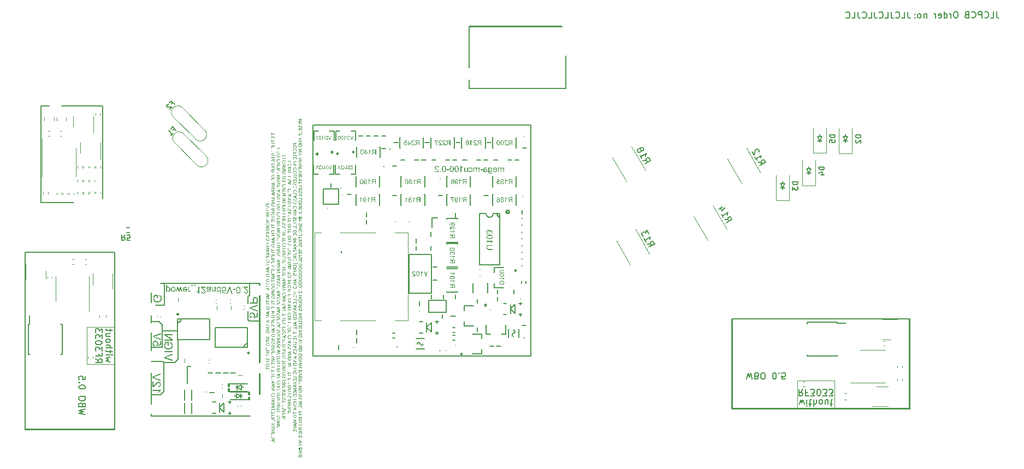
<source format=gbo>
G75*
G70*
%OFA0B0*%
%FSLAX25Y25*%
%IPPOS*%
%LPD*%
%AMOC8*
5,1,8,0,0,1.08239X$1,22.5*
%
%ADD209C,0.00300*%
%ADD75C,0.00787*%
%ADD76C,0.00472*%
%ADD84C,0.00492*%
%ADD85C,0.00984*%
%ADD88C,0.00591*%
%ADD89C,0.00669*%
%ADD91C,0.00500*%
%ADD92C,0.00800*%
%ADD93C,0.00394*%
X0000000Y0000000D02*
%LPD*%
G01*
D88*
X0600341Y0284107D02*
X0600341Y0281295D01*
X0600341Y0281295D02*
X0600528Y0280732D01*
X0600528Y0280732D02*
X0600903Y0280358D01*
X0600903Y0280358D02*
X0601466Y0280170D01*
X0601466Y0280170D02*
X0601840Y0280170D01*
X0596591Y0280170D02*
X0598466Y0280170D01*
X0598466Y0280170D02*
X0598466Y0284107D01*
X0593029Y0280545D02*
X0593217Y0280358D01*
X0593217Y0280358D02*
X0593779Y0280170D01*
X0593779Y0280170D02*
X0594154Y0280170D01*
X0594154Y0280170D02*
X0594716Y0280358D01*
X0594716Y0280358D02*
X0595091Y0280732D01*
X0595091Y0280732D02*
X0595279Y0281107D01*
X0595279Y0281107D02*
X0595466Y0281857D01*
X0595466Y0281857D02*
X0595466Y0282420D01*
X0595466Y0282420D02*
X0595279Y0283170D01*
X0595279Y0283170D02*
X0595091Y0283545D01*
X0595091Y0283545D02*
X0594716Y0283920D01*
X0594716Y0283920D02*
X0594154Y0284107D01*
X0594154Y0284107D02*
X0593779Y0284107D01*
X0593779Y0284107D02*
X0593217Y0283920D01*
X0593217Y0283920D02*
X0593029Y0283732D01*
X0591342Y0280170D02*
X0591342Y0284107D01*
X0591342Y0284107D02*
X0589842Y0284107D01*
X0589842Y0284107D02*
X0589467Y0283920D01*
X0589467Y0283920D02*
X0589280Y0283732D01*
X0589280Y0283732D02*
X0589092Y0283357D01*
X0589092Y0283357D02*
X0589092Y0282795D01*
X0589092Y0282795D02*
X0589280Y0282420D01*
X0589280Y0282420D02*
X0589467Y0282232D01*
X0589467Y0282232D02*
X0589842Y0282045D01*
X0589842Y0282045D02*
X0591342Y0282045D01*
X0585155Y0280545D02*
X0585343Y0280358D01*
X0585343Y0280358D02*
X0585905Y0280170D01*
X0585905Y0280170D02*
X0586280Y0280170D01*
X0586280Y0280170D02*
X0586842Y0280358D01*
X0586842Y0280358D02*
X0587217Y0280732D01*
X0587217Y0280732D02*
X0587405Y0281107D01*
X0587405Y0281107D02*
X0587592Y0281857D01*
X0587592Y0281857D02*
X0587592Y0282420D01*
X0587592Y0282420D02*
X0587405Y0283170D01*
X0587405Y0283170D02*
X0587217Y0283545D01*
X0587217Y0283545D02*
X0586842Y0283920D01*
X0586842Y0283920D02*
X0586280Y0284107D01*
X0586280Y0284107D02*
X0585905Y0284107D01*
X0585905Y0284107D02*
X0585343Y0283920D01*
X0585343Y0283920D02*
X0585155Y0283732D01*
X0582155Y0282232D02*
X0581593Y0282045D01*
X0581593Y0282045D02*
X0581406Y0281857D01*
X0581406Y0281857D02*
X0581218Y0281482D01*
X0581218Y0281482D02*
X0581218Y0280920D01*
X0581218Y0280920D02*
X0581406Y0280545D01*
X0581406Y0280545D02*
X0581593Y0280358D01*
X0581593Y0280358D02*
X0581968Y0280170D01*
X0581968Y0280170D02*
X0583468Y0280170D01*
X0583468Y0280170D02*
X0583468Y0284107D01*
X0583468Y0284107D02*
X0582155Y0284107D01*
X0582155Y0284107D02*
X0581780Y0283920D01*
X0581780Y0283920D02*
X0581593Y0283732D01*
X0581593Y0283732D02*
X0581406Y0283357D01*
X0581406Y0283357D02*
X0581406Y0282982D01*
X0581406Y0282982D02*
X0581593Y0282607D01*
X0581593Y0282607D02*
X0581780Y0282420D01*
X0581780Y0282420D02*
X0582155Y0282232D01*
X0582155Y0282232D02*
X0583468Y0282232D01*
X0575781Y0284107D02*
X0575031Y0284107D01*
X0575031Y0284107D02*
X0574656Y0283920D01*
X0574656Y0283920D02*
X0574281Y0283545D01*
X0574281Y0283545D02*
X0574094Y0282795D01*
X0574094Y0282795D02*
X0574094Y0281482D01*
X0574094Y0281482D02*
X0574281Y0280732D01*
X0574281Y0280732D02*
X0574656Y0280358D01*
X0574656Y0280358D02*
X0575031Y0280170D01*
X0575031Y0280170D02*
X0575781Y0280170D01*
X0575781Y0280170D02*
X0576156Y0280358D01*
X0576156Y0280358D02*
X0576531Y0280732D01*
X0576531Y0280732D02*
X0576719Y0281482D01*
X0576719Y0281482D02*
X0576719Y0282795D01*
X0576719Y0282795D02*
X0576531Y0283545D01*
X0576531Y0283545D02*
X0576156Y0283920D01*
X0576156Y0283920D02*
X0575781Y0284107D01*
X0572407Y0280170D02*
X0572407Y0282795D01*
X0572407Y0282045D02*
X0572219Y0282420D01*
X0572219Y0282420D02*
X0572032Y0282607D01*
X0572032Y0282607D02*
X0571657Y0282795D01*
X0571657Y0282795D02*
X0571282Y0282795D01*
X0568282Y0280170D02*
X0568282Y0284107D01*
X0568282Y0280358D02*
X0568657Y0280170D01*
X0568657Y0280170D02*
X0569407Y0280170D01*
X0569407Y0280170D02*
X0569782Y0280358D01*
X0569782Y0280358D02*
X0569969Y0280545D01*
X0569969Y0280545D02*
X0570157Y0280920D01*
X0570157Y0280920D02*
X0570157Y0282045D01*
X0570157Y0282045D02*
X0569969Y0282420D01*
X0569969Y0282420D02*
X0569782Y0282607D01*
X0569782Y0282607D02*
X0569407Y0282795D01*
X0569407Y0282795D02*
X0568657Y0282795D01*
X0568657Y0282795D02*
X0568282Y0282607D01*
X0564908Y0280358D02*
X0565283Y0280170D01*
X0565283Y0280170D02*
X0566032Y0280170D01*
X0566032Y0280170D02*
X0566407Y0280358D01*
X0566407Y0280358D02*
X0566595Y0280732D01*
X0566595Y0280732D02*
X0566595Y0282232D01*
X0566595Y0282232D02*
X0566407Y0282607D01*
X0566407Y0282607D02*
X0566032Y0282795D01*
X0566032Y0282795D02*
X0565283Y0282795D01*
X0565283Y0282795D02*
X0564908Y0282607D01*
X0564908Y0282607D02*
X0564720Y0282232D01*
X0564720Y0282232D02*
X0564720Y0281857D01*
X0564720Y0281857D02*
X0566595Y0281482D01*
X0563033Y0280170D02*
X0563033Y0282795D01*
X0563033Y0282045D02*
X0562845Y0282420D01*
X0562845Y0282420D02*
X0562658Y0282607D01*
X0562658Y0282607D02*
X0562283Y0282795D01*
X0562283Y0282795D02*
X0561908Y0282795D01*
X0557596Y0282795D02*
X0557596Y0280170D01*
X0557596Y0282420D02*
X0557409Y0282607D01*
X0557409Y0282607D02*
X0557034Y0282795D01*
X0557034Y0282795D02*
X0556471Y0282795D01*
X0556471Y0282795D02*
X0556096Y0282607D01*
X0556096Y0282607D02*
X0555909Y0282232D01*
X0555909Y0282232D02*
X0555909Y0280170D01*
X0553472Y0280170D02*
X0553846Y0280358D01*
X0553846Y0280358D02*
X0554034Y0280545D01*
X0554034Y0280545D02*
X0554221Y0280920D01*
X0554221Y0280920D02*
X0554221Y0282045D01*
X0554221Y0282045D02*
X0554034Y0282420D01*
X0554034Y0282420D02*
X0553846Y0282607D01*
X0553846Y0282607D02*
X0553472Y0282795D01*
X0553472Y0282795D02*
X0552909Y0282795D01*
X0552909Y0282795D02*
X0552534Y0282607D01*
X0552534Y0282607D02*
X0552347Y0282420D01*
X0552347Y0282420D02*
X0552159Y0282045D01*
X0552159Y0282045D02*
X0552159Y0280920D01*
X0552159Y0280920D02*
X0552347Y0280545D01*
X0552347Y0280545D02*
X0552534Y0280358D01*
X0552534Y0280358D02*
X0552909Y0280170D01*
X0552909Y0280170D02*
X0553472Y0280170D01*
X0550472Y0280545D02*
X0550284Y0280358D01*
X0550284Y0280358D02*
X0550472Y0280170D01*
X0550472Y0280170D02*
X0550659Y0280358D01*
X0550659Y0280358D02*
X0550472Y0280545D01*
X0550472Y0280545D02*
X0550472Y0280170D01*
X0550472Y0282607D02*
X0550284Y0282420D01*
X0550284Y0282420D02*
X0550472Y0282232D01*
X0550472Y0282232D02*
X0550659Y0282420D01*
X0550659Y0282420D02*
X0550472Y0282607D01*
X0550472Y0282607D02*
X0550472Y0282232D01*
X0546089Y0283977D02*
X0546089Y0281165D01*
X0546089Y0281165D02*
X0546277Y0280603D01*
X0546277Y0280603D02*
X0546652Y0280228D01*
X0546652Y0280228D02*
X0547214Y0280040D01*
X0547214Y0280040D02*
X0547589Y0280040D01*
X0542340Y0280040D02*
X0544214Y0280040D01*
X0544214Y0280040D02*
X0544214Y0283977D01*
X0538778Y0280415D02*
X0538965Y0280228D01*
X0538965Y0280228D02*
X0539528Y0280040D01*
X0539528Y0280040D02*
X0539903Y0280040D01*
X0539903Y0280040D02*
X0540465Y0280228D01*
X0540465Y0280228D02*
X0540840Y0280603D01*
X0540840Y0280603D02*
X0541027Y0280978D01*
X0541027Y0280978D02*
X0541215Y0281727D01*
X0541215Y0281727D02*
X0541215Y0282290D01*
X0541215Y0282290D02*
X0541027Y0283040D01*
X0541027Y0283040D02*
X0540840Y0283415D01*
X0540840Y0283415D02*
X0540465Y0283790D01*
X0540465Y0283790D02*
X0539903Y0283977D01*
X0539903Y0283977D02*
X0539528Y0283977D01*
X0539528Y0283977D02*
X0538965Y0283790D01*
X0538965Y0283790D02*
X0538778Y0283602D01*
X0535966Y0283977D02*
X0535966Y0281165D01*
X0535966Y0281165D02*
X0536153Y0280603D01*
X0536153Y0280603D02*
X0536528Y0280228D01*
X0536528Y0280228D02*
X0537090Y0280040D01*
X0537090Y0280040D02*
X0537465Y0280040D01*
X0532216Y0280040D02*
X0534091Y0280040D01*
X0534091Y0280040D02*
X0534091Y0283977D01*
X0528654Y0280415D02*
X0528841Y0280228D01*
X0528841Y0280228D02*
X0529404Y0280040D01*
X0529404Y0280040D02*
X0529779Y0280040D01*
X0529779Y0280040D02*
X0530341Y0280228D01*
X0530341Y0280228D02*
X0530716Y0280603D01*
X0530716Y0280603D02*
X0530904Y0280978D01*
X0530904Y0280978D02*
X0531091Y0281727D01*
X0531091Y0281727D02*
X0531091Y0282290D01*
X0531091Y0282290D02*
X0530904Y0283040D01*
X0530904Y0283040D02*
X0530716Y0283415D01*
X0530716Y0283415D02*
X0530341Y0283790D01*
X0530341Y0283790D02*
X0529779Y0283977D01*
X0529779Y0283977D02*
X0529404Y0283977D01*
X0529404Y0283977D02*
X0528841Y0283790D01*
X0528841Y0283790D02*
X0528654Y0283602D01*
X0525842Y0283977D02*
X0525842Y0281165D01*
X0525842Y0281165D02*
X0526029Y0280603D01*
X0526029Y0280603D02*
X0526404Y0280228D01*
X0526404Y0280228D02*
X0526967Y0280040D01*
X0526967Y0280040D02*
X0527342Y0280040D01*
X0522092Y0280040D02*
X0523967Y0280040D01*
X0523967Y0280040D02*
X0523967Y0283977D01*
X0518530Y0280415D02*
X0518718Y0280228D01*
X0518718Y0280228D02*
X0519280Y0280040D01*
X0519280Y0280040D02*
X0519655Y0280040D01*
X0519655Y0280040D02*
X0520217Y0280228D01*
X0520217Y0280228D02*
X0520592Y0280603D01*
X0520592Y0280603D02*
X0520780Y0280978D01*
X0520780Y0280978D02*
X0520967Y0281727D01*
X0520967Y0281727D02*
X0520967Y0282290D01*
X0520967Y0282290D02*
X0520780Y0283040D01*
X0520780Y0283040D02*
X0520592Y0283415D01*
X0520592Y0283415D02*
X0520217Y0283790D01*
X0520217Y0283790D02*
X0519655Y0283977D01*
X0519655Y0283977D02*
X0519280Y0283977D01*
X0519280Y0283977D02*
X0518718Y0283790D01*
X0518718Y0283790D02*
X0518530Y0283602D01*
X0515718Y0283977D02*
X0515718Y0281165D01*
X0515718Y0281165D02*
X0515906Y0280603D01*
X0515906Y0280603D02*
X0516280Y0280228D01*
X0516280Y0280228D02*
X0516843Y0280040D01*
X0516843Y0280040D02*
X0517218Y0280040D01*
X0511969Y0280040D02*
X0513843Y0280040D01*
X0513843Y0280040D02*
X0513843Y0283977D01*
X0508406Y0280415D02*
X0508594Y0280228D01*
X0508594Y0280228D02*
X0509156Y0280040D01*
X0509156Y0280040D02*
X0509531Y0280040D01*
X0509531Y0280040D02*
X0510094Y0280228D01*
X0510094Y0280228D02*
X0510469Y0280603D01*
X0510469Y0280603D02*
X0510656Y0280978D01*
X0510656Y0280978D02*
X0510844Y0281727D01*
X0510844Y0281727D02*
X0510844Y0282290D01*
X0510844Y0282290D02*
X0510656Y0283040D01*
X0510656Y0283040D02*
X0510469Y0283415D01*
X0510469Y0283415D02*
X0510094Y0283790D01*
X0510094Y0283790D02*
X0509531Y0283977D01*
X0509531Y0283977D02*
X0509156Y0283977D01*
X0509156Y0283977D02*
X0508594Y0283790D01*
X0508594Y0283790D02*
X0508406Y0283602D01*
D84*
G36*
X0154540Y0166943D02*
G01*
X0154540Y0165667D01*
X0154756Y0165667D01*
X0154756Y0166670D01*
X0155371Y0166670D01*
X0155371Y0165708D01*
X0155587Y0165708D01*
X0155587Y0166670D01*
X0156356Y0166670D01*
X0156356Y0165642D01*
X0156571Y0165642D01*
X0156571Y0166943D01*
X0154540Y0166943D01*
G37*
G36*
X0156571Y0164682D02*
G01*
X0154540Y0165453D01*
X0154540Y0165168D01*
X0156250Y0164528D01*
X0154540Y0163887D01*
X0154540Y0163603D01*
X0156571Y0164372D01*
X0156571Y0164682D01*
G37*
G36*
X0154540Y0163318D02*
G01*
X0154540Y0162041D01*
X0154756Y0162041D01*
X0154756Y0163045D01*
X0155371Y0163045D01*
X0155371Y0162083D01*
X0155587Y0162083D01*
X0155587Y0163045D01*
X0156356Y0163045D01*
X0156356Y0162017D01*
X0156571Y0162017D01*
X0156571Y0163318D01*
X0154540Y0163318D01*
G37*
G36*
X0156571Y0161304D02*
G01*
X0155710Y0161304D01*
X0155710Y0161007D01*
X0155710Y0160997D01*
X0155710Y0160977D01*
X0155711Y0160958D01*
X0155714Y0160930D01*
X0155718Y0160903D01*
X0155722Y0160878D01*
X0155728Y0160853D01*
X0155736Y0160830D01*
X0155744Y0160809D01*
X0155754Y0160788D01*
X0155764Y0160769D01*
X0155776Y0160750D01*
X0155790Y0160733D01*
X0155806Y0160715D01*
X0155825Y0160697D01*
X0155846Y0160679D01*
X0155861Y0160667D01*
X0155878Y0160655D01*
X0155895Y0160643D01*
X0155914Y0160630D01*
X0155934Y0160618D01*
X0155954Y0160606D01*
X0155976Y0160594D01*
X0155999Y0160581D01*
X0156023Y0160569D01*
X0156048Y0160556D01*
X0156571Y0160298D01*
X0156571Y0160005D01*
X0156014Y0160282D01*
X0156003Y0160287D01*
X0155983Y0160297D01*
X0155963Y0160308D01*
X0155943Y0160318D01*
X0155924Y0160329D01*
X0155906Y0160339D01*
X0155888Y0160350D01*
X0155871Y0160360D01*
X0155854Y0160370D01*
X0155830Y0160386D01*
X0155807Y0160402D01*
X0155786Y0160417D01*
X0155766Y0160433D01*
X0155747Y0160449D01*
X0155735Y0160459D01*
X0155718Y0160475D01*
X0155703Y0160490D01*
X0155688Y0160506D01*
X0155675Y0160522D01*
X0155663Y0160538D01*
X0155652Y0160554D01*
X0155639Y0160576D01*
X0155629Y0160598D01*
X0155620Y0160620D01*
X0155614Y0160599D01*
X0155607Y0160579D01*
X0155599Y0160559D01*
X0155591Y0160540D01*
X0155582Y0160522D01*
X0155573Y0160504D01*
X0155562Y0160487D01*
X0155552Y0160471D01*
X0155541Y0160455D01*
X0155529Y0160440D01*
X0155510Y0160418D01*
X0155489Y0160398D01*
X0155468Y0160379D01*
X0155445Y0160362D01*
X0155429Y0160351D01*
X0155412Y0160341D01*
X0155395Y0160332D01*
X0155377Y0160323D01*
X0155359Y0160315D01*
X0155340Y0160308D01*
X0155321Y0160302D01*
X0155302Y0160296D01*
X0155281Y0160290D01*
X0155261Y0160286D01*
X0155239Y0160282D01*
X0155218Y0160279D01*
X0155196Y0160277D01*
X0155173Y0160275D01*
X0155150Y0160274D01*
X0155126Y0160274D01*
X0155090Y0160274D01*
X0155055Y0160276D01*
X0155021Y0160280D01*
X0154988Y0160284D01*
X0154957Y0160290D01*
X0154926Y0160298D01*
X0154897Y0160306D01*
X0154869Y0160316D01*
X0154842Y0160328D01*
X0154816Y0160340D01*
X0154792Y0160354D01*
X0154768Y0160370D01*
X0154746Y0160386D01*
X0154725Y0160404D01*
X0154705Y0160424D01*
X0154686Y0160444D01*
X0154677Y0160455D01*
X0154660Y0160478D01*
X0154644Y0160502D01*
X0154629Y0160527D01*
X0154616Y0160554D01*
X0154603Y0160582D01*
X0154592Y0160612D01*
X0154581Y0160642D01*
X0154572Y0160675D01*
X0154564Y0160708D01*
X0154558Y0160743D01*
X0154552Y0160780D01*
X0154547Y0160818D01*
X0154545Y0160837D01*
X0154544Y0160857D01*
X0154543Y0160877D01*
X0154542Y0160897D01*
X0154541Y0160918D01*
X0154540Y0160939D01*
X0154540Y0160961D01*
X0154540Y0161304D01*
X0154756Y0161304D01*
X0154756Y0160961D01*
X0154756Y0160948D01*
X0154757Y0160924D01*
X0154758Y0160901D01*
X0154760Y0160879D01*
X0154763Y0160857D01*
X0154767Y0160836D01*
X0154771Y0160816D01*
X0154776Y0160797D01*
X0154782Y0160778D01*
X0154792Y0160752D01*
X0154804Y0160727D01*
X0154817Y0160704D01*
X0154832Y0160682D01*
X0154849Y0160662D01*
X0154860Y0160650D01*
X0154880Y0160633D01*
X0154900Y0160618D01*
X0154923Y0160605D01*
X0154947Y0160593D01*
X0154972Y0160584D01*
X0154999Y0160576D01*
X0155018Y0160571D01*
X0155038Y0160568D01*
X0155058Y0160565D01*
X0155079Y0160563D01*
X0155101Y0160562D01*
X0155124Y0160562D01*
X0155135Y0160562D01*
X0155157Y0160562D01*
X0155178Y0160564D01*
X0155199Y0160566D01*
X0155219Y0160570D01*
X0155239Y0160573D01*
X0155266Y0160581D01*
X0155293Y0160590D01*
X0155317Y0160601D01*
X0155340Y0160614D01*
X0155362Y0160628D01*
X0155382Y0160644D01*
X0155400Y0160662D01*
X0155412Y0160675D01*
X0155427Y0160696D01*
X0155441Y0160719D01*
X0155454Y0160743D01*
X0155465Y0160769D01*
X0155471Y0160787D01*
X0155476Y0160806D01*
X0155481Y0160826D01*
X0155485Y0160847D01*
X0155488Y0160868D01*
X0155491Y0160890D01*
X0155493Y0160913D01*
X0155494Y0160936D01*
X0155494Y0160961D01*
X0155494Y0161304D01*
X0154756Y0161304D01*
X0154540Y0161304D01*
X0154540Y0161577D01*
X0156571Y0161577D01*
X0156571Y0161304D01*
G37*
G36*
X0154540Y0160116D02*
G01*
X0154540Y0159823D01*
X0155375Y0159263D01*
X0154540Y0158707D01*
X0154540Y0158413D01*
X0155604Y0159127D01*
X0156571Y0159127D01*
X0156571Y0159402D01*
X0155604Y0159402D01*
X0154540Y0160116D01*
G37*
G36*
X0154540Y0157281D02*
G01*
X0154540Y0156874D01*
X0155914Y0156359D01*
X0154540Y0155841D01*
X0154540Y0155434D01*
X0156571Y0155434D01*
X0156571Y0155700D01*
X0154786Y0155700D01*
X0156171Y0156221D01*
X0156171Y0156495D01*
X0154786Y0157016D01*
X0156571Y0157016D01*
X0156571Y0157281D01*
X0154540Y0157281D01*
G37*
G36*
X0155586Y0155020D02*
G01*
X0155615Y0155019D01*
X0155644Y0155018D01*
X0155673Y0155016D01*
X0155701Y0155014D01*
X0155729Y0155011D01*
X0155756Y0155008D01*
X0155783Y0155004D01*
X0155810Y0155000D01*
X0155836Y0154996D01*
X0155862Y0154990D01*
X0155888Y0154985D01*
X0155913Y0154978D01*
X0155938Y0154972D01*
X0155962Y0154964D01*
X0155986Y0154957D01*
X0156010Y0154948D01*
X0156033Y0154940D01*
X0156056Y0154931D01*
X0156078Y0154921D01*
X0156100Y0154911D01*
X0156122Y0154900D01*
X0156143Y0154889D01*
X0156164Y0154877D01*
X0156185Y0154865D01*
X0156205Y0154852D01*
X0156225Y0154839D01*
X0156244Y0154825D01*
X0156263Y0154811D01*
X0156282Y0154796D01*
X0156300Y0154781D01*
X0156318Y0154766D01*
X0156336Y0154749D01*
X0156353Y0154733D01*
X0156369Y0154716D01*
X0156385Y0154699D01*
X0156400Y0154682D01*
X0156415Y0154664D01*
X0156429Y0154646D01*
X0156442Y0154627D01*
X0156455Y0154609D01*
X0156468Y0154590D01*
X0156480Y0154570D01*
X0156491Y0154550D01*
X0156502Y0154530D01*
X0156512Y0154510D01*
X0156522Y0154489D01*
X0156531Y0154468D01*
X0156540Y0154447D01*
X0156548Y0154425D01*
X0156555Y0154403D01*
X0156562Y0154380D01*
X0156568Y0154357D01*
X0156574Y0154334D01*
X0156580Y0154311D01*
X0156584Y0154287D01*
X0156588Y0154263D01*
X0156592Y0154238D01*
X0156595Y0154214D01*
X0156598Y0154189D01*
X0156599Y0154163D01*
X0156601Y0154137D01*
X0156602Y0154111D01*
X0156602Y0154085D01*
X0156602Y0154058D01*
X0156601Y0154032D01*
X0156599Y0154007D01*
X0156598Y0153981D01*
X0156595Y0153956D01*
X0156592Y0153932D01*
X0156588Y0153907D01*
X0156584Y0153883D01*
X0156579Y0153859D01*
X0156574Y0153836D01*
X0156568Y0153813D01*
X0156562Y0153790D01*
X0156555Y0153768D01*
X0156548Y0153746D01*
X0156540Y0153724D01*
X0156531Y0153703D01*
X0156522Y0153682D01*
X0156512Y0153661D01*
X0156502Y0153641D01*
X0156491Y0153621D01*
X0156480Y0153601D01*
X0156468Y0153581D01*
X0156455Y0153562D01*
X0156442Y0153544D01*
X0156429Y0153525D01*
X0156414Y0153507D01*
X0156400Y0153490D01*
X0156384Y0153472D01*
X0156369Y0153455D01*
X0156352Y0153438D01*
X0156335Y0153422D01*
X0156318Y0153406D01*
X0156300Y0153390D01*
X0156281Y0153375D01*
X0156263Y0153360D01*
X0156244Y0153346D01*
X0156224Y0153333D01*
X0156204Y0153319D01*
X0156184Y0153307D01*
X0156163Y0153295D01*
X0156142Y0153283D01*
X0156121Y0153272D01*
X0156099Y0153261D01*
X0156077Y0153251D01*
X0156055Y0153241D01*
X0156032Y0153232D01*
X0156009Y0153223D01*
X0155985Y0153215D01*
X0155961Y0153207D01*
X0155937Y0153200D01*
X0155912Y0153194D01*
X0155887Y0153187D01*
X0155861Y0153182D01*
X0155836Y0153176D01*
X0155809Y0153172D01*
X0155783Y0153167D01*
X0155756Y0153164D01*
X0155728Y0153160D01*
X0155701Y0153158D01*
X0155672Y0153156D01*
X0155644Y0153154D01*
X0155615Y0153153D01*
X0155586Y0153152D01*
X0155556Y0153152D01*
X0155527Y0153152D01*
X0155497Y0153153D01*
X0155468Y0153154D01*
X0155440Y0153156D01*
X0155412Y0153158D01*
X0155384Y0153160D01*
X0155356Y0153164D01*
X0155329Y0153167D01*
X0155303Y0153172D01*
X0155276Y0153176D01*
X0155251Y0153182D01*
X0155225Y0153187D01*
X0155200Y0153194D01*
X0155175Y0153200D01*
X0155151Y0153207D01*
X0155127Y0153215D01*
X0155103Y0153223D01*
X0155080Y0153232D01*
X0155057Y0153241D01*
X0155035Y0153251D01*
X0155012Y0153261D01*
X0154991Y0153272D01*
X0154969Y0153283D01*
X0154948Y0153295D01*
X0154928Y0153307D01*
X0154908Y0153319D01*
X0154888Y0153333D01*
X0154868Y0153346D01*
X0154849Y0153360D01*
X0154830Y0153375D01*
X0154812Y0153390D01*
X0154794Y0153406D01*
X0154777Y0153422D01*
X0154760Y0153438D01*
X0154743Y0153455D01*
X0154727Y0153472D01*
X0154712Y0153490D01*
X0154697Y0153507D01*
X0154683Y0153525D01*
X0154670Y0153544D01*
X0154657Y0153562D01*
X0154644Y0153581D01*
X0154632Y0153601D01*
X0154621Y0153621D01*
X0154610Y0153641D01*
X0154600Y0153661D01*
X0154590Y0153682D01*
X0154581Y0153703D01*
X0154572Y0153724D01*
X0154564Y0153746D01*
X0154557Y0153768D01*
X0154550Y0153790D01*
X0154543Y0153813D01*
X0154537Y0153836D01*
X0154532Y0153859D01*
X0154527Y0153883D01*
X0154523Y0153907D01*
X0154520Y0153932D01*
X0154516Y0153956D01*
X0154514Y0153981D01*
X0154512Y0154007D01*
X0154511Y0154032D01*
X0154510Y0154058D01*
X0154510Y0154084D01*
X0154725Y0154084D01*
X0154726Y0154048D01*
X0154728Y0154012D01*
X0154733Y0153977D01*
X0154739Y0153943D01*
X0154747Y0153911D01*
X0154756Y0153879D01*
X0154768Y0153848D01*
X0154781Y0153818D01*
X0154796Y0153789D01*
X0154812Y0153761D01*
X0154830Y0153734D01*
X0154850Y0153708D01*
X0154872Y0153683D01*
X0154896Y0153659D01*
X0154921Y0153636D01*
X0154948Y0153614D01*
X0154962Y0153603D01*
X0154991Y0153582D01*
X0155022Y0153563D01*
X0155053Y0153546D01*
X0155086Y0153529D01*
X0155121Y0153514D01*
X0155156Y0153501D01*
X0155174Y0153495D01*
X0155193Y0153489D01*
X0155212Y0153483D01*
X0155231Y0153478D01*
X0155250Y0153473D01*
X0155270Y0153468D01*
X0155290Y0153464D01*
X0155311Y0153460D01*
X0155331Y0153457D01*
X0155352Y0153453D01*
X0155374Y0153450D01*
X0155395Y0153448D01*
X0155418Y0153446D01*
X0155440Y0153444D01*
X0155462Y0153442D01*
X0155485Y0153441D01*
X0155509Y0153440D01*
X0155532Y0153440D01*
X0155556Y0153440D01*
X0155580Y0153440D01*
X0155604Y0153440D01*
X0155627Y0153441D01*
X0155650Y0153442D01*
X0155672Y0153444D01*
X0155695Y0153446D01*
X0155717Y0153448D01*
X0155738Y0153450D01*
X0155760Y0153453D01*
X0155781Y0153457D01*
X0155801Y0153460D01*
X0155822Y0153464D01*
X0155842Y0153468D01*
X0155862Y0153473D01*
X0155881Y0153478D01*
X0155900Y0153483D01*
X0155919Y0153489D01*
X0155937Y0153495D01*
X0155974Y0153508D01*
X0156008Y0153522D01*
X0156042Y0153537D01*
X0156074Y0153554D01*
X0156105Y0153573D01*
X0156135Y0153593D01*
X0156163Y0153614D01*
X0156190Y0153636D01*
X0156216Y0153659D01*
X0156239Y0153683D01*
X0156261Y0153708D01*
X0156281Y0153734D01*
X0156299Y0153761D01*
X0156316Y0153789D01*
X0156331Y0153818D01*
X0156344Y0153848D01*
X0156355Y0153879D01*
X0156365Y0153911D01*
X0156373Y0153943D01*
X0156379Y0153977D01*
X0156383Y0154012D01*
X0156386Y0154048D01*
X0156387Y0154084D01*
X0156386Y0154121D01*
X0156383Y0154157D01*
X0156379Y0154192D01*
X0156373Y0154225D01*
X0156365Y0154258D01*
X0156355Y0154290D01*
X0156344Y0154321D01*
X0156331Y0154351D01*
X0156316Y0154380D01*
X0156299Y0154408D01*
X0156281Y0154436D01*
X0156261Y0154462D01*
X0156239Y0154487D01*
X0156216Y0154511D01*
X0156190Y0154535D01*
X0156163Y0154557D01*
X0156149Y0154568D01*
X0156120Y0154588D01*
X0156090Y0154607D01*
X0156058Y0154625D01*
X0156025Y0154642D01*
X0155991Y0154657D01*
X0155956Y0154670D01*
X0155937Y0154677D01*
X0155919Y0154683D01*
X0155900Y0154688D01*
X0155881Y0154693D01*
X0155862Y0154698D01*
X0155842Y0154703D01*
X0155822Y0154707D01*
X0155801Y0154711D01*
X0155781Y0154715D01*
X0155760Y0154718D01*
X0155738Y0154721D01*
X0155717Y0154724D01*
X0155695Y0154726D01*
X0155672Y0154728D01*
X0155650Y0154729D01*
X0155627Y0154730D01*
X0155604Y0154731D01*
X0155580Y0154732D01*
X0155556Y0154732D01*
X0155532Y0154732D01*
X0155509Y0154731D01*
X0155485Y0154730D01*
X0155462Y0154729D01*
X0155440Y0154728D01*
X0155418Y0154726D01*
X0155395Y0154724D01*
X0155374Y0154721D01*
X0155352Y0154718D01*
X0155331Y0154715D01*
X0155311Y0154711D01*
X0155290Y0154707D01*
X0155270Y0154703D01*
X0155250Y0154698D01*
X0155231Y0154693D01*
X0155212Y0154688D01*
X0155193Y0154683D01*
X0155174Y0154677D01*
X0155138Y0154664D01*
X0155103Y0154649D01*
X0155070Y0154633D01*
X0155037Y0154616D01*
X0155006Y0154598D01*
X0154977Y0154578D01*
X0154948Y0154557D01*
X0154921Y0154535D01*
X0154896Y0154511D01*
X0154872Y0154487D01*
X0154850Y0154462D01*
X0154830Y0154436D01*
X0154812Y0154408D01*
X0154796Y0154380D01*
X0154781Y0154351D01*
X0154768Y0154321D01*
X0154756Y0154290D01*
X0154747Y0154258D01*
X0154739Y0154225D01*
X0154733Y0154192D01*
X0154728Y0154157D01*
X0154726Y0154121D01*
X0154725Y0154084D01*
X0154510Y0154084D01*
X0154510Y0154085D01*
X0154510Y0154111D01*
X0154511Y0154137D01*
X0154512Y0154163D01*
X0154514Y0154189D01*
X0154516Y0154214D01*
X0154520Y0154238D01*
X0154523Y0154263D01*
X0154527Y0154287D01*
X0154532Y0154311D01*
X0154537Y0154334D01*
X0154543Y0154357D01*
X0154550Y0154380D01*
X0154557Y0154403D01*
X0154564Y0154425D01*
X0154572Y0154447D01*
X0154581Y0154468D01*
X0154590Y0154489D01*
X0154600Y0154510D01*
X0154610Y0154530D01*
X0154621Y0154550D01*
X0154632Y0154570D01*
X0154644Y0154590D01*
X0154657Y0154609D01*
X0154670Y0154627D01*
X0154683Y0154646D01*
X0154697Y0154664D01*
X0154712Y0154682D01*
X0154727Y0154699D01*
X0154743Y0154716D01*
X0154760Y0154733D01*
X0154777Y0154749D01*
X0154794Y0154766D01*
X0154812Y0154781D01*
X0154830Y0154796D01*
X0154849Y0154811D01*
X0154868Y0154825D01*
X0154888Y0154839D01*
X0154908Y0154852D01*
X0154928Y0154865D01*
X0154948Y0154877D01*
X0154969Y0154889D01*
X0154991Y0154900D01*
X0155012Y0154911D01*
X0155035Y0154921D01*
X0155057Y0154931D01*
X0155080Y0154940D01*
X0155103Y0154948D01*
X0155127Y0154957D01*
X0155151Y0154964D01*
X0155175Y0154972D01*
X0155200Y0154978D01*
X0155225Y0154985D01*
X0155251Y0154990D01*
X0155276Y0154996D01*
X0155303Y0155000D01*
X0155329Y0155004D01*
X0155356Y0155008D01*
X0155384Y0155011D01*
X0155412Y0155014D01*
X0155440Y0155016D01*
X0155468Y0155018D01*
X0155497Y0155019D01*
X0155527Y0155020D01*
X0155556Y0155020D01*
X0155586Y0155020D01*
G37*
G36*
X0156571Y0152462D02*
G01*
X0155710Y0152462D01*
X0155710Y0152164D01*
X0155710Y0152154D01*
X0155710Y0152134D01*
X0155711Y0152115D01*
X0155714Y0152087D01*
X0155718Y0152060D01*
X0155722Y0152035D01*
X0155728Y0152011D01*
X0155736Y0151988D01*
X0155744Y0151966D01*
X0155754Y0151945D01*
X0155764Y0151926D01*
X0155776Y0151908D01*
X0155790Y0151890D01*
X0155806Y0151872D01*
X0155825Y0151854D01*
X0155846Y0151836D01*
X0155861Y0151824D01*
X0155878Y0151812D01*
X0155895Y0151800D01*
X0155914Y0151788D01*
X0155934Y0151775D01*
X0155954Y0151763D01*
X0155976Y0151751D01*
X0155999Y0151738D01*
X0156023Y0151726D01*
X0156048Y0151713D01*
X0156571Y0151455D01*
X0156571Y0151162D01*
X0156014Y0151439D01*
X0156003Y0151444D01*
X0155983Y0151455D01*
X0155963Y0151465D01*
X0155943Y0151476D01*
X0155924Y0151486D01*
X0155906Y0151496D01*
X0155888Y0151507D01*
X0155871Y0151517D01*
X0155854Y0151528D01*
X0155830Y0151543D01*
X0155807Y0151559D01*
X0155786Y0151575D01*
X0155766Y0151590D01*
X0155747Y0151606D01*
X0155735Y0151616D01*
X0155718Y0151632D01*
X0155703Y0151648D01*
X0155688Y0151664D01*
X0155675Y0151679D01*
X0155663Y0151696D01*
X0155652Y0151712D01*
X0155639Y0151733D01*
X0155629Y0151755D01*
X0155620Y0151777D01*
X0155614Y0151756D01*
X0155607Y0151736D01*
X0155599Y0151716D01*
X0155591Y0151697D01*
X0155582Y0151679D01*
X0155573Y0151661D01*
X0155562Y0151644D01*
X0155552Y0151628D01*
X0155541Y0151612D01*
X0155529Y0151597D01*
X0155510Y0151575D01*
X0155489Y0151555D01*
X0155468Y0151537D01*
X0155445Y0151519D01*
X0155429Y0151509D01*
X0155412Y0151499D01*
X0155395Y0151489D01*
X0155377Y0151481D01*
X0155359Y0151473D01*
X0155340Y0151465D01*
X0155321Y0151459D01*
X0155302Y0151453D01*
X0155281Y0151448D01*
X0155261Y0151443D01*
X0155239Y0151439D01*
X0155218Y0151436D01*
X0155196Y0151434D01*
X0155173Y0151432D01*
X0155150Y0151431D01*
X0155126Y0151431D01*
X0155090Y0151431D01*
X0155055Y0151433D01*
X0155021Y0151437D01*
X0154988Y0151441D01*
X0154957Y0151447D01*
X0154926Y0151455D01*
X0154897Y0151463D01*
X0154869Y0151473D01*
X0154842Y0151485D01*
X0154816Y0151497D01*
X0154792Y0151511D01*
X0154768Y0151527D01*
X0154746Y0151543D01*
X0154725Y0151561D01*
X0154705Y0151581D01*
X0154686Y0151601D01*
X0154677Y0151612D01*
X0154660Y0151635D01*
X0154644Y0151659D01*
X0154629Y0151684D01*
X0154616Y0151711D01*
X0154603Y0151739D01*
X0154592Y0151769D01*
X0154581Y0151800D01*
X0154572Y0151832D01*
X0154564Y0151866D01*
X0154558Y0151901D01*
X0154552Y0151937D01*
X0154547Y0151975D01*
X0154545Y0151994D01*
X0154544Y0152014D01*
X0154543Y0152034D01*
X0154542Y0152054D01*
X0154541Y0152075D01*
X0154540Y0152096D01*
X0154540Y0152118D01*
X0154540Y0152462D01*
X0154756Y0152462D01*
X0154756Y0152118D01*
X0154756Y0152106D01*
X0154757Y0152082D01*
X0154758Y0152058D01*
X0154760Y0152036D01*
X0154763Y0152014D01*
X0154767Y0151993D01*
X0154771Y0151973D01*
X0154776Y0151954D01*
X0154782Y0151935D01*
X0154792Y0151909D01*
X0154804Y0151884D01*
X0154817Y0151861D01*
X0154832Y0151839D01*
X0154849Y0151820D01*
X0154860Y0151808D01*
X0154880Y0151791D01*
X0154900Y0151776D01*
X0154923Y0151762D01*
X0154947Y0151751D01*
X0154972Y0151741D01*
X0154999Y0151733D01*
X0155018Y0151729D01*
X0155038Y0151725D01*
X0155058Y0151722D01*
X0155079Y0151720D01*
X0155101Y0151719D01*
X0155124Y0151719D01*
X0155135Y0151719D01*
X0155157Y0151720D01*
X0155178Y0151721D01*
X0155199Y0151724D01*
X0155219Y0151727D01*
X0155239Y0151731D01*
X0155266Y0151738D01*
X0155293Y0151747D01*
X0155317Y0151758D01*
X0155340Y0151771D01*
X0155362Y0151785D01*
X0155382Y0151802D01*
X0155400Y0151820D01*
X0155412Y0151833D01*
X0155427Y0151854D01*
X0155441Y0151876D01*
X0155454Y0151900D01*
X0155465Y0151926D01*
X0155471Y0151945D01*
X0155476Y0151964D01*
X0155481Y0151983D01*
X0155485Y0152004D01*
X0155488Y0152025D01*
X0155491Y0152047D01*
X0155493Y0152070D01*
X0155494Y0152094D01*
X0155494Y0152118D01*
X0155494Y0152462D01*
X0154756Y0152462D01*
X0154540Y0152462D01*
X0154540Y0152735D01*
X0156571Y0152735D01*
X0156571Y0152462D01*
G37*
G36*
X0154540Y0150821D02*
G01*
X0154540Y0150453D01*
X0156239Y0149558D01*
X0154540Y0149558D01*
X0154540Y0149293D01*
X0156571Y0149293D01*
X0156571Y0149661D01*
X0154872Y0150556D01*
X0156571Y0150556D01*
X0156571Y0150821D01*
X0154540Y0150821D01*
G37*
G36*
X0154540Y0148760D02*
G01*
X0154540Y0148486D01*
X0156571Y0148486D01*
X0156571Y0148760D01*
X0154540Y0148760D01*
G37*
G36*
X0154540Y0147948D02*
G01*
X0154540Y0147580D01*
X0156239Y0146685D01*
X0154540Y0146685D01*
X0154540Y0146420D01*
X0156571Y0146420D01*
X0156571Y0146788D01*
X0154872Y0147683D01*
X0156571Y0147683D01*
X0156571Y0147948D01*
X0154540Y0147948D01*
G37*
G36*
X0156284Y0144510D02*
G01*
X0155740Y0144510D01*
X0155740Y0144956D01*
X0155525Y0144956D01*
X0155525Y0144239D01*
X0156384Y0144239D01*
X0156397Y0144259D01*
X0156410Y0144279D01*
X0156422Y0144300D01*
X0156434Y0144320D01*
X0156446Y0144341D01*
X0156457Y0144362D01*
X0156468Y0144384D01*
X0156478Y0144405D01*
X0156488Y0144427D01*
X0156498Y0144450D01*
X0156507Y0144472D01*
X0156516Y0144495D01*
X0156524Y0144518D01*
X0156532Y0144541D01*
X0156540Y0144564D01*
X0156547Y0144588D01*
X0156553Y0144612D01*
X0156560Y0144636D01*
X0156565Y0144660D01*
X0156571Y0144685D01*
X0156576Y0144710D01*
X0156580Y0144735D01*
X0156584Y0144760D01*
X0156588Y0144785D01*
X0156591Y0144811D01*
X0156594Y0144836D01*
X0156597Y0144862D01*
X0156599Y0144888D01*
X0156600Y0144915D01*
X0156601Y0144941D01*
X0156602Y0144968D01*
X0156602Y0144995D01*
X0156602Y0145024D01*
X0156601Y0145053D01*
X0156600Y0145082D01*
X0156598Y0145110D01*
X0156595Y0145138D01*
X0156592Y0145165D01*
X0156589Y0145192D01*
X0156585Y0145219D01*
X0156580Y0145245D01*
X0156575Y0145271D01*
X0156569Y0145296D01*
X0156563Y0145321D01*
X0156556Y0145346D01*
X0156549Y0145370D01*
X0156541Y0145394D01*
X0156533Y0145417D01*
X0156524Y0145440D01*
X0156515Y0145462D01*
X0156505Y0145485D01*
X0156494Y0145506D01*
X0156483Y0145528D01*
X0156472Y0145549D01*
X0156459Y0145569D01*
X0156447Y0145589D01*
X0156434Y0145609D01*
X0156420Y0145628D01*
X0156405Y0145647D01*
X0156391Y0145666D01*
X0156375Y0145684D01*
X0156359Y0145702D01*
X0156343Y0145719D01*
X0156326Y0145736D01*
X0156308Y0145752D01*
X0156291Y0145768D01*
X0156272Y0145783D01*
X0156253Y0145798D01*
X0156234Y0145813D01*
X0156215Y0145826D01*
X0156195Y0145840D01*
X0156174Y0145853D01*
X0156153Y0145865D01*
X0156132Y0145877D01*
X0156110Y0145888D01*
X0156088Y0145898D01*
X0156066Y0145909D01*
X0156043Y0145918D01*
X0156019Y0145927D01*
X0155995Y0145936D01*
X0155971Y0145944D01*
X0155946Y0145952D01*
X0155921Y0145959D01*
X0155896Y0145965D01*
X0155870Y0145971D01*
X0155843Y0145977D01*
X0155817Y0145982D01*
X0155789Y0145986D01*
X0155762Y0145990D01*
X0155734Y0145993D01*
X0155705Y0145996D01*
X0155676Y0145998D01*
X0155647Y0146000D01*
X0155617Y0146002D01*
X0155587Y0146002D01*
X0155556Y0146003D01*
X0155526Y0146002D01*
X0155495Y0146002D01*
X0155465Y0146000D01*
X0155436Y0145998D01*
X0155407Y0145996D01*
X0155379Y0145993D01*
X0155350Y0145990D01*
X0155323Y0145986D01*
X0155295Y0145982D01*
X0155269Y0145977D01*
X0155242Y0145971D01*
X0155216Y0145965D01*
X0155191Y0145959D01*
X0155166Y0145952D01*
X0155141Y0145944D01*
X0155117Y0145936D01*
X0155093Y0145927D01*
X0155069Y0145918D01*
X0155046Y0145909D01*
X0155024Y0145898D01*
X0155002Y0145888D01*
X0154980Y0145877D01*
X0154959Y0145865D01*
X0154938Y0145853D01*
X0154917Y0145840D01*
X0154897Y0145826D01*
X0154878Y0145813D01*
X0154858Y0145798D01*
X0154840Y0145783D01*
X0154821Y0145768D01*
X0154803Y0145752D01*
X0154786Y0145736D01*
X0154769Y0145719D01*
X0154753Y0145702D01*
X0154737Y0145684D01*
X0154721Y0145666D01*
X0154706Y0145647D01*
X0154692Y0145628D01*
X0154678Y0145609D01*
X0154665Y0145589D01*
X0154652Y0145569D01*
X0154640Y0145549D01*
X0154629Y0145528D01*
X0154618Y0145506D01*
X0154607Y0145485D01*
X0154597Y0145462D01*
X0154588Y0145440D01*
X0154579Y0145417D01*
X0154570Y0145394D01*
X0154562Y0145370D01*
X0154555Y0145346D01*
X0154548Y0145321D01*
X0154542Y0145296D01*
X0154537Y0145271D01*
X0154531Y0145245D01*
X0154527Y0145219D01*
X0154523Y0145193D01*
X0154519Y0145166D01*
X0154516Y0145138D01*
X0154514Y0145110D01*
X0154512Y0145082D01*
X0154511Y0145054D01*
X0154510Y0145025D01*
X0154510Y0144995D01*
X0154510Y0144971D01*
X0154510Y0144946D01*
X0154511Y0144922D01*
X0154512Y0144898D01*
X0154514Y0144874D01*
X0154516Y0144850D01*
X0154519Y0144826D01*
X0154521Y0144803D01*
X0154524Y0144779D01*
X0154528Y0144756D01*
X0154532Y0144733D01*
X0154536Y0144710D01*
X0154541Y0144687D01*
X0154546Y0144665D01*
X0154551Y0144642D01*
X0154557Y0144620D01*
X0154563Y0144598D01*
X0154569Y0144576D01*
X0154576Y0144554D01*
X0154583Y0144533D01*
X0154590Y0144511D01*
X0154598Y0144490D01*
X0154606Y0144470D01*
X0154614Y0144449D01*
X0154623Y0144429D01*
X0154632Y0144408D01*
X0154642Y0144388D01*
X0154651Y0144369D01*
X0154662Y0144349D01*
X0154672Y0144330D01*
X0154683Y0144311D01*
X0154694Y0144292D01*
X0154971Y0144292D01*
X0154956Y0144311D01*
X0154941Y0144330D01*
X0154927Y0144349D01*
X0154914Y0144369D01*
X0154900Y0144388D01*
X0154888Y0144408D01*
X0154876Y0144428D01*
X0154864Y0144448D01*
X0154853Y0144468D01*
X0154842Y0144489D01*
X0154831Y0144509D01*
X0154822Y0144530D01*
X0154812Y0144550D01*
X0154803Y0144571D01*
X0154795Y0144592D01*
X0154787Y0144614D01*
X0154779Y0144635D01*
X0154772Y0144656D01*
X0154766Y0144678D01*
X0154760Y0144700D01*
X0154754Y0144722D01*
X0154749Y0144744D01*
X0154745Y0144766D01*
X0154740Y0144788D01*
X0154737Y0144811D01*
X0154734Y0144833D01*
X0154731Y0144856D01*
X0154729Y0144879D01*
X0154727Y0144902D01*
X0154726Y0144925D01*
X0154725Y0144948D01*
X0154725Y0144972D01*
X0154725Y0144995D01*
X0154726Y0145017D01*
X0154727Y0145040D01*
X0154728Y0145062D01*
X0154730Y0145083D01*
X0154732Y0145104D01*
X0154735Y0145125D01*
X0154738Y0145146D01*
X0154741Y0145166D01*
X0154745Y0145185D01*
X0154750Y0145205D01*
X0154754Y0145224D01*
X0154759Y0145243D01*
X0154771Y0145279D01*
X0154784Y0145314D01*
X0154799Y0145347D01*
X0154815Y0145379D01*
X0154833Y0145409D01*
X0154853Y0145438D01*
X0154874Y0145466D01*
X0154897Y0145492D01*
X0154921Y0145517D01*
X0154934Y0145529D01*
X0154961Y0145551D01*
X0154989Y0145572D01*
X0155020Y0145592D01*
X0155051Y0145610D01*
X0155085Y0145626D01*
X0155119Y0145642D01*
X0155137Y0145649D01*
X0155156Y0145655D01*
X0155175Y0145662D01*
X0155194Y0145668D01*
X0155214Y0145673D01*
X0155234Y0145679D01*
X0155254Y0145684D01*
X0155275Y0145688D01*
X0155296Y0145692D01*
X0155318Y0145696D01*
X0155340Y0145699D01*
X0155362Y0145703D01*
X0155385Y0145705D01*
X0155408Y0145708D01*
X0155432Y0145710D01*
X0155456Y0145711D01*
X0155481Y0145713D01*
X0155505Y0145713D01*
X0155531Y0145714D01*
X0155556Y0145714D01*
X0155582Y0145714D01*
X0155607Y0145713D01*
X0155632Y0145713D01*
X0155656Y0145711D01*
X0155680Y0145710D01*
X0155704Y0145708D01*
X0155727Y0145705D01*
X0155750Y0145703D01*
X0155772Y0145699D01*
X0155794Y0145696D01*
X0155816Y0145692D01*
X0155837Y0145688D01*
X0155858Y0145684D01*
X0155878Y0145679D01*
X0155898Y0145673D01*
X0155918Y0145668D01*
X0155937Y0145662D01*
X0155956Y0145655D01*
X0155974Y0145649D01*
X0155992Y0145642D01*
X0156027Y0145626D01*
X0156061Y0145610D01*
X0156092Y0145592D01*
X0156122Y0145572D01*
X0156151Y0145551D01*
X0156178Y0145529D01*
X0156203Y0145505D01*
X0156227Y0145479D01*
X0156249Y0145452D01*
X0156269Y0145424D01*
X0156288Y0145394D01*
X0156305Y0145363D01*
X0156321Y0145331D01*
X0156334Y0145296D01*
X0156347Y0145261D01*
X0156357Y0145224D01*
X0156362Y0145205D01*
X0156366Y0145186D01*
X0156370Y0145166D01*
X0156374Y0145146D01*
X0156377Y0145125D01*
X0156379Y0145105D01*
X0156381Y0145083D01*
X0156383Y0145062D01*
X0156385Y0145040D01*
X0156386Y0145018D01*
X0156386Y0144995D01*
X0156387Y0144972D01*
X0156386Y0144945D01*
X0156386Y0144919D01*
X0156385Y0144893D01*
X0156383Y0144868D01*
X0156381Y0144843D01*
X0156379Y0144819D01*
X0156376Y0144796D01*
X0156373Y0144773D01*
X0156369Y0144750D01*
X0156365Y0144728D01*
X0156362Y0144714D01*
X0156357Y0144693D01*
X0156351Y0144672D01*
X0156345Y0144652D01*
X0156339Y0144632D01*
X0156332Y0144612D01*
X0156325Y0144593D01*
X0156317Y0144575D01*
X0156308Y0144556D01*
X0156300Y0144539D01*
X0156290Y0144521D01*
X0156284Y0144510D01*
G37*
G36*
X0154540Y0142877D02*
G01*
X0154540Y0142603D01*
X0156571Y0142603D01*
X0156571Y0142877D01*
X0154540Y0142877D01*
G37*
G36*
X0154540Y0141370D02*
G01*
X0154540Y0141094D01*
X0156257Y0140669D01*
X0154540Y0140246D01*
X0154540Y0139939D01*
X0156257Y0139514D01*
X0154540Y0139091D01*
X0154540Y0138814D01*
X0156571Y0139321D01*
X0156571Y0139664D01*
X0154808Y0140090D01*
X0156571Y0140520D01*
X0156571Y0140864D01*
X0154540Y0141370D01*
G37*
G36*
X0156571Y0138579D02*
G01*
X0156048Y0138395D01*
X0156048Y0137485D01*
X0156571Y0137301D01*
X0156571Y0137017D01*
X0154540Y0137786D01*
X0154540Y0137942D01*
X0154813Y0137942D01*
X0155833Y0137570D01*
X0155833Y0138312D01*
X0154813Y0137942D01*
X0154540Y0137942D01*
X0154540Y0138096D01*
X0156571Y0138867D01*
X0156571Y0138579D01*
G37*
G36*
X0154540Y0136732D02*
G01*
X0154540Y0136459D01*
X0155399Y0136459D01*
X0154540Y0135553D01*
X0154540Y0135201D01*
X0155487Y0136203D01*
X0156571Y0135129D01*
X0156571Y0135489D01*
X0155593Y0136459D01*
X0156571Y0136459D01*
X0156571Y0136732D01*
X0154540Y0136732D01*
G37*
G36*
X0154540Y0134926D02*
G01*
X0154540Y0133650D01*
X0154756Y0133650D01*
X0154756Y0134653D01*
X0155371Y0134653D01*
X0155371Y0133691D01*
X0155587Y0133691D01*
X0155587Y0134653D01*
X0156356Y0134653D01*
X0156356Y0133625D01*
X0156571Y0133625D01*
X0156571Y0134926D01*
X0154540Y0134926D01*
G37*
G36*
X0154540Y0132341D02*
G01*
X0154540Y0132067D01*
X0155774Y0132067D01*
X0155794Y0132067D01*
X0155814Y0132066D01*
X0155833Y0132066D01*
X0155871Y0132064D01*
X0155907Y0132061D01*
X0155943Y0132058D01*
X0155976Y0132053D01*
X0156008Y0132047D01*
X0156039Y0132041D01*
X0156068Y0132034D01*
X0156096Y0132025D01*
X0156123Y0132016D01*
X0156148Y0132006D01*
X0156172Y0131995D01*
X0156194Y0131983D01*
X0156215Y0131970D01*
X0156234Y0131957D01*
X0156243Y0131950D01*
X0156261Y0131934D01*
X0156277Y0131918D01*
X0156292Y0131900D01*
X0156306Y0131882D01*
X0156319Y0131862D01*
X0156331Y0131841D01*
X0156341Y0131819D01*
X0156351Y0131795D01*
X0156359Y0131771D01*
X0156366Y0131745D01*
X0156373Y0131719D01*
X0156378Y0131691D01*
X0156382Y0131662D01*
X0156384Y0131632D01*
X0156386Y0131601D01*
X0156387Y0131568D01*
X0156386Y0131536D01*
X0156384Y0131505D01*
X0156382Y0131475D01*
X0156378Y0131446D01*
X0156373Y0131418D01*
X0156366Y0131392D01*
X0156359Y0131366D01*
X0156351Y0131342D01*
X0156341Y0131319D01*
X0156331Y0131297D01*
X0156319Y0131276D01*
X0156306Y0131256D01*
X0156292Y0131238D01*
X0156277Y0131220D01*
X0156261Y0131204D01*
X0156243Y0131188D01*
X0156225Y0131174D01*
X0156205Y0131161D01*
X0156183Y0131148D01*
X0156160Y0131137D01*
X0156136Y0131126D01*
X0156110Y0131117D01*
X0156083Y0131108D01*
X0156054Y0131100D01*
X0156024Y0131093D01*
X0155992Y0131087D01*
X0155959Y0131082D01*
X0155925Y0131078D01*
X0155889Y0131075D01*
X0155852Y0131072D01*
X0155814Y0131071D01*
X0155794Y0131071D01*
X0155774Y0131071D01*
X0154540Y0131071D01*
X0154540Y0130796D01*
X0155807Y0130796D01*
X0155832Y0130796D01*
X0155856Y0130797D01*
X0155879Y0130798D01*
X0155903Y0130799D01*
X0155925Y0130801D01*
X0155948Y0130803D01*
X0155970Y0130805D01*
X0155992Y0130808D01*
X0156013Y0130812D01*
X0156034Y0130815D01*
X0156055Y0130819D01*
X0156075Y0130824D01*
X0156095Y0130828D01*
X0156115Y0130834D01*
X0156134Y0130839D01*
X0156152Y0130845D01*
X0156171Y0130851D01*
X0156206Y0130865D01*
X0156241Y0130880D01*
X0156273Y0130897D01*
X0156304Y0130916D01*
X0156334Y0130935D01*
X0156362Y0130957D01*
X0156389Y0130980D01*
X0156401Y0130992D01*
X0156426Y0131017D01*
X0156448Y0131044D01*
X0156470Y0131072D01*
X0156489Y0131101D01*
X0156507Y0131132D01*
X0156524Y0131164D01*
X0156539Y0131198D01*
X0156552Y0131234D01*
X0156564Y0131270D01*
X0156569Y0131289D01*
X0156574Y0131308D01*
X0156578Y0131328D01*
X0156582Y0131348D01*
X0156586Y0131369D01*
X0156589Y0131389D01*
X0156592Y0131410D01*
X0156595Y0131432D01*
X0156597Y0131454D01*
X0156599Y0131476D01*
X0156600Y0131498D01*
X0156601Y0131521D01*
X0156602Y0131545D01*
X0156602Y0131568D01*
X0156602Y0131592D01*
X0156601Y0131615D01*
X0156600Y0131638D01*
X0156599Y0131661D01*
X0156597Y0131683D01*
X0156595Y0131705D01*
X0156592Y0131727D01*
X0156589Y0131748D01*
X0156586Y0131769D01*
X0156582Y0131789D01*
X0156578Y0131809D01*
X0156574Y0131829D01*
X0156569Y0131848D01*
X0156564Y0131867D01*
X0156558Y0131886D01*
X0156545Y0131922D01*
X0156531Y0131956D01*
X0156516Y0131990D01*
X0156498Y0132021D01*
X0156480Y0132052D01*
X0156459Y0132080D01*
X0156437Y0132108D01*
X0156414Y0132134D01*
X0156401Y0132146D01*
X0156376Y0132170D01*
X0156348Y0132192D01*
X0156319Y0132213D01*
X0156289Y0132232D01*
X0156257Y0132249D01*
X0156224Y0132265D01*
X0156189Y0132280D01*
X0156152Y0132293D01*
X0156134Y0132298D01*
X0156115Y0132304D01*
X0156095Y0132309D01*
X0156075Y0132314D01*
X0156055Y0132318D01*
X0156034Y0132322D01*
X0156013Y0132326D01*
X0155992Y0132329D01*
X0155970Y0132332D01*
X0155948Y0132335D01*
X0155925Y0132337D01*
X0155903Y0132338D01*
X0155879Y0132340D01*
X0155856Y0132341D01*
X0155832Y0132341D01*
X0155807Y0132341D01*
X0154540Y0132341D01*
G37*
G36*
X0156571Y0130022D02*
G01*
X0155740Y0130022D01*
X0155740Y0129678D01*
X0155740Y0129657D01*
X0155740Y0129636D01*
X0155739Y0129616D01*
X0155738Y0129596D01*
X0155737Y0129576D01*
X0155735Y0129557D01*
X0155731Y0129519D01*
X0155726Y0129482D01*
X0155719Y0129447D01*
X0155711Y0129413D01*
X0155702Y0129380D01*
X0155692Y0129349D01*
X0155681Y0129319D01*
X0155669Y0129290D01*
X0155655Y0129262D01*
X0155640Y0129236D01*
X0155624Y0129211D01*
X0155607Y0129188D01*
X0155588Y0129165D01*
X0155569Y0129144D01*
X0155548Y0129124D01*
X0155526Y0129106D01*
X0155503Y0129089D01*
X0155479Y0129073D01*
X0155454Y0129059D01*
X0155428Y0129046D01*
X0155400Y0129035D01*
X0155372Y0129025D01*
X0155342Y0129016D01*
X0155311Y0129008D01*
X0155279Y0129002D01*
X0155246Y0128997D01*
X0155212Y0128994D01*
X0155176Y0128992D01*
X0155140Y0128991D01*
X0155104Y0128992D01*
X0155068Y0128994D01*
X0155034Y0128997D01*
X0155001Y0129002D01*
X0154970Y0129008D01*
X0154939Y0129016D01*
X0154909Y0129025D01*
X0154881Y0129035D01*
X0154853Y0129046D01*
X0154827Y0129059D01*
X0154802Y0129073D01*
X0154778Y0129089D01*
X0154755Y0129106D01*
X0154733Y0129124D01*
X0154712Y0129144D01*
X0154693Y0129165D01*
X0154674Y0129188D01*
X0154657Y0129211D01*
X0154641Y0129236D01*
X0154626Y0129262D01*
X0154612Y0129290D01*
X0154600Y0129319D01*
X0154589Y0129349D01*
X0154578Y0129380D01*
X0154569Y0129413D01*
X0154562Y0129447D01*
X0154555Y0129482D01*
X0154550Y0129519D01*
X0154546Y0129557D01*
X0154544Y0129576D01*
X0154543Y0129596D01*
X0154542Y0129616D01*
X0154541Y0129636D01*
X0154540Y0129657D01*
X0154540Y0129678D01*
X0154540Y0130022D01*
X0154756Y0130022D01*
X0154756Y0129678D01*
X0154756Y0129666D01*
X0154757Y0129643D01*
X0154758Y0129621D01*
X0154760Y0129599D01*
X0154764Y0129578D01*
X0154768Y0129557D01*
X0154772Y0129538D01*
X0154778Y0129518D01*
X0154784Y0129500D01*
X0154795Y0129474D01*
X0154807Y0129449D01*
X0154822Y0129426D01*
X0154838Y0129404D01*
X0154856Y0129384D01*
X0154875Y0129365D01*
X0154896Y0129348D01*
X0154919Y0129333D01*
X0154943Y0129320D01*
X0154968Y0129309D01*
X0154995Y0129299D01*
X0155014Y0129294D01*
X0155033Y0129289D01*
X0155053Y0129286D01*
X0155074Y0129283D01*
X0155095Y0129281D01*
X0155117Y0129280D01*
X0155140Y0129279D01*
X0155163Y0129280D01*
X0155185Y0129281D01*
X0155206Y0129283D01*
X0155227Y0129286D01*
X0155247Y0129289D01*
X0155267Y0129294D01*
X0155286Y0129299D01*
X0155313Y0129309D01*
X0155338Y0129320D01*
X0155362Y0129333D01*
X0155384Y0129348D01*
X0155405Y0129365D01*
X0155425Y0129384D01*
X0155437Y0129397D01*
X0155454Y0129418D01*
X0155469Y0129441D01*
X0155482Y0129465D01*
X0155493Y0129491D01*
X0155500Y0129509D01*
X0155506Y0129528D01*
X0155511Y0129547D01*
X0155515Y0129567D01*
X0155519Y0129588D01*
X0155521Y0129610D01*
X0155523Y0129632D01*
X0155525Y0129655D01*
X0155525Y0129678D01*
X0155525Y0130022D01*
X0154756Y0130022D01*
X0154540Y0130022D01*
X0154540Y0130295D01*
X0156571Y0130295D01*
X0156571Y0130022D01*
G37*
G36*
X0156571Y0127720D02*
G01*
X0156048Y0127536D01*
X0156048Y0126627D01*
X0156571Y0126443D01*
X0156571Y0126158D01*
X0154540Y0126928D01*
X0154540Y0127083D01*
X0154813Y0127083D01*
X0155833Y0126712D01*
X0155833Y0127454D01*
X0154813Y0127083D01*
X0154540Y0127083D01*
X0154540Y0127238D01*
X0156571Y0128008D01*
X0156571Y0127720D01*
G37*
G36*
X0154540Y0125874D02*
G01*
X0154540Y0125506D01*
X0156239Y0124611D01*
X0154540Y0124611D01*
X0154540Y0124346D01*
X0156571Y0124346D01*
X0156571Y0124714D01*
X0154872Y0125608D01*
X0156571Y0125608D01*
X0156571Y0125874D01*
X0154540Y0125874D01*
G37*
G36*
X0156571Y0123251D02*
G01*
X0156571Y0123214D01*
X0156570Y0123179D01*
X0156569Y0123144D01*
X0156567Y0123109D01*
X0156565Y0123076D01*
X0156563Y0123042D01*
X0156559Y0123010D01*
X0156556Y0122978D01*
X0156552Y0122946D01*
X0156547Y0122916D01*
X0156542Y0122885D01*
X0156537Y0122856D01*
X0156531Y0122827D01*
X0156524Y0122798D01*
X0156517Y0122771D01*
X0156510Y0122744D01*
X0156502Y0122717D01*
X0156493Y0122691D01*
X0156484Y0122666D01*
X0156475Y0122641D01*
X0156465Y0122617D01*
X0156455Y0122593D01*
X0156444Y0122570D01*
X0156433Y0122548D01*
X0156421Y0122526D01*
X0156409Y0122505D01*
X0156396Y0122485D01*
X0156383Y0122465D01*
X0156369Y0122445D01*
X0156355Y0122427D01*
X0156340Y0122408D01*
X0156325Y0122391D01*
X0156309Y0122374D01*
X0156293Y0122357D01*
X0156276Y0122342D01*
X0156259Y0122326D01*
X0156241Y0122311D01*
X0156223Y0122297D01*
X0156204Y0122283D01*
X0156185Y0122270D01*
X0156164Y0122257D01*
X0156144Y0122245D01*
X0156123Y0122234D01*
X0156101Y0122223D01*
X0156079Y0122212D01*
X0156056Y0122202D01*
X0156033Y0122193D01*
X0156009Y0122184D01*
X0155985Y0122176D01*
X0155960Y0122168D01*
X0155934Y0122160D01*
X0155908Y0122154D01*
X0155882Y0122148D01*
X0155855Y0122142D01*
X0155827Y0122137D01*
X0155799Y0122132D01*
X0155770Y0122128D01*
X0155741Y0122125D01*
X0155711Y0122122D01*
X0155681Y0122119D01*
X0155650Y0122117D01*
X0155618Y0122116D01*
X0155586Y0122115D01*
X0155554Y0122115D01*
X0155521Y0122115D01*
X0155490Y0122116D01*
X0155458Y0122117D01*
X0155428Y0122119D01*
X0155397Y0122122D01*
X0155368Y0122125D01*
X0155338Y0122128D01*
X0155310Y0122132D01*
X0155282Y0122137D01*
X0155254Y0122142D01*
X0155227Y0122147D01*
X0155201Y0122154D01*
X0155175Y0122160D01*
X0155150Y0122167D01*
X0155125Y0122175D01*
X0155101Y0122184D01*
X0155077Y0122192D01*
X0155054Y0122202D01*
X0155031Y0122212D01*
X0155009Y0122222D01*
X0154987Y0122233D01*
X0154966Y0122245D01*
X0154946Y0122257D01*
X0154926Y0122269D01*
X0154907Y0122282D01*
X0154888Y0122296D01*
X0154869Y0122310D01*
X0154852Y0122325D01*
X0154834Y0122340D01*
X0154818Y0122356D01*
X0154802Y0122373D01*
X0154786Y0122389D01*
X0154771Y0122407D01*
X0154756Y0122425D01*
X0154742Y0122444D01*
X0154728Y0122463D01*
X0154715Y0122483D01*
X0154703Y0122503D01*
X0154690Y0122524D01*
X0154679Y0122546D01*
X0154667Y0122569D01*
X0154656Y0122592D01*
X0154646Y0122615D01*
X0154636Y0122639D01*
X0154627Y0122664D01*
X0154618Y0122689D01*
X0154610Y0122715D01*
X0154602Y0122742D01*
X0154594Y0122769D01*
X0154587Y0122797D01*
X0154581Y0122825D01*
X0154575Y0122854D01*
X0154569Y0122884D01*
X0154564Y0122914D01*
X0154560Y0122945D01*
X0154556Y0122977D01*
X0154552Y0123009D01*
X0154549Y0123042D01*
X0154546Y0123075D01*
X0154544Y0123109D01*
X0154542Y0123143D01*
X0154541Y0123178D01*
X0154541Y0123214D01*
X0154540Y0123251D01*
X0154540Y0123539D01*
X0154756Y0123539D01*
X0154756Y0123209D01*
X0154756Y0123183D01*
X0154756Y0123157D01*
X0154757Y0123132D01*
X0154759Y0123108D01*
X0154760Y0123084D01*
X0154762Y0123060D01*
X0154765Y0123037D01*
X0154768Y0123014D01*
X0154771Y0122991D01*
X0154774Y0122969D01*
X0154778Y0122948D01*
X0154783Y0122927D01*
X0154787Y0122906D01*
X0154793Y0122886D01*
X0154798Y0122866D01*
X0154804Y0122847D01*
X0154810Y0122828D01*
X0154817Y0122810D01*
X0154831Y0122774D01*
X0154847Y0122740D01*
X0154864Y0122708D01*
X0154883Y0122678D01*
X0154903Y0122649D01*
X0154925Y0122622D01*
X0154948Y0122597D01*
X0154973Y0122574D01*
X0155000Y0122552D01*
X0155028Y0122531D01*
X0155058Y0122512D01*
X0155090Y0122495D01*
X0155123Y0122479D01*
X0155159Y0122464D01*
X0155177Y0122458D01*
X0155196Y0122451D01*
X0155215Y0122446D01*
X0155234Y0122440D01*
X0155254Y0122435D01*
X0155275Y0122430D01*
X0155296Y0122426D01*
X0155317Y0122422D01*
X0155339Y0122418D01*
X0155361Y0122415D01*
X0155384Y0122412D01*
X0155407Y0122410D01*
X0155430Y0122408D01*
X0155454Y0122406D01*
X0155478Y0122405D01*
X0155503Y0122404D01*
X0155528Y0122403D01*
X0155554Y0122403D01*
X0155580Y0122403D01*
X0155605Y0122404D01*
X0155630Y0122405D01*
X0155654Y0122406D01*
X0155678Y0122408D01*
X0155702Y0122410D01*
X0155725Y0122412D01*
X0155748Y0122415D01*
X0155770Y0122418D01*
X0155792Y0122422D01*
X0155813Y0122426D01*
X0155834Y0122430D01*
X0155855Y0122435D01*
X0155875Y0122440D01*
X0155895Y0122446D01*
X0155914Y0122451D01*
X0155933Y0122458D01*
X0155951Y0122464D01*
X0155987Y0122479D01*
X0156020Y0122495D01*
X0156052Y0122512D01*
X0156083Y0122531D01*
X0156111Y0122552D01*
X0156138Y0122574D01*
X0156163Y0122597D01*
X0156175Y0122609D01*
X0156197Y0122635D01*
X0156219Y0122663D01*
X0156238Y0122693D01*
X0156256Y0122724D01*
X0156273Y0122757D01*
X0156288Y0122792D01*
X0156295Y0122810D01*
X0156301Y0122828D01*
X0156308Y0122847D01*
X0156313Y0122866D01*
X0156319Y0122886D01*
X0156324Y0122906D01*
X0156329Y0122927D01*
X0156333Y0122948D01*
X0156337Y0122969D01*
X0156341Y0122991D01*
X0156344Y0123014D01*
X0156347Y0123037D01*
X0156349Y0123060D01*
X0156351Y0123084D01*
X0156353Y0123108D01*
X0156354Y0123132D01*
X0156355Y0123157D01*
X0156356Y0123183D01*
X0156356Y0123209D01*
X0156356Y0123539D01*
X0154756Y0123539D01*
X0154540Y0123539D01*
X0154540Y0123812D01*
X0156571Y0123812D01*
X0156571Y0123251D01*
G37*
G36*
X0155586Y0120932D02*
G01*
X0155615Y0120931D01*
X0155644Y0120930D01*
X0155673Y0120928D01*
X0155701Y0120926D01*
X0155729Y0120923D01*
X0155756Y0120920D01*
X0155783Y0120916D01*
X0155810Y0120912D01*
X0155836Y0120907D01*
X0155862Y0120902D01*
X0155888Y0120896D01*
X0155913Y0120890D01*
X0155938Y0120883D01*
X0155962Y0120876D01*
X0155986Y0120868D01*
X0156010Y0120860D01*
X0156033Y0120852D01*
X0156056Y0120842D01*
X0156078Y0120833D01*
X0156100Y0120822D01*
X0156122Y0120812D01*
X0156143Y0120801D01*
X0156164Y0120789D01*
X0156185Y0120777D01*
X0156205Y0120764D01*
X0156225Y0120751D01*
X0156244Y0120737D01*
X0156263Y0120723D01*
X0156282Y0120708D01*
X0156300Y0120693D01*
X0156318Y0120677D01*
X0156336Y0120661D01*
X0156353Y0120645D01*
X0156369Y0120628D01*
X0156385Y0120611D01*
X0156400Y0120594D01*
X0156415Y0120576D01*
X0156429Y0120558D01*
X0156442Y0120539D01*
X0156455Y0120520D01*
X0156468Y0120501D01*
X0156480Y0120482D01*
X0156491Y0120462D01*
X0156502Y0120442D01*
X0156512Y0120422D01*
X0156522Y0120401D01*
X0156531Y0120380D01*
X0156540Y0120358D01*
X0156548Y0120337D01*
X0156555Y0120314D01*
X0156562Y0120292D01*
X0156568Y0120269D01*
X0156574Y0120246D01*
X0156580Y0120223D01*
X0156584Y0120199D01*
X0156588Y0120175D01*
X0156592Y0120150D01*
X0156595Y0120125D01*
X0156598Y0120100D01*
X0156599Y0120075D01*
X0156601Y0120049D01*
X0156602Y0120023D01*
X0156602Y0119997D01*
X0156602Y0119970D01*
X0156601Y0119944D01*
X0156599Y0119918D01*
X0156598Y0119893D01*
X0156595Y0119868D01*
X0156592Y0119843D01*
X0156588Y0119819D01*
X0156584Y0119795D01*
X0156579Y0119771D01*
X0156574Y0119748D01*
X0156568Y0119725D01*
X0156562Y0119702D01*
X0156555Y0119680D01*
X0156548Y0119658D01*
X0156540Y0119636D01*
X0156531Y0119615D01*
X0156522Y0119594D01*
X0156512Y0119573D01*
X0156502Y0119552D01*
X0156491Y0119532D01*
X0156480Y0119513D01*
X0156468Y0119493D01*
X0156455Y0119474D01*
X0156442Y0119455D01*
X0156429Y0119437D01*
X0156414Y0119419D01*
X0156400Y0119401D01*
X0156384Y0119384D01*
X0156369Y0119367D01*
X0156352Y0119350D01*
X0156335Y0119334D01*
X0156318Y0119318D01*
X0156300Y0119302D01*
X0156281Y0119287D01*
X0156263Y0119272D01*
X0156244Y0119258D01*
X0156224Y0119244D01*
X0156204Y0119231D01*
X0156184Y0119219D01*
X0156163Y0119206D01*
X0156142Y0119195D01*
X0156121Y0119184D01*
X0156099Y0119173D01*
X0156077Y0119163D01*
X0156055Y0119153D01*
X0156032Y0119144D01*
X0156009Y0119135D01*
X0155985Y0119127D01*
X0155961Y0119119D01*
X0155937Y0119112D01*
X0155912Y0119105D01*
X0155887Y0119099D01*
X0155861Y0119093D01*
X0155836Y0119088D01*
X0155809Y0119083D01*
X0155783Y0119079D01*
X0155756Y0119075D01*
X0155728Y0119072D01*
X0155701Y0119070D01*
X0155672Y0119067D01*
X0155644Y0119066D01*
X0155615Y0119064D01*
X0155586Y0119064D01*
X0155556Y0119063D01*
X0155527Y0119064D01*
X0155497Y0119064D01*
X0155468Y0119066D01*
X0155440Y0119067D01*
X0155412Y0119070D01*
X0155384Y0119072D01*
X0155356Y0119075D01*
X0155329Y0119079D01*
X0155303Y0119083D01*
X0155276Y0119088D01*
X0155251Y0119093D01*
X0155225Y0119099D01*
X0155200Y0119105D01*
X0155175Y0119112D01*
X0155151Y0119119D01*
X0155127Y0119127D01*
X0155103Y0119135D01*
X0155080Y0119144D01*
X0155057Y0119153D01*
X0155035Y0119163D01*
X0155012Y0119173D01*
X0154991Y0119184D01*
X0154969Y0119195D01*
X0154948Y0119206D01*
X0154928Y0119219D01*
X0154908Y0119231D01*
X0154888Y0119244D01*
X0154868Y0119258D01*
X0154849Y0119272D01*
X0154830Y0119287D01*
X0154812Y0119302D01*
X0154794Y0119318D01*
X0154777Y0119334D01*
X0154760Y0119350D01*
X0154743Y0119367D01*
X0154727Y0119384D01*
X0154712Y0119401D01*
X0154697Y0119419D01*
X0154683Y0119437D01*
X0154670Y0119455D01*
X0154657Y0119474D01*
X0154644Y0119493D01*
X0154632Y0119513D01*
X0154621Y0119532D01*
X0154610Y0119552D01*
X0154600Y0119573D01*
X0154590Y0119594D01*
X0154581Y0119615D01*
X0154572Y0119636D01*
X0154564Y0119658D01*
X0154557Y0119680D01*
X0154550Y0119702D01*
X0154543Y0119725D01*
X0154537Y0119748D01*
X0154532Y0119771D01*
X0154527Y0119795D01*
X0154523Y0119819D01*
X0154520Y0119843D01*
X0154516Y0119868D01*
X0154514Y0119893D01*
X0154512Y0119918D01*
X0154511Y0119944D01*
X0154510Y0119970D01*
X0154510Y0119996D01*
X0154725Y0119996D01*
X0154726Y0119959D01*
X0154728Y0119924D01*
X0154733Y0119889D01*
X0154739Y0119855D01*
X0154747Y0119822D01*
X0154756Y0119791D01*
X0154768Y0119760D01*
X0154781Y0119730D01*
X0154796Y0119701D01*
X0154812Y0119673D01*
X0154830Y0119646D01*
X0154850Y0119620D01*
X0154872Y0119595D01*
X0154896Y0119571D01*
X0154921Y0119548D01*
X0154948Y0119525D01*
X0154962Y0119515D01*
X0154991Y0119494D01*
X0155022Y0119475D01*
X0155053Y0119458D01*
X0155086Y0119441D01*
X0155121Y0119426D01*
X0155156Y0119413D01*
X0155174Y0119406D01*
X0155193Y0119400D01*
X0155212Y0119395D01*
X0155231Y0119390D01*
X0155250Y0119385D01*
X0155270Y0119380D01*
X0155290Y0119376D01*
X0155311Y0119372D01*
X0155331Y0119368D01*
X0155352Y0119365D01*
X0155374Y0119362D01*
X0155395Y0119360D01*
X0155418Y0119357D01*
X0155440Y0119356D01*
X0155462Y0119354D01*
X0155485Y0119353D01*
X0155509Y0119352D01*
X0155532Y0119351D01*
X0155556Y0119351D01*
X0155580Y0119351D01*
X0155604Y0119352D01*
X0155627Y0119353D01*
X0155650Y0119354D01*
X0155672Y0119356D01*
X0155695Y0119357D01*
X0155717Y0119360D01*
X0155738Y0119362D01*
X0155760Y0119365D01*
X0155781Y0119368D01*
X0155801Y0119372D01*
X0155822Y0119376D01*
X0155842Y0119380D01*
X0155862Y0119385D01*
X0155881Y0119390D01*
X0155900Y0119395D01*
X0155919Y0119400D01*
X0155937Y0119406D01*
X0155974Y0119419D01*
X0156008Y0119434D01*
X0156042Y0119449D01*
X0156074Y0119466D01*
X0156105Y0119485D01*
X0156135Y0119504D01*
X0156163Y0119525D01*
X0156190Y0119548D01*
X0156216Y0119571D01*
X0156239Y0119595D01*
X0156261Y0119620D01*
X0156281Y0119646D01*
X0156299Y0119673D01*
X0156316Y0119701D01*
X0156331Y0119730D01*
X0156344Y0119760D01*
X0156355Y0119791D01*
X0156365Y0119822D01*
X0156373Y0119855D01*
X0156379Y0119889D01*
X0156383Y0119924D01*
X0156386Y0119959D01*
X0156387Y0119996D01*
X0156386Y0120033D01*
X0156383Y0120069D01*
X0156379Y0120103D01*
X0156373Y0120137D01*
X0156365Y0120170D01*
X0156355Y0120202D01*
X0156344Y0120233D01*
X0156331Y0120263D01*
X0156316Y0120292D01*
X0156299Y0120320D01*
X0156281Y0120347D01*
X0156261Y0120374D01*
X0156239Y0120399D01*
X0156216Y0120423D01*
X0156190Y0120446D01*
X0156163Y0120469D01*
X0156149Y0120479D01*
X0156120Y0120500D01*
X0156090Y0120519D01*
X0156058Y0120537D01*
X0156025Y0120553D01*
X0155991Y0120568D01*
X0155956Y0120582D01*
X0155937Y0120588D01*
X0155919Y0120594D01*
X0155900Y0120600D01*
X0155881Y0120605D01*
X0155862Y0120610D01*
X0155842Y0120615D01*
X0155822Y0120619D01*
X0155801Y0120623D01*
X0155781Y0120627D01*
X0155760Y0120630D01*
X0155738Y0120633D01*
X0155717Y0120635D01*
X0155695Y0120638D01*
X0155672Y0120639D01*
X0155650Y0120641D01*
X0155627Y0120642D01*
X0155604Y0120643D01*
X0155580Y0120644D01*
X0155556Y0120644D01*
X0155532Y0120644D01*
X0155509Y0120643D01*
X0155485Y0120642D01*
X0155462Y0120641D01*
X0155440Y0120639D01*
X0155418Y0120638D01*
X0155395Y0120635D01*
X0155374Y0120633D01*
X0155352Y0120630D01*
X0155331Y0120627D01*
X0155311Y0120623D01*
X0155290Y0120619D01*
X0155270Y0120615D01*
X0155250Y0120610D01*
X0155231Y0120605D01*
X0155212Y0120600D01*
X0155193Y0120594D01*
X0155174Y0120588D01*
X0155138Y0120575D01*
X0155103Y0120561D01*
X0155070Y0120545D01*
X0155037Y0120528D01*
X0155006Y0120510D01*
X0154977Y0120490D01*
X0154948Y0120469D01*
X0154921Y0120446D01*
X0154896Y0120423D01*
X0154872Y0120399D01*
X0154850Y0120374D01*
X0154830Y0120347D01*
X0154812Y0120320D01*
X0154796Y0120292D01*
X0154781Y0120263D01*
X0154768Y0120233D01*
X0154756Y0120202D01*
X0154747Y0120170D01*
X0154739Y0120137D01*
X0154733Y0120103D01*
X0154728Y0120069D01*
X0154726Y0120033D01*
X0154725Y0119996D01*
X0154510Y0119996D01*
X0154510Y0119997D01*
X0154510Y0120023D01*
X0154511Y0120049D01*
X0154512Y0120075D01*
X0154514Y0120100D01*
X0154516Y0120125D01*
X0154520Y0120150D01*
X0154523Y0120175D01*
X0154527Y0120199D01*
X0154532Y0120223D01*
X0154537Y0120246D01*
X0154543Y0120269D01*
X0154550Y0120292D01*
X0154557Y0120314D01*
X0154564Y0120337D01*
X0154572Y0120358D01*
X0154581Y0120380D01*
X0154590Y0120401D01*
X0154600Y0120422D01*
X0154610Y0120442D01*
X0154621Y0120462D01*
X0154632Y0120482D01*
X0154644Y0120501D01*
X0154657Y0120520D01*
X0154670Y0120539D01*
X0154683Y0120558D01*
X0154697Y0120576D01*
X0154712Y0120594D01*
X0154727Y0120611D01*
X0154743Y0120628D01*
X0154760Y0120645D01*
X0154777Y0120661D01*
X0154794Y0120677D01*
X0154812Y0120693D01*
X0154830Y0120708D01*
X0154849Y0120723D01*
X0154868Y0120737D01*
X0154888Y0120751D01*
X0154908Y0120764D01*
X0154928Y0120777D01*
X0154948Y0120789D01*
X0154969Y0120801D01*
X0154991Y0120812D01*
X0155012Y0120822D01*
X0155035Y0120833D01*
X0155057Y0120842D01*
X0155080Y0120852D01*
X0155103Y0120860D01*
X0155127Y0120868D01*
X0155151Y0120876D01*
X0155175Y0120883D01*
X0155200Y0120890D01*
X0155225Y0120896D01*
X0155251Y0120902D01*
X0155276Y0120907D01*
X0155303Y0120912D01*
X0155329Y0120916D01*
X0155356Y0120920D01*
X0155384Y0120923D01*
X0155412Y0120926D01*
X0155440Y0120928D01*
X0155468Y0120930D01*
X0155497Y0120931D01*
X0155527Y0120932D01*
X0155556Y0120932D01*
X0155586Y0120932D01*
G37*
G36*
X0156571Y0118373D02*
G01*
X0155740Y0118373D01*
X0155740Y0118030D01*
X0155740Y0118009D01*
X0155740Y0117988D01*
X0155739Y0117967D01*
X0155738Y0117947D01*
X0155737Y0117928D01*
X0155735Y0117908D01*
X0155731Y0117870D01*
X0155726Y0117834D01*
X0155719Y0117798D01*
X0155711Y0117764D01*
X0155702Y0117732D01*
X0155692Y0117700D01*
X0155681Y0117670D01*
X0155669Y0117641D01*
X0155655Y0117614D01*
X0155640Y0117588D01*
X0155624Y0117563D01*
X0155607Y0117539D01*
X0155588Y0117517D01*
X0155569Y0117496D01*
X0155548Y0117476D01*
X0155526Y0117457D01*
X0155503Y0117440D01*
X0155479Y0117425D01*
X0155454Y0117411D01*
X0155428Y0117398D01*
X0155400Y0117386D01*
X0155372Y0117376D01*
X0155342Y0117367D01*
X0155311Y0117360D01*
X0155279Y0117353D01*
X0155246Y0117349D01*
X0155212Y0117345D01*
X0155176Y0117343D01*
X0155140Y0117343D01*
X0155104Y0117343D01*
X0155068Y0117345D01*
X0155034Y0117349D01*
X0155001Y0117353D01*
X0154970Y0117360D01*
X0154939Y0117367D01*
X0154909Y0117376D01*
X0154881Y0117386D01*
X0154853Y0117398D01*
X0154827Y0117411D01*
X0154802Y0117425D01*
X0154778Y0117440D01*
X0154755Y0117457D01*
X0154733Y0117476D01*
X0154712Y0117496D01*
X0154693Y0117517D01*
X0154674Y0117539D01*
X0154657Y0117563D01*
X0154641Y0117588D01*
X0154626Y0117614D01*
X0154612Y0117641D01*
X0154600Y0117670D01*
X0154589Y0117700D01*
X0154578Y0117732D01*
X0154569Y0117764D01*
X0154562Y0117798D01*
X0154555Y0117834D01*
X0154550Y0117870D01*
X0154546Y0117908D01*
X0154544Y0117928D01*
X0154543Y0117947D01*
X0154542Y0117967D01*
X0154541Y0117988D01*
X0154540Y0118009D01*
X0154540Y0118030D01*
X0154540Y0118373D01*
X0154756Y0118373D01*
X0154756Y0118030D01*
X0154756Y0118018D01*
X0154757Y0117995D01*
X0154758Y0117972D01*
X0154760Y0117950D01*
X0154764Y0117929D01*
X0154768Y0117909D01*
X0154772Y0117889D01*
X0154778Y0117870D01*
X0154784Y0117851D01*
X0154795Y0117825D01*
X0154807Y0117800D01*
X0154822Y0117777D01*
X0154838Y0117755D01*
X0154856Y0117735D01*
X0154875Y0117716D01*
X0154896Y0117699D01*
X0154919Y0117684D01*
X0154943Y0117671D01*
X0154968Y0117660D01*
X0154995Y0117651D01*
X0155014Y0117645D01*
X0155033Y0117641D01*
X0155053Y0117637D01*
X0155074Y0117634D01*
X0155095Y0117632D01*
X0155117Y0117631D01*
X0155140Y0117631D01*
X0155163Y0117631D01*
X0155185Y0117632D01*
X0155206Y0117634D01*
X0155227Y0117637D01*
X0155247Y0117641D01*
X0155267Y0117645D01*
X0155286Y0117651D01*
X0155313Y0117660D01*
X0155338Y0117671D01*
X0155362Y0117684D01*
X0155384Y0117699D01*
X0155405Y0117716D01*
X0155425Y0117735D01*
X0155437Y0117748D01*
X0155454Y0117769D01*
X0155469Y0117792D01*
X0155482Y0117817D01*
X0155493Y0117842D01*
X0155500Y0117860D01*
X0155506Y0117879D01*
X0155511Y0117899D01*
X0155515Y0117919D01*
X0155519Y0117940D01*
X0155521Y0117961D01*
X0155523Y0117983D01*
X0155525Y0118006D01*
X0155525Y0118030D01*
X0155525Y0118373D01*
X0154756Y0118373D01*
X0154540Y0118373D01*
X0154540Y0118646D01*
X0156571Y0118646D01*
X0156571Y0118373D01*
G37*
G36*
X0154540Y0116985D02*
G01*
X0154540Y0115708D01*
X0154756Y0115708D01*
X0154756Y0116712D01*
X0155371Y0116712D01*
X0155371Y0115750D01*
X0155587Y0115750D01*
X0155587Y0116712D01*
X0156356Y0116712D01*
X0156356Y0115684D01*
X0156571Y0115684D01*
X0156571Y0116985D01*
X0154540Y0116985D01*
G37*
G36*
X0154540Y0115244D02*
G01*
X0154540Y0114877D01*
X0156239Y0113981D01*
X0154540Y0113981D01*
X0154540Y0113716D01*
X0156571Y0113716D01*
X0156571Y0114084D01*
X0154872Y0114979D01*
X0156571Y0114979D01*
X0156571Y0115244D01*
X0154540Y0115244D01*
G37*
G36*
X0156571Y0112035D02*
G01*
X0155740Y0112035D01*
X0155740Y0111691D01*
X0155740Y0111670D01*
X0155740Y0111649D01*
X0155739Y0111629D01*
X0155738Y0111609D01*
X0155737Y0111589D01*
X0155735Y0111569D01*
X0155731Y0111531D01*
X0155726Y0111495D01*
X0155719Y0111460D01*
X0155711Y0111426D01*
X0155702Y0111393D01*
X0155692Y0111361D01*
X0155681Y0111331D01*
X0155669Y0111303D01*
X0155655Y0111275D01*
X0155640Y0111249D01*
X0155624Y0111224D01*
X0155607Y0111200D01*
X0155588Y0111178D01*
X0155569Y0111157D01*
X0155548Y0111137D01*
X0155526Y0111119D01*
X0155503Y0111102D01*
X0155479Y0111086D01*
X0155454Y0111072D01*
X0155428Y0111059D01*
X0155400Y0111047D01*
X0155372Y0111037D01*
X0155342Y0111028D01*
X0155311Y0111021D01*
X0155279Y0111015D01*
X0155246Y0111010D01*
X0155212Y0111007D01*
X0155176Y0111004D01*
X0155140Y0111004D01*
X0155104Y0111004D01*
X0155068Y0111007D01*
X0155034Y0111010D01*
X0155001Y0111015D01*
X0154970Y0111021D01*
X0154939Y0111028D01*
X0154909Y0111037D01*
X0154881Y0111047D01*
X0154853Y0111059D01*
X0154827Y0111072D01*
X0154802Y0111086D01*
X0154778Y0111102D01*
X0154755Y0111119D01*
X0154733Y0111137D01*
X0154712Y0111157D01*
X0154693Y0111178D01*
X0154674Y0111200D01*
X0154657Y0111224D01*
X0154641Y0111249D01*
X0154626Y0111275D01*
X0154612Y0111303D01*
X0154600Y0111331D01*
X0154589Y0111361D01*
X0154578Y0111393D01*
X0154569Y0111426D01*
X0154562Y0111460D01*
X0154555Y0111495D01*
X0154550Y0111531D01*
X0154546Y0111569D01*
X0154544Y0111589D01*
X0154543Y0111609D01*
X0154542Y0111629D01*
X0154541Y0111649D01*
X0154540Y0111670D01*
X0154540Y0111691D01*
X0154540Y0112035D01*
X0154756Y0112035D01*
X0154756Y0111691D01*
X0154756Y0111679D01*
X0154757Y0111656D01*
X0154758Y0111633D01*
X0154760Y0111611D01*
X0154764Y0111590D01*
X0154768Y0111570D01*
X0154772Y0111550D01*
X0154778Y0111531D01*
X0154784Y0111513D01*
X0154795Y0111486D01*
X0154807Y0111461D01*
X0154822Y0111438D01*
X0154838Y0111416D01*
X0154856Y0111396D01*
X0154875Y0111377D01*
X0154896Y0111361D01*
X0154919Y0111346D01*
X0154943Y0111333D01*
X0154968Y0111321D01*
X0154995Y0111312D01*
X0155014Y0111306D01*
X0155033Y0111302D01*
X0155053Y0111298D01*
X0155074Y0111295D01*
X0155095Y0111293D01*
X0155117Y0111292D01*
X0155140Y0111292D01*
X0155163Y0111292D01*
X0155185Y0111293D01*
X0155206Y0111295D01*
X0155227Y0111298D01*
X0155247Y0111302D01*
X0155267Y0111306D01*
X0155286Y0111312D01*
X0155313Y0111321D01*
X0155338Y0111333D01*
X0155362Y0111346D01*
X0155384Y0111361D01*
X0155405Y0111377D01*
X0155425Y0111396D01*
X0155437Y0111409D01*
X0155454Y0111431D01*
X0155469Y0111453D01*
X0155482Y0111478D01*
X0155493Y0111504D01*
X0155500Y0111522D01*
X0155506Y0111540D01*
X0155511Y0111560D01*
X0155515Y0111580D01*
X0155519Y0111601D01*
X0155521Y0111622D01*
X0155523Y0111644D01*
X0155525Y0111667D01*
X0155525Y0111691D01*
X0155525Y0112035D01*
X0154756Y0112035D01*
X0154540Y0112035D01*
X0154540Y0112308D01*
X0156571Y0112308D01*
X0156571Y0112035D01*
G37*
G36*
X0156571Y0110785D02*
G01*
X0156048Y0110601D01*
X0156048Y0109691D01*
X0156571Y0109507D01*
X0156571Y0109223D01*
X0154540Y0109993D01*
X0154540Y0110148D01*
X0154813Y0110148D01*
X0155833Y0109776D01*
X0155833Y0110519D01*
X0154813Y0110148D01*
X0154540Y0110148D01*
X0154540Y0110302D01*
X0156571Y0111073D01*
X0156571Y0110785D01*
G37*
G36*
X0154540Y0108938D02*
G01*
X0154540Y0108665D01*
X0156356Y0108665D01*
X0156356Y0107682D01*
X0156571Y0107682D01*
X0156571Y0108938D01*
X0154540Y0108938D01*
G37*
G36*
X0154540Y0107404D02*
G01*
X0154540Y0106996D01*
X0155914Y0106481D01*
X0154540Y0105963D01*
X0154540Y0105556D01*
X0156571Y0105556D01*
X0156571Y0105823D01*
X0154786Y0105823D01*
X0156171Y0106343D01*
X0156171Y0106618D01*
X0154786Y0107138D01*
X0156571Y0107138D01*
X0156571Y0107404D01*
X0154540Y0107404D01*
G37*
G36*
X0154602Y0102941D02*
G01*
X0154879Y0102941D01*
X0154869Y0102960D01*
X0154860Y0102979D01*
X0154851Y0102999D01*
X0154843Y0103017D01*
X0154834Y0103036D01*
X0154826Y0103055D01*
X0154819Y0103073D01*
X0154811Y0103092D01*
X0154804Y0103110D01*
X0154797Y0103128D01*
X0154788Y0103155D01*
X0154779Y0103182D01*
X0154771Y0103208D01*
X0154763Y0103234D01*
X0154757Y0103260D01*
X0154750Y0103286D01*
X0154745Y0103311D01*
X0154740Y0103336D01*
X0154736Y0103361D01*
X0154732Y0103386D01*
X0154729Y0103411D01*
X0154727Y0103436D01*
X0154726Y0103460D01*
X0154725Y0103484D01*
X0154725Y0103501D01*
X0154725Y0103528D01*
X0154726Y0103555D01*
X0154728Y0103581D01*
X0154730Y0103606D01*
X0154734Y0103630D01*
X0154737Y0103654D01*
X0154742Y0103677D01*
X0154747Y0103698D01*
X0154753Y0103720D01*
X0154759Y0103740D01*
X0154767Y0103760D01*
X0154774Y0103778D01*
X0154783Y0103796D01*
X0154792Y0103813D01*
X0154808Y0103838D01*
X0154813Y0103845D01*
X0154830Y0103867D01*
X0154848Y0103886D01*
X0154868Y0103904D01*
X0154889Y0103919D01*
X0154911Y0103932D01*
X0154935Y0103943D01*
X0154960Y0103952D01*
X0154986Y0103958D01*
X0155014Y0103963D01*
X0155042Y0103965D01*
X0155062Y0103966D01*
X0155087Y0103965D01*
X0155111Y0103963D01*
X0155134Y0103960D01*
X0155155Y0103955D01*
X0155175Y0103948D01*
X0155194Y0103941D01*
X0155212Y0103931D01*
X0155229Y0103921D01*
X0155244Y0103909D01*
X0155259Y0103895D01*
X0155268Y0103886D01*
X0155281Y0103869D01*
X0155293Y0103850D01*
X0155305Y0103829D01*
X0155316Y0103805D01*
X0155327Y0103779D01*
X0155334Y0103760D01*
X0155340Y0103739D01*
X0155347Y0103718D01*
X0155353Y0103696D01*
X0155360Y0103672D01*
X0155365Y0103647D01*
X0155371Y0103622D01*
X0155377Y0103595D01*
X0155379Y0103581D01*
X0155413Y0103416D01*
X0155417Y0103397D01*
X0155425Y0103360D01*
X0155434Y0103324D01*
X0155443Y0103290D01*
X0155453Y0103257D01*
X0155464Y0103225D01*
X0155475Y0103194D01*
X0155487Y0103165D01*
X0155500Y0103136D01*
X0155513Y0103109D01*
X0155527Y0103084D01*
X0155542Y0103059D01*
X0155558Y0103036D01*
X0155574Y0103014D01*
X0155591Y0102994D01*
X0155608Y0102974D01*
X0155617Y0102965D01*
X0155636Y0102947D01*
X0155655Y0102931D01*
X0155676Y0102915D01*
X0155697Y0102901D01*
X0155718Y0102888D01*
X0155741Y0102876D01*
X0155764Y0102865D01*
X0155788Y0102856D01*
X0155813Y0102847D01*
X0155838Y0102840D01*
X0155865Y0102833D01*
X0155892Y0102828D01*
X0155920Y0102824D01*
X0155949Y0102822D01*
X0155978Y0102820D01*
X0156008Y0102819D01*
X0156044Y0102820D01*
X0156079Y0102822D01*
X0156113Y0102826D01*
X0156146Y0102832D01*
X0156177Y0102838D01*
X0156208Y0102847D01*
X0156237Y0102857D01*
X0156265Y0102868D01*
X0156292Y0102881D01*
X0156318Y0102896D01*
X0156343Y0102912D01*
X0156367Y0102930D01*
X0156390Y0102949D01*
X0156412Y0102970D01*
X0156432Y0102992D01*
X0156451Y0103016D01*
X0156470Y0103041D01*
X0156487Y0103068D01*
X0156503Y0103096D01*
X0156517Y0103126D01*
X0156531Y0103157D01*
X0156543Y0103189D01*
X0156554Y0103223D01*
X0156564Y0103258D01*
X0156573Y0103295D01*
X0156577Y0103314D01*
X0156581Y0103333D01*
X0156584Y0103353D01*
X0156587Y0103373D01*
X0156590Y0103393D01*
X0156593Y0103414D01*
X0156595Y0103435D01*
X0156597Y0103457D01*
X0156598Y0103478D01*
X0156600Y0103501D01*
X0156601Y0103523D01*
X0156601Y0103546D01*
X0156602Y0103569D01*
X0156602Y0103593D01*
X0156602Y0103620D01*
X0156601Y0103647D01*
X0156600Y0103675D01*
X0156598Y0103703D01*
X0156595Y0103731D01*
X0156592Y0103760D01*
X0156590Y0103779D01*
X0156587Y0103798D01*
X0156585Y0103818D01*
X0156582Y0103838D01*
X0156578Y0103858D01*
X0156575Y0103878D01*
X0156571Y0103898D01*
X0156567Y0103918D01*
X0156563Y0103938D01*
X0156558Y0103959D01*
X0156554Y0103979D01*
X0156549Y0104000D01*
X0156544Y0104020D01*
X0156538Y0104041D01*
X0156532Y0104062D01*
X0156527Y0104083D01*
X0156520Y0104104D01*
X0156514Y0104125D01*
X0156508Y0104146D01*
X0156501Y0104168D01*
X0156494Y0104189D01*
X0156486Y0104211D01*
X0156479Y0104232D01*
X0156202Y0104232D01*
X0156213Y0104212D01*
X0156224Y0104191D01*
X0156235Y0104170D01*
X0156245Y0104150D01*
X0156255Y0104129D01*
X0156264Y0104109D01*
X0156274Y0104088D01*
X0156282Y0104068D01*
X0156291Y0104047D01*
X0156299Y0104027D01*
X0156307Y0104007D01*
X0156314Y0103987D01*
X0156321Y0103967D01*
X0156328Y0103947D01*
X0156334Y0103927D01*
X0156340Y0103907D01*
X0156346Y0103887D01*
X0156351Y0103867D01*
X0156356Y0103847D01*
X0156361Y0103827D01*
X0156365Y0103808D01*
X0156369Y0103788D01*
X0156372Y0103768D01*
X0156375Y0103748D01*
X0156378Y0103729D01*
X0156380Y0103709D01*
X0156382Y0103690D01*
X0156384Y0103670D01*
X0156385Y0103651D01*
X0156386Y0103632D01*
X0156386Y0103612D01*
X0156387Y0103593D01*
X0156386Y0103564D01*
X0156385Y0103536D01*
X0156383Y0103509D01*
X0156381Y0103483D01*
X0156378Y0103457D01*
X0156374Y0103433D01*
X0156369Y0103409D01*
X0156364Y0103386D01*
X0156358Y0103364D01*
X0156351Y0103342D01*
X0156343Y0103322D01*
X0156335Y0103302D01*
X0156326Y0103284D01*
X0156316Y0103266D01*
X0156306Y0103249D01*
X0156295Y0103232D01*
X0156283Y0103217D01*
X0156264Y0103196D01*
X0156244Y0103177D01*
X0156222Y0103160D01*
X0156199Y0103145D01*
X0156175Y0103133D01*
X0156149Y0103123D01*
X0156122Y0103115D01*
X0156103Y0103111D01*
X0156084Y0103108D01*
X0156064Y0103106D01*
X0156043Y0103105D01*
X0156033Y0103105D01*
X0156005Y0103106D01*
X0155979Y0103108D01*
X0155954Y0103112D01*
X0155930Y0103118D01*
X0155908Y0103125D01*
X0155886Y0103134D01*
X0155866Y0103144D01*
X0155846Y0103156D01*
X0155828Y0103170D01*
X0155811Y0103185D01*
X0155800Y0103196D01*
X0155785Y0103214D01*
X0155770Y0103235D01*
X0155756Y0103257D01*
X0155743Y0103281D01*
X0155735Y0103298D01*
X0155727Y0103317D01*
X0155719Y0103336D01*
X0155712Y0103356D01*
X0155705Y0103377D01*
X0155698Y0103399D01*
X0155692Y0103422D01*
X0155686Y0103446D01*
X0155680Y0103470D01*
X0155675Y0103496D01*
X0155642Y0103662D01*
X0155638Y0103681D01*
X0155630Y0103718D01*
X0155621Y0103753D01*
X0155612Y0103788D01*
X0155602Y0103820D01*
X0155592Y0103852D01*
X0155581Y0103882D01*
X0155569Y0103911D01*
X0155557Y0103939D01*
X0155545Y0103965D01*
X0155532Y0103990D01*
X0155518Y0104014D01*
X0155504Y0104036D01*
X0155489Y0104057D01*
X0155474Y0104077D01*
X0155459Y0104095D01*
X0155450Y0104104D01*
X0155434Y0104120D01*
X0155416Y0104136D01*
X0155398Y0104150D01*
X0155379Y0104164D01*
X0155359Y0104176D01*
X0155338Y0104187D01*
X0155317Y0104197D01*
X0155295Y0104206D01*
X0155272Y0104214D01*
X0155248Y0104221D01*
X0155223Y0104227D01*
X0155198Y0104232D01*
X0155171Y0104236D01*
X0155144Y0104238D01*
X0155117Y0104240D01*
X0155088Y0104240D01*
X0155055Y0104240D01*
X0155023Y0104238D01*
X0154991Y0104234D01*
X0154961Y0104229D01*
X0154931Y0104222D01*
X0154902Y0104214D01*
X0154875Y0104204D01*
X0154848Y0104193D01*
X0154822Y0104181D01*
X0154796Y0104167D01*
X0154772Y0104151D01*
X0154749Y0104134D01*
X0154726Y0104116D01*
X0154705Y0104096D01*
X0154684Y0104075D01*
X0154664Y0104052D01*
X0154646Y0104028D01*
X0154628Y0104003D01*
X0154612Y0103976D01*
X0154597Y0103949D01*
X0154583Y0103920D01*
X0154570Y0103890D01*
X0154559Y0103859D01*
X0154548Y0103827D01*
X0154539Y0103794D01*
X0154531Y0103760D01*
X0154525Y0103725D01*
X0154519Y0103689D01*
X0154515Y0103651D01*
X0154513Y0103632D01*
X0154512Y0103612D01*
X0154511Y0103593D01*
X0154510Y0103573D01*
X0154510Y0103552D01*
X0154510Y0103532D01*
X0154510Y0103505D01*
X0154510Y0103478D01*
X0154511Y0103452D01*
X0154513Y0103425D01*
X0154515Y0103398D01*
X0154517Y0103371D01*
X0154519Y0103343D01*
X0154523Y0103316D01*
X0154526Y0103289D01*
X0154530Y0103261D01*
X0154533Y0103243D01*
X0154537Y0103215D01*
X0154542Y0103187D01*
X0154547Y0103159D01*
X0154553Y0103131D01*
X0154559Y0103103D01*
X0154564Y0103084D01*
X0154568Y0103065D01*
X0154573Y0103046D01*
X0154578Y0103027D01*
X0154583Y0103008D01*
X0154588Y0102989D01*
X0154593Y0102970D01*
X0154599Y0102951D01*
X0154602Y0102941D01*
G37*
G36*
X0154540Y0102403D02*
G01*
X0154540Y0102130D01*
X0156356Y0102130D01*
X0156356Y0101147D01*
X0156571Y0101147D01*
X0156571Y0102403D01*
X0154540Y0102403D01*
G37*
G36*
X0156571Y0100767D02*
G01*
X0156048Y0100583D01*
X0156048Y0099673D01*
X0156571Y0099489D01*
X0156571Y0099205D01*
X0154540Y0099975D01*
X0154540Y0100130D01*
X0154813Y0100130D01*
X0155833Y0099759D01*
X0155833Y0100501D01*
X0154813Y0100130D01*
X0154540Y0100130D01*
X0154540Y0100285D01*
X0156571Y0101055D01*
X0156571Y0100767D01*
G37*
G36*
X0154540Y0098920D02*
G01*
X0154540Y0098513D01*
X0155914Y0097998D01*
X0154540Y0097480D01*
X0154540Y0097073D01*
X0156571Y0097073D01*
X0156571Y0097340D01*
X0154786Y0097340D01*
X0156171Y0097860D01*
X0156171Y0098135D01*
X0154786Y0098655D01*
X0156571Y0098655D01*
X0156571Y0098920D01*
X0154540Y0098920D01*
G37*
G36*
X0156571Y0095630D02*
G01*
X0156048Y0095446D01*
X0156048Y0094537D01*
X0156571Y0094352D01*
X0156571Y0094068D01*
X0154540Y0094838D01*
X0154540Y0094993D01*
X0154813Y0094993D01*
X0155833Y0094622D01*
X0155833Y0095364D01*
X0154813Y0094993D01*
X0154540Y0094993D01*
X0154540Y0095148D01*
X0156571Y0095918D01*
X0156571Y0095630D01*
G37*
G36*
X0156571Y0092388D02*
G01*
X0154540Y0093159D01*
X0154540Y0092874D01*
X0156250Y0092234D01*
X0154540Y0091593D01*
X0154540Y0091309D01*
X0156571Y0092078D01*
X0156571Y0092388D01*
G37*
G36*
X0154540Y0091024D02*
G01*
X0154540Y0090751D01*
X0155371Y0090751D01*
X0155371Y0089758D01*
X0154540Y0089758D01*
X0154540Y0089485D01*
X0156571Y0089485D01*
X0156571Y0089758D01*
X0155587Y0089758D01*
X0155587Y0090751D01*
X0156571Y0090751D01*
X0156571Y0091024D01*
X0154540Y0091024D01*
G37*
G36*
X0154602Y0087742D02*
G01*
X0154879Y0087742D01*
X0154869Y0087761D01*
X0154860Y0087781D01*
X0154851Y0087800D01*
X0154843Y0087819D01*
X0154834Y0087837D01*
X0154826Y0087856D01*
X0154819Y0087875D01*
X0154811Y0087893D01*
X0154804Y0087911D01*
X0154797Y0087929D01*
X0154788Y0087956D01*
X0154779Y0087983D01*
X0154771Y0088009D01*
X0154763Y0088035D01*
X0154757Y0088061D01*
X0154750Y0088087D01*
X0154745Y0088112D01*
X0154740Y0088137D01*
X0154736Y0088163D01*
X0154732Y0088188D01*
X0154729Y0088212D01*
X0154727Y0088237D01*
X0154726Y0088261D01*
X0154725Y0088286D01*
X0154725Y0088302D01*
X0154725Y0088329D01*
X0154726Y0088356D01*
X0154728Y0088382D01*
X0154730Y0088407D01*
X0154734Y0088431D01*
X0154737Y0088455D01*
X0154742Y0088478D01*
X0154747Y0088500D01*
X0154753Y0088521D01*
X0154759Y0088541D01*
X0154767Y0088561D01*
X0154774Y0088579D01*
X0154783Y0088597D01*
X0154792Y0088615D01*
X0154808Y0088639D01*
X0154813Y0088646D01*
X0154830Y0088668D01*
X0154848Y0088687D01*
X0154868Y0088705D01*
X0154889Y0088720D01*
X0154911Y0088733D01*
X0154935Y0088744D01*
X0154960Y0088753D01*
X0154986Y0088760D01*
X0155014Y0088764D01*
X0155042Y0088767D01*
X0155062Y0088767D01*
X0155087Y0088766D01*
X0155111Y0088764D01*
X0155134Y0088761D01*
X0155155Y0088756D01*
X0155175Y0088749D01*
X0155194Y0088742D01*
X0155212Y0088733D01*
X0155229Y0088722D01*
X0155244Y0088710D01*
X0155259Y0088697D01*
X0155268Y0088687D01*
X0155281Y0088670D01*
X0155293Y0088652D01*
X0155305Y0088630D01*
X0155316Y0088606D01*
X0155327Y0088580D01*
X0155334Y0088561D01*
X0155340Y0088541D01*
X0155347Y0088519D01*
X0155353Y0088497D01*
X0155360Y0088473D01*
X0155365Y0088449D01*
X0155371Y0088423D01*
X0155377Y0088396D01*
X0155379Y0088382D01*
X0155413Y0088217D01*
X0155417Y0088198D01*
X0155425Y0088161D01*
X0155434Y0088125D01*
X0155443Y0088091D01*
X0155453Y0088058D01*
X0155464Y0088026D01*
X0155475Y0087995D01*
X0155487Y0087966D01*
X0155500Y0087938D01*
X0155513Y0087911D01*
X0155527Y0087885D01*
X0155542Y0087860D01*
X0155558Y0087837D01*
X0155574Y0087815D01*
X0155591Y0087795D01*
X0155608Y0087775D01*
X0155617Y0087766D01*
X0155636Y0087748D01*
X0155655Y0087732D01*
X0155676Y0087717D01*
X0155697Y0087702D01*
X0155718Y0087689D01*
X0155741Y0087677D01*
X0155764Y0087667D01*
X0155788Y0087657D01*
X0155813Y0087648D01*
X0155838Y0087641D01*
X0155865Y0087635D01*
X0155892Y0087630D01*
X0155920Y0087626D01*
X0155949Y0087623D01*
X0155978Y0087621D01*
X0156008Y0087620D01*
X0156044Y0087621D01*
X0156079Y0087623D01*
X0156113Y0087627D01*
X0156146Y0087633D01*
X0156177Y0087640D01*
X0156208Y0087648D01*
X0156237Y0087658D01*
X0156265Y0087670D01*
X0156292Y0087683D01*
X0156318Y0087697D01*
X0156343Y0087713D01*
X0156367Y0087731D01*
X0156390Y0087750D01*
X0156412Y0087771D01*
X0156432Y0087793D01*
X0156451Y0087817D01*
X0156470Y0087842D01*
X0156487Y0087869D01*
X0156503Y0087897D01*
X0156517Y0087927D01*
X0156531Y0087958D01*
X0156543Y0087990D01*
X0156554Y0088024D01*
X0156564Y0088060D01*
X0156573Y0088096D01*
X0156577Y0088115D01*
X0156581Y0088135D01*
X0156584Y0088154D01*
X0156587Y0088174D01*
X0156590Y0088195D01*
X0156593Y0088215D01*
X0156595Y0088236D01*
X0156597Y0088258D01*
X0156598Y0088280D01*
X0156600Y0088302D01*
X0156601Y0088324D01*
X0156601Y0088347D01*
X0156602Y0088370D01*
X0156602Y0088394D01*
X0156602Y0088421D01*
X0156601Y0088448D01*
X0156600Y0088476D01*
X0156598Y0088504D01*
X0156595Y0088532D01*
X0156592Y0088561D01*
X0156590Y0088580D01*
X0156587Y0088600D01*
X0156585Y0088619D01*
X0156582Y0088639D01*
X0156578Y0088659D01*
X0156575Y0088679D01*
X0156571Y0088699D01*
X0156567Y0088719D01*
X0156563Y0088739D01*
X0156558Y0088760D01*
X0156554Y0088780D01*
X0156549Y0088801D01*
X0156544Y0088822D01*
X0156538Y0088842D01*
X0156532Y0088863D01*
X0156527Y0088884D01*
X0156520Y0088905D01*
X0156514Y0088926D01*
X0156508Y0088948D01*
X0156501Y0088969D01*
X0156494Y0088990D01*
X0156486Y0089012D01*
X0156479Y0089033D01*
X0156202Y0089033D01*
X0156213Y0089013D01*
X0156224Y0088992D01*
X0156235Y0088971D01*
X0156245Y0088951D01*
X0156255Y0088930D01*
X0156264Y0088910D01*
X0156274Y0088889D01*
X0156282Y0088869D01*
X0156291Y0088849D01*
X0156299Y0088828D01*
X0156307Y0088808D01*
X0156314Y0088788D01*
X0156321Y0088768D01*
X0156328Y0088748D01*
X0156334Y0088728D01*
X0156340Y0088708D01*
X0156346Y0088688D01*
X0156351Y0088668D01*
X0156356Y0088648D01*
X0156361Y0088628D01*
X0156365Y0088609D01*
X0156369Y0088589D01*
X0156372Y0088569D01*
X0156375Y0088550D01*
X0156378Y0088530D01*
X0156380Y0088511D01*
X0156382Y0088491D01*
X0156384Y0088472D01*
X0156385Y0088452D01*
X0156386Y0088433D01*
X0156386Y0088413D01*
X0156387Y0088394D01*
X0156386Y0088365D01*
X0156385Y0088337D01*
X0156383Y0088310D01*
X0156381Y0088284D01*
X0156378Y0088258D01*
X0156374Y0088234D01*
X0156369Y0088210D01*
X0156364Y0088187D01*
X0156358Y0088165D01*
X0156351Y0088144D01*
X0156343Y0088123D01*
X0156335Y0088104D01*
X0156326Y0088085D01*
X0156316Y0088067D01*
X0156306Y0088050D01*
X0156295Y0088033D01*
X0156283Y0088018D01*
X0156264Y0087997D01*
X0156244Y0087978D01*
X0156222Y0087961D01*
X0156199Y0087946D01*
X0156175Y0087934D01*
X0156149Y0087924D01*
X0156122Y0087916D01*
X0156103Y0087912D01*
X0156084Y0087909D01*
X0156064Y0087907D01*
X0156043Y0087906D01*
X0156033Y0087906D01*
X0156005Y0087907D01*
X0155979Y0087909D01*
X0155954Y0087913D01*
X0155930Y0087919D01*
X0155908Y0087926D01*
X0155886Y0087935D01*
X0155866Y0087945D01*
X0155846Y0087957D01*
X0155828Y0087971D01*
X0155811Y0087986D01*
X0155800Y0087997D01*
X0155785Y0088016D01*
X0155770Y0088036D01*
X0155756Y0088058D01*
X0155743Y0088082D01*
X0155735Y0088100D01*
X0155727Y0088118D01*
X0155719Y0088137D01*
X0155712Y0088157D01*
X0155705Y0088178D01*
X0155698Y0088200D01*
X0155692Y0088223D01*
X0155686Y0088247D01*
X0155680Y0088271D01*
X0155675Y0088297D01*
X0155642Y0088463D01*
X0155638Y0088482D01*
X0155630Y0088519D01*
X0155621Y0088555D01*
X0155612Y0088589D01*
X0155602Y0088622D01*
X0155592Y0088653D01*
X0155581Y0088683D01*
X0155569Y0088712D01*
X0155557Y0088740D01*
X0155545Y0088766D01*
X0155532Y0088791D01*
X0155518Y0088815D01*
X0155504Y0088837D01*
X0155489Y0088858D01*
X0155474Y0088878D01*
X0155459Y0088896D01*
X0155450Y0088905D01*
X0155434Y0088922D01*
X0155416Y0088937D01*
X0155398Y0088952D01*
X0155379Y0088965D01*
X0155359Y0088977D01*
X0155338Y0088988D01*
X0155317Y0088998D01*
X0155295Y0089008D01*
X0155272Y0089016D01*
X0155248Y0089022D01*
X0155223Y0089028D01*
X0155198Y0089033D01*
X0155171Y0089037D01*
X0155144Y0089040D01*
X0155117Y0089041D01*
X0155088Y0089042D01*
X0155055Y0089041D01*
X0155023Y0089039D01*
X0154991Y0089035D01*
X0154961Y0089030D01*
X0154931Y0089023D01*
X0154902Y0089015D01*
X0154875Y0089006D01*
X0154848Y0088995D01*
X0154822Y0088982D01*
X0154796Y0088968D01*
X0154772Y0088953D01*
X0154749Y0088936D01*
X0154726Y0088917D01*
X0154705Y0088897D01*
X0154684Y0088876D01*
X0154664Y0088853D01*
X0154646Y0088829D01*
X0154628Y0088804D01*
X0154612Y0088777D01*
X0154597Y0088750D01*
X0154583Y0088721D01*
X0154570Y0088691D01*
X0154559Y0088661D01*
X0154548Y0088629D01*
X0154539Y0088596D01*
X0154531Y0088561D01*
X0154525Y0088526D01*
X0154519Y0088490D01*
X0154515Y0088452D01*
X0154513Y0088433D01*
X0154512Y0088414D01*
X0154511Y0088394D01*
X0154510Y0088374D01*
X0154510Y0088354D01*
X0154510Y0088333D01*
X0154510Y0088306D01*
X0154510Y0088280D01*
X0154511Y0088253D01*
X0154513Y0088226D01*
X0154515Y0088199D01*
X0154517Y0088172D01*
X0154519Y0088145D01*
X0154523Y0088117D01*
X0154526Y0088090D01*
X0154530Y0088062D01*
X0154533Y0088044D01*
X0154537Y0088016D01*
X0154542Y0087988D01*
X0154547Y0087960D01*
X0154553Y0087932D01*
X0154559Y0087904D01*
X0154564Y0087885D01*
X0154568Y0087866D01*
X0154573Y0087847D01*
X0154578Y0087828D01*
X0154583Y0087809D01*
X0154588Y0087790D01*
X0154593Y0087771D01*
X0154599Y0087752D01*
X0154602Y0087742D01*
G37*
G36*
X0154540Y0086329D02*
G01*
X0154540Y0086056D01*
X0156571Y0086056D01*
X0156571Y0086329D01*
X0154540Y0086329D01*
G37*
G36*
X0154540Y0085518D02*
G01*
X0154540Y0085150D01*
X0156239Y0084255D01*
X0154540Y0084255D01*
X0154540Y0083990D01*
X0156571Y0083990D01*
X0156571Y0084358D01*
X0154872Y0085253D01*
X0156571Y0085253D01*
X0156571Y0085518D01*
X0154540Y0085518D01*
G37*
G36*
X0154540Y0083736D02*
G01*
X0154540Y0082028D01*
X0154756Y0082028D01*
X0154756Y0082745D01*
X0156571Y0082745D01*
X0156571Y0083019D01*
X0154756Y0083019D01*
X0154756Y0083736D01*
X0154540Y0083736D01*
G37*
G36*
X0155586Y0081890D02*
G01*
X0155615Y0081889D01*
X0155644Y0081888D01*
X0155673Y0081886D01*
X0155701Y0081884D01*
X0155729Y0081881D01*
X0155756Y0081878D01*
X0155783Y0081874D01*
X0155810Y0081870D01*
X0155836Y0081865D01*
X0155862Y0081860D01*
X0155888Y0081854D01*
X0155913Y0081848D01*
X0155938Y0081841D01*
X0155962Y0081834D01*
X0155986Y0081826D01*
X0156010Y0081818D01*
X0156033Y0081809D01*
X0156056Y0081800D01*
X0156078Y0081790D01*
X0156100Y0081780D01*
X0156122Y0081769D01*
X0156143Y0081758D01*
X0156164Y0081747D01*
X0156185Y0081734D01*
X0156205Y0081722D01*
X0156225Y0081708D01*
X0156244Y0081695D01*
X0156263Y0081681D01*
X0156282Y0081666D01*
X0156300Y0081651D01*
X0156318Y0081635D01*
X0156336Y0081619D01*
X0156353Y0081603D01*
X0156369Y0081586D01*
X0156385Y0081569D01*
X0156400Y0081551D01*
X0156415Y0081533D01*
X0156429Y0081515D01*
X0156442Y0081497D01*
X0156455Y0081478D01*
X0156468Y0081459D01*
X0156480Y0081440D01*
X0156491Y0081420D01*
X0156502Y0081400D01*
X0156512Y0081379D01*
X0156522Y0081359D01*
X0156531Y0081337D01*
X0156540Y0081316D01*
X0156548Y0081294D01*
X0156555Y0081272D01*
X0156562Y0081250D01*
X0156568Y0081227D01*
X0156574Y0081204D01*
X0156580Y0081180D01*
X0156584Y0081157D01*
X0156588Y0081132D01*
X0156592Y0081108D01*
X0156595Y0081083D01*
X0156598Y0081058D01*
X0156599Y0081033D01*
X0156601Y0081007D01*
X0156602Y0080981D01*
X0156602Y0080954D01*
X0156602Y0080928D01*
X0156601Y0080902D01*
X0156599Y0080876D01*
X0156598Y0080851D01*
X0156595Y0080826D01*
X0156592Y0080801D01*
X0156588Y0080777D01*
X0156584Y0080753D01*
X0156579Y0080729D01*
X0156574Y0080706D01*
X0156568Y0080682D01*
X0156562Y0080660D01*
X0156555Y0080637D01*
X0156548Y0080615D01*
X0156540Y0080594D01*
X0156531Y0080572D01*
X0156522Y0080551D01*
X0156512Y0080530D01*
X0156502Y0080510D01*
X0156491Y0080490D01*
X0156480Y0080470D01*
X0156468Y0080451D01*
X0156455Y0080432D01*
X0156442Y0080413D01*
X0156429Y0080395D01*
X0156414Y0080377D01*
X0156400Y0080359D01*
X0156384Y0080342D01*
X0156369Y0080325D01*
X0156352Y0080308D01*
X0156335Y0080291D01*
X0156318Y0080275D01*
X0156300Y0080260D01*
X0156281Y0080245D01*
X0156263Y0080230D01*
X0156244Y0080216D01*
X0156224Y0080202D01*
X0156204Y0080189D01*
X0156184Y0080176D01*
X0156163Y0080164D01*
X0156142Y0080152D01*
X0156121Y0080141D01*
X0156099Y0080131D01*
X0156077Y0080120D01*
X0156055Y0080111D01*
X0156032Y0080101D01*
X0156009Y0080093D01*
X0155985Y0080085D01*
X0155961Y0080077D01*
X0155937Y0080070D01*
X0155912Y0080063D01*
X0155887Y0080057D01*
X0155861Y0080051D01*
X0155836Y0080046D01*
X0155809Y0080041D01*
X0155783Y0080037D01*
X0155756Y0080033D01*
X0155728Y0080030D01*
X0155701Y0080027D01*
X0155672Y0080025D01*
X0155644Y0080023D01*
X0155615Y0080022D01*
X0155586Y0080021D01*
X0155556Y0080021D01*
X0155527Y0080021D01*
X0155497Y0080022D01*
X0155468Y0080023D01*
X0155440Y0080025D01*
X0155412Y0080027D01*
X0155384Y0080030D01*
X0155356Y0080033D01*
X0155329Y0080037D01*
X0155303Y0080041D01*
X0155276Y0080046D01*
X0155251Y0080051D01*
X0155225Y0080057D01*
X0155200Y0080063D01*
X0155175Y0080070D01*
X0155151Y0080077D01*
X0155127Y0080085D01*
X0155103Y0080093D01*
X0155080Y0080101D01*
X0155057Y0080111D01*
X0155035Y0080120D01*
X0155012Y0080131D01*
X0154991Y0080141D01*
X0154969Y0080152D01*
X0154948Y0080164D01*
X0154928Y0080176D01*
X0154908Y0080189D01*
X0154888Y0080202D01*
X0154868Y0080216D01*
X0154849Y0080230D01*
X0154830Y0080245D01*
X0154812Y0080260D01*
X0154794Y0080275D01*
X0154777Y0080291D01*
X0154760Y0080308D01*
X0154743Y0080325D01*
X0154727Y0080342D01*
X0154712Y0080359D01*
X0154697Y0080377D01*
X0154683Y0080395D01*
X0154670Y0080413D01*
X0154657Y0080432D01*
X0154644Y0080451D01*
X0154632Y0080470D01*
X0154621Y0080490D01*
X0154610Y0080510D01*
X0154600Y0080530D01*
X0154590Y0080551D01*
X0154581Y0080572D01*
X0154572Y0080594D01*
X0154564Y0080615D01*
X0154557Y0080637D01*
X0154550Y0080660D01*
X0154543Y0080682D01*
X0154537Y0080706D01*
X0154532Y0080729D01*
X0154527Y0080753D01*
X0154523Y0080777D01*
X0154520Y0080801D01*
X0154516Y0080826D01*
X0154514Y0080851D01*
X0154512Y0080876D01*
X0154511Y0080902D01*
X0154510Y0080928D01*
X0154510Y0080954D01*
X0154725Y0080954D01*
X0154726Y0080917D01*
X0154728Y0080881D01*
X0154733Y0080847D01*
X0154739Y0080813D01*
X0154747Y0080780D01*
X0154756Y0080748D01*
X0154768Y0080717D01*
X0154781Y0080688D01*
X0154796Y0080659D01*
X0154812Y0080631D01*
X0154830Y0080604D01*
X0154850Y0080578D01*
X0154872Y0080552D01*
X0154896Y0080528D01*
X0154921Y0080505D01*
X0154948Y0080483D01*
X0154962Y0080472D01*
X0154991Y0080452D01*
X0155022Y0080433D01*
X0155053Y0080415D01*
X0155086Y0080399D01*
X0155121Y0080384D01*
X0155156Y0080370D01*
X0155174Y0080364D01*
X0155193Y0080358D01*
X0155212Y0080353D01*
X0155231Y0080347D01*
X0155250Y0080342D01*
X0155270Y0080338D01*
X0155290Y0080333D01*
X0155311Y0080330D01*
X0155331Y0080326D01*
X0155352Y0080323D01*
X0155374Y0080320D01*
X0155395Y0080317D01*
X0155418Y0080315D01*
X0155440Y0080313D01*
X0155462Y0080312D01*
X0155485Y0080311D01*
X0155509Y0080310D01*
X0155532Y0080309D01*
X0155556Y0080309D01*
X0155580Y0080309D01*
X0155604Y0080310D01*
X0155627Y0080311D01*
X0155650Y0080312D01*
X0155672Y0080313D01*
X0155695Y0080315D01*
X0155717Y0080317D01*
X0155738Y0080320D01*
X0155760Y0080323D01*
X0155781Y0080326D01*
X0155801Y0080330D01*
X0155822Y0080333D01*
X0155842Y0080338D01*
X0155862Y0080342D01*
X0155881Y0080347D01*
X0155900Y0080353D01*
X0155919Y0080358D01*
X0155937Y0080364D01*
X0155974Y0080377D01*
X0156008Y0080391D01*
X0156042Y0080407D01*
X0156074Y0080424D01*
X0156105Y0080442D01*
X0156135Y0080462D01*
X0156163Y0080483D01*
X0156190Y0080505D01*
X0156216Y0080528D01*
X0156239Y0080552D01*
X0156261Y0080578D01*
X0156281Y0080604D01*
X0156299Y0080631D01*
X0156316Y0080659D01*
X0156331Y0080688D01*
X0156344Y0080717D01*
X0156355Y0080748D01*
X0156365Y0080780D01*
X0156373Y0080813D01*
X0156379Y0080847D01*
X0156383Y0080881D01*
X0156386Y0080917D01*
X0156387Y0080954D01*
X0156386Y0080990D01*
X0156383Y0081026D01*
X0156379Y0081061D01*
X0156373Y0081095D01*
X0156365Y0081128D01*
X0156355Y0081160D01*
X0156344Y0081191D01*
X0156331Y0081221D01*
X0156316Y0081250D01*
X0156299Y0081278D01*
X0156281Y0081305D01*
X0156261Y0081331D01*
X0156239Y0081356D01*
X0156216Y0081381D01*
X0156190Y0081404D01*
X0156163Y0081426D01*
X0156149Y0081437D01*
X0156120Y0081458D01*
X0156090Y0081477D01*
X0156058Y0081495D01*
X0156025Y0081511D01*
X0155991Y0081526D01*
X0155956Y0081540D01*
X0155937Y0081546D01*
X0155919Y0081552D01*
X0155900Y0081558D01*
X0155881Y0081563D01*
X0155862Y0081568D01*
X0155842Y0081572D01*
X0155822Y0081577D01*
X0155801Y0081581D01*
X0155781Y0081584D01*
X0155760Y0081588D01*
X0155738Y0081590D01*
X0155717Y0081593D01*
X0155695Y0081595D01*
X0155672Y0081597D01*
X0155650Y0081599D01*
X0155627Y0081600D01*
X0155604Y0081601D01*
X0155580Y0081601D01*
X0155556Y0081601D01*
X0155532Y0081601D01*
X0155509Y0081601D01*
X0155485Y0081600D01*
X0155462Y0081599D01*
X0155440Y0081597D01*
X0155418Y0081595D01*
X0155395Y0081593D01*
X0155374Y0081590D01*
X0155352Y0081588D01*
X0155331Y0081584D01*
X0155311Y0081581D01*
X0155290Y0081577D01*
X0155270Y0081572D01*
X0155250Y0081568D01*
X0155231Y0081563D01*
X0155212Y0081558D01*
X0155193Y0081552D01*
X0155174Y0081546D01*
X0155138Y0081533D01*
X0155103Y0081519D01*
X0155070Y0081503D01*
X0155037Y0081486D01*
X0155006Y0081467D01*
X0154977Y0081448D01*
X0154948Y0081426D01*
X0154921Y0081404D01*
X0154896Y0081381D01*
X0154872Y0081356D01*
X0154850Y0081331D01*
X0154830Y0081305D01*
X0154812Y0081278D01*
X0154796Y0081250D01*
X0154781Y0081221D01*
X0154768Y0081191D01*
X0154756Y0081160D01*
X0154747Y0081128D01*
X0154739Y0081095D01*
X0154733Y0081061D01*
X0154728Y0081026D01*
X0154726Y0080990D01*
X0154725Y0080954D01*
X0154510Y0080954D01*
X0154510Y0080954D01*
X0154510Y0080981D01*
X0154511Y0081007D01*
X0154512Y0081033D01*
X0154514Y0081058D01*
X0154516Y0081083D01*
X0154520Y0081108D01*
X0154523Y0081132D01*
X0154527Y0081157D01*
X0154532Y0081180D01*
X0154537Y0081204D01*
X0154543Y0081227D01*
X0154550Y0081250D01*
X0154557Y0081272D01*
X0154564Y0081294D01*
X0154572Y0081316D01*
X0154581Y0081337D01*
X0154590Y0081359D01*
X0154600Y0081379D01*
X0154610Y0081400D01*
X0154621Y0081420D01*
X0154632Y0081440D01*
X0154644Y0081459D01*
X0154657Y0081478D01*
X0154670Y0081497D01*
X0154683Y0081515D01*
X0154697Y0081533D01*
X0154712Y0081551D01*
X0154727Y0081569D01*
X0154743Y0081586D01*
X0154760Y0081603D01*
X0154777Y0081619D01*
X0154794Y0081635D01*
X0154812Y0081651D01*
X0154830Y0081666D01*
X0154849Y0081681D01*
X0154868Y0081695D01*
X0154888Y0081708D01*
X0154908Y0081722D01*
X0154928Y0081734D01*
X0154948Y0081747D01*
X0154969Y0081758D01*
X0154991Y0081769D01*
X0155012Y0081780D01*
X0155035Y0081790D01*
X0155057Y0081800D01*
X0155080Y0081809D01*
X0155103Y0081818D01*
X0155127Y0081826D01*
X0155151Y0081834D01*
X0155175Y0081841D01*
X0155200Y0081848D01*
X0155225Y0081854D01*
X0155251Y0081860D01*
X0155276Y0081865D01*
X0155303Y0081870D01*
X0155329Y0081874D01*
X0155356Y0081878D01*
X0155384Y0081881D01*
X0155412Y0081884D01*
X0155440Y0081886D01*
X0155468Y0081888D01*
X0155497Y0081889D01*
X0155527Y0081890D01*
X0155556Y0081890D01*
X0155586Y0081890D01*
G37*
G36*
X0154540Y0079009D02*
G01*
X0154540Y0077301D01*
X0154756Y0077301D01*
X0154756Y0078018D01*
X0156571Y0078018D01*
X0156571Y0078292D01*
X0154756Y0078292D01*
X0154756Y0079009D01*
X0154540Y0079009D01*
G37*
G36*
X0154540Y0077046D02*
G01*
X0154540Y0076773D01*
X0155371Y0076773D01*
X0155371Y0075780D01*
X0154540Y0075780D01*
X0154540Y0075507D01*
X0156571Y0075507D01*
X0156571Y0075780D01*
X0155587Y0075780D01*
X0155587Y0076773D01*
X0156571Y0076773D01*
X0156571Y0077046D01*
X0154540Y0077046D01*
G37*
G36*
X0154540Y0074975D02*
G01*
X0154540Y0073699D01*
X0154756Y0073699D01*
X0154756Y0074702D01*
X0155371Y0074702D01*
X0155371Y0073740D01*
X0155587Y0073740D01*
X0155587Y0074702D01*
X0156356Y0074702D01*
X0156356Y0073674D01*
X0156571Y0073674D01*
X0156571Y0074975D01*
X0154540Y0074975D01*
G37*
G36*
X0154602Y0071149D02*
G01*
X0154879Y0071149D01*
X0154869Y0071168D01*
X0154860Y0071187D01*
X0154851Y0071207D01*
X0154843Y0071225D01*
X0154834Y0071244D01*
X0154826Y0071263D01*
X0154819Y0071282D01*
X0154811Y0071300D01*
X0154804Y0071318D01*
X0154797Y0071336D01*
X0154788Y0071363D01*
X0154779Y0071390D01*
X0154771Y0071416D01*
X0154763Y0071442D01*
X0154757Y0071468D01*
X0154750Y0071494D01*
X0154745Y0071519D01*
X0154740Y0071544D01*
X0154736Y0071569D01*
X0154732Y0071594D01*
X0154729Y0071619D01*
X0154727Y0071644D01*
X0154726Y0071668D01*
X0154725Y0071692D01*
X0154725Y0071709D01*
X0154725Y0071736D01*
X0154726Y0071763D01*
X0154728Y0071789D01*
X0154730Y0071814D01*
X0154734Y0071838D01*
X0154737Y0071862D01*
X0154742Y0071885D01*
X0154747Y0071907D01*
X0154753Y0071928D01*
X0154759Y0071948D01*
X0154767Y0071968D01*
X0154774Y0071986D01*
X0154783Y0072004D01*
X0154792Y0072021D01*
X0154808Y0072046D01*
X0154813Y0072053D01*
X0154830Y0072075D01*
X0154848Y0072094D01*
X0154868Y0072112D01*
X0154889Y0072127D01*
X0154911Y0072140D01*
X0154935Y0072151D01*
X0154960Y0072160D01*
X0154986Y0072166D01*
X0155014Y0072171D01*
X0155042Y0072174D01*
X0155062Y0072174D01*
X0155087Y0072173D01*
X0155111Y0072171D01*
X0155134Y0072168D01*
X0155155Y0072163D01*
X0155175Y0072156D01*
X0155194Y0072149D01*
X0155212Y0072139D01*
X0155229Y0072129D01*
X0155244Y0072117D01*
X0155259Y0072103D01*
X0155268Y0072094D01*
X0155281Y0072077D01*
X0155293Y0072059D01*
X0155305Y0072037D01*
X0155316Y0072013D01*
X0155327Y0071987D01*
X0155334Y0071968D01*
X0155340Y0071947D01*
X0155347Y0071926D01*
X0155353Y0071904D01*
X0155360Y0071880D01*
X0155365Y0071856D01*
X0155371Y0071830D01*
X0155377Y0071803D01*
X0155379Y0071789D01*
X0155413Y0071624D01*
X0155417Y0071605D01*
X0155425Y0071568D01*
X0155434Y0071532D01*
X0155443Y0071498D01*
X0155453Y0071465D01*
X0155464Y0071433D01*
X0155475Y0071402D01*
X0155487Y0071373D01*
X0155500Y0071344D01*
X0155513Y0071317D01*
X0155527Y0071292D01*
X0155542Y0071267D01*
X0155558Y0071244D01*
X0155574Y0071222D01*
X0155591Y0071202D01*
X0155608Y0071182D01*
X0155617Y0071173D01*
X0155636Y0071155D01*
X0155655Y0071139D01*
X0155676Y0071123D01*
X0155697Y0071109D01*
X0155718Y0071096D01*
X0155741Y0071084D01*
X0155764Y0071073D01*
X0155788Y0071064D01*
X0155813Y0071055D01*
X0155838Y0071048D01*
X0155865Y0071042D01*
X0155892Y0071036D01*
X0155920Y0071032D01*
X0155949Y0071030D01*
X0155978Y0071028D01*
X0156008Y0071027D01*
X0156044Y0071028D01*
X0156079Y0071030D01*
X0156113Y0071034D01*
X0156146Y0071040D01*
X0156177Y0071046D01*
X0156208Y0071055D01*
X0156237Y0071065D01*
X0156265Y0071076D01*
X0156292Y0071090D01*
X0156318Y0071104D01*
X0156343Y0071120D01*
X0156367Y0071138D01*
X0156390Y0071157D01*
X0156412Y0071178D01*
X0156432Y0071200D01*
X0156451Y0071224D01*
X0156470Y0071249D01*
X0156487Y0071276D01*
X0156503Y0071304D01*
X0156517Y0071334D01*
X0156531Y0071365D01*
X0156543Y0071397D01*
X0156554Y0071431D01*
X0156564Y0071466D01*
X0156573Y0071503D01*
X0156577Y0071522D01*
X0156581Y0071541D01*
X0156584Y0071561D01*
X0156587Y0071581D01*
X0156590Y0071601D01*
X0156593Y0071622D01*
X0156595Y0071643D01*
X0156597Y0071665D01*
X0156598Y0071687D01*
X0156600Y0071709D01*
X0156601Y0071731D01*
X0156601Y0071754D01*
X0156602Y0071777D01*
X0156602Y0071801D01*
X0156602Y0071828D01*
X0156601Y0071855D01*
X0156600Y0071883D01*
X0156598Y0071911D01*
X0156595Y0071939D01*
X0156592Y0071968D01*
X0156590Y0071987D01*
X0156587Y0072007D01*
X0156585Y0072026D01*
X0156582Y0072046D01*
X0156578Y0072066D01*
X0156575Y0072086D01*
X0156571Y0072106D01*
X0156567Y0072126D01*
X0156563Y0072146D01*
X0156558Y0072167D01*
X0156554Y0072187D01*
X0156549Y0072208D01*
X0156544Y0072228D01*
X0156538Y0072249D01*
X0156532Y0072270D01*
X0156527Y0072291D01*
X0156520Y0072312D01*
X0156514Y0072333D01*
X0156508Y0072355D01*
X0156501Y0072376D01*
X0156494Y0072397D01*
X0156486Y0072419D01*
X0156479Y0072440D01*
X0156202Y0072440D01*
X0156213Y0072420D01*
X0156224Y0072399D01*
X0156235Y0072378D01*
X0156245Y0072358D01*
X0156255Y0072337D01*
X0156264Y0072317D01*
X0156274Y0072296D01*
X0156282Y0072276D01*
X0156291Y0072255D01*
X0156299Y0072235D01*
X0156307Y0072215D01*
X0156314Y0072195D01*
X0156321Y0072175D01*
X0156328Y0072155D01*
X0156334Y0072135D01*
X0156340Y0072115D01*
X0156346Y0072095D01*
X0156351Y0072075D01*
X0156356Y0072055D01*
X0156361Y0072035D01*
X0156365Y0072016D01*
X0156369Y0071996D01*
X0156372Y0071976D01*
X0156375Y0071957D01*
X0156378Y0071937D01*
X0156380Y0071917D01*
X0156382Y0071898D01*
X0156384Y0071878D01*
X0156385Y0071859D01*
X0156386Y0071840D01*
X0156386Y0071820D01*
X0156387Y0071801D01*
X0156386Y0071772D01*
X0156385Y0071744D01*
X0156383Y0071717D01*
X0156381Y0071691D01*
X0156378Y0071665D01*
X0156374Y0071641D01*
X0156369Y0071617D01*
X0156364Y0071594D01*
X0156358Y0071572D01*
X0156351Y0071550D01*
X0156343Y0071530D01*
X0156335Y0071510D01*
X0156326Y0071492D01*
X0156316Y0071474D01*
X0156306Y0071457D01*
X0156295Y0071440D01*
X0156283Y0071425D01*
X0156264Y0071404D01*
X0156244Y0071385D01*
X0156222Y0071368D01*
X0156199Y0071353D01*
X0156175Y0071341D01*
X0156149Y0071331D01*
X0156122Y0071323D01*
X0156103Y0071319D01*
X0156084Y0071316D01*
X0156064Y0071314D01*
X0156043Y0071313D01*
X0156033Y0071313D01*
X0156005Y0071314D01*
X0155979Y0071316D01*
X0155954Y0071320D01*
X0155930Y0071326D01*
X0155908Y0071333D01*
X0155886Y0071342D01*
X0155866Y0071352D01*
X0155846Y0071364D01*
X0155828Y0071378D01*
X0155811Y0071393D01*
X0155800Y0071404D01*
X0155785Y0071422D01*
X0155770Y0071443D01*
X0155756Y0071465D01*
X0155743Y0071489D01*
X0155735Y0071507D01*
X0155727Y0071525D01*
X0155719Y0071544D01*
X0155712Y0071564D01*
X0155705Y0071585D01*
X0155698Y0071607D01*
X0155692Y0071630D01*
X0155686Y0071654D01*
X0155680Y0071678D01*
X0155675Y0071704D01*
X0155642Y0071870D01*
X0155638Y0071889D01*
X0155630Y0071926D01*
X0155621Y0071961D01*
X0155612Y0071996D01*
X0155602Y0072029D01*
X0155592Y0072060D01*
X0155581Y0072090D01*
X0155569Y0072119D01*
X0155557Y0072147D01*
X0155545Y0072173D01*
X0155532Y0072198D01*
X0155518Y0072222D01*
X0155504Y0072244D01*
X0155489Y0072265D01*
X0155474Y0072285D01*
X0155459Y0072303D01*
X0155450Y0072312D01*
X0155434Y0072329D01*
X0155416Y0072344D01*
X0155398Y0072358D01*
X0155379Y0072372D01*
X0155359Y0072384D01*
X0155338Y0072395D01*
X0155317Y0072405D01*
X0155295Y0072414D01*
X0155272Y0072422D01*
X0155248Y0072429D01*
X0155223Y0072435D01*
X0155198Y0072440D01*
X0155171Y0072444D01*
X0155144Y0072446D01*
X0155117Y0072448D01*
X0155088Y0072449D01*
X0155055Y0072448D01*
X0155023Y0072446D01*
X0154991Y0072442D01*
X0154961Y0072437D01*
X0154931Y0072430D01*
X0154902Y0072422D01*
X0154875Y0072412D01*
X0154848Y0072401D01*
X0154822Y0072389D01*
X0154796Y0072375D01*
X0154772Y0072359D01*
X0154749Y0072342D01*
X0154726Y0072324D01*
X0154705Y0072304D01*
X0154684Y0072283D01*
X0154664Y0072260D01*
X0154646Y0072236D01*
X0154628Y0072211D01*
X0154612Y0072184D01*
X0154597Y0072157D01*
X0154583Y0072128D01*
X0154570Y0072098D01*
X0154559Y0072067D01*
X0154548Y0072036D01*
X0154539Y0072002D01*
X0154531Y0071968D01*
X0154525Y0071933D01*
X0154519Y0071897D01*
X0154515Y0071859D01*
X0154513Y0071840D01*
X0154512Y0071820D01*
X0154511Y0071801D01*
X0154510Y0071781D01*
X0154510Y0071760D01*
X0154510Y0071740D01*
X0154510Y0071713D01*
X0154510Y0071686D01*
X0154511Y0071660D01*
X0154513Y0071633D01*
X0154515Y0071606D01*
X0154517Y0071579D01*
X0154519Y0071551D01*
X0154523Y0071524D01*
X0154526Y0071497D01*
X0154530Y0071469D01*
X0154533Y0071451D01*
X0154537Y0071423D01*
X0154542Y0071395D01*
X0154547Y0071367D01*
X0154553Y0071339D01*
X0154559Y0071311D01*
X0154564Y0071292D01*
X0154568Y0071273D01*
X0154573Y0071254D01*
X0154578Y0071235D01*
X0154583Y0071216D01*
X0154588Y0071197D01*
X0154593Y0071178D01*
X0154599Y0071159D01*
X0154602Y0071149D01*
G37*
G36*
X0154540Y0070611D02*
G01*
X0154540Y0070338D01*
X0156356Y0070338D01*
X0156356Y0069355D01*
X0156571Y0069355D01*
X0156571Y0070611D01*
X0154540Y0070611D01*
G37*
G36*
X0155586Y0069291D02*
G01*
X0155615Y0069290D01*
X0155644Y0069289D01*
X0155673Y0069287D01*
X0155701Y0069285D01*
X0155729Y0069282D01*
X0155756Y0069279D01*
X0155783Y0069275D01*
X0155810Y0069271D01*
X0155836Y0069266D01*
X0155862Y0069261D01*
X0155888Y0069255D01*
X0155913Y0069249D01*
X0155938Y0069242D01*
X0155962Y0069235D01*
X0155986Y0069227D01*
X0156010Y0069219D01*
X0156033Y0069211D01*
X0156056Y0069201D01*
X0156078Y0069192D01*
X0156100Y0069181D01*
X0156122Y0069171D01*
X0156143Y0069160D01*
X0156164Y0069148D01*
X0156185Y0069136D01*
X0156205Y0069123D01*
X0156225Y0069110D01*
X0156244Y0069096D01*
X0156263Y0069082D01*
X0156282Y0069067D01*
X0156300Y0069052D01*
X0156318Y0069036D01*
X0156336Y0069020D01*
X0156353Y0069004D01*
X0156369Y0068987D01*
X0156385Y0068970D01*
X0156400Y0068953D01*
X0156415Y0068935D01*
X0156429Y0068917D01*
X0156442Y0068898D01*
X0156455Y0068879D01*
X0156468Y0068860D01*
X0156480Y0068841D01*
X0156491Y0068821D01*
X0156502Y0068801D01*
X0156512Y0068781D01*
X0156522Y0068760D01*
X0156531Y0068739D01*
X0156540Y0068717D01*
X0156548Y0068695D01*
X0156555Y0068673D01*
X0156562Y0068651D01*
X0156568Y0068628D01*
X0156574Y0068605D01*
X0156580Y0068582D01*
X0156584Y0068558D01*
X0156588Y0068534D01*
X0156592Y0068509D01*
X0156595Y0068484D01*
X0156598Y0068459D01*
X0156599Y0068434D01*
X0156601Y0068408D01*
X0156602Y0068382D01*
X0156602Y0068356D01*
X0156602Y0068329D01*
X0156601Y0068303D01*
X0156599Y0068277D01*
X0156598Y0068252D01*
X0156595Y0068227D01*
X0156592Y0068202D01*
X0156588Y0068178D01*
X0156584Y0068154D01*
X0156579Y0068130D01*
X0156574Y0068107D01*
X0156568Y0068084D01*
X0156562Y0068061D01*
X0156555Y0068039D01*
X0156548Y0068017D01*
X0156540Y0067995D01*
X0156531Y0067974D01*
X0156522Y0067952D01*
X0156512Y0067932D01*
X0156502Y0067911D01*
X0156491Y0067891D01*
X0156480Y0067872D01*
X0156468Y0067852D01*
X0156455Y0067833D01*
X0156442Y0067814D01*
X0156429Y0067796D01*
X0156414Y0067778D01*
X0156400Y0067760D01*
X0156384Y0067743D01*
X0156369Y0067726D01*
X0156352Y0067709D01*
X0156335Y0067693D01*
X0156318Y0067677D01*
X0156300Y0067661D01*
X0156281Y0067646D01*
X0156263Y0067631D01*
X0156244Y0067617D01*
X0156224Y0067603D01*
X0156204Y0067590D01*
X0156184Y0067578D01*
X0156163Y0067565D01*
X0156142Y0067554D01*
X0156121Y0067543D01*
X0156099Y0067532D01*
X0156077Y0067522D01*
X0156055Y0067512D01*
X0156032Y0067503D01*
X0156009Y0067494D01*
X0155985Y0067486D01*
X0155961Y0067478D01*
X0155937Y0067471D01*
X0155912Y0067464D01*
X0155887Y0067458D01*
X0155861Y0067452D01*
X0155836Y0067447D01*
X0155809Y0067442D01*
X0155783Y0067438D01*
X0155756Y0067434D01*
X0155728Y0067431D01*
X0155701Y0067429D01*
X0155672Y0067426D01*
X0155644Y0067425D01*
X0155615Y0067423D01*
X0155586Y0067423D01*
X0155556Y0067422D01*
X0155527Y0067423D01*
X0155497Y0067423D01*
X0155468Y0067425D01*
X0155440Y0067426D01*
X0155412Y0067429D01*
X0155384Y0067431D01*
X0155356Y0067434D01*
X0155329Y0067438D01*
X0155303Y0067442D01*
X0155276Y0067447D01*
X0155251Y0067452D01*
X0155225Y0067458D01*
X0155200Y0067464D01*
X0155175Y0067471D01*
X0155151Y0067478D01*
X0155127Y0067486D01*
X0155103Y0067494D01*
X0155080Y0067503D01*
X0155057Y0067512D01*
X0155035Y0067522D01*
X0155012Y0067532D01*
X0154991Y0067543D01*
X0154969Y0067554D01*
X0154948Y0067565D01*
X0154928Y0067578D01*
X0154908Y0067590D01*
X0154888Y0067603D01*
X0154868Y0067617D01*
X0154849Y0067631D01*
X0154830Y0067646D01*
X0154812Y0067661D01*
X0154794Y0067677D01*
X0154777Y0067693D01*
X0154760Y0067709D01*
X0154743Y0067726D01*
X0154727Y0067743D01*
X0154712Y0067760D01*
X0154697Y0067778D01*
X0154683Y0067796D01*
X0154670Y0067814D01*
X0154657Y0067833D01*
X0154644Y0067852D01*
X0154632Y0067872D01*
X0154621Y0067891D01*
X0154610Y0067911D01*
X0154600Y0067932D01*
X0154590Y0067952D01*
X0154581Y0067974D01*
X0154572Y0067995D01*
X0154564Y0068017D01*
X0154557Y0068039D01*
X0154550Y0068061D01*
X0154543Y0068084D01*
X0154537Y0068107D01*
X0154532Y0068130D01*
X0154527Y0068154D01*
X0154523Y0068178D01*
X0154520Y0068202D01*
X0154516Y0068227D01*
X0154514Y0068252D01*
X0154512Y0068277D01*
X0154511Y0068303D01*
X0154510Y0068329D01*
X0154510Y0068355D01*
X0154725Y0068355D01*
X0154726Y0068318D01*
X0154728Y0068283D01*
X0154733Y0068248D01*
X0154739Y0068214D01*
X0154747Y0068181D01*
X0154756Y0068150D01*
X0154768Y0068119D01*
X0154781Y0068089D01*
X0154796Y0068060D01*
X0154812Y0068032D01*
X0154830Y0068005D01*
X0154850Y0067979D01*
X0154872Y0067954D01*
X0154896Y0067930D01*
X0154921Y0067907D01*
X0154948Y0067884D01*
X0154962Y0067874D01*
X0154991Y0067853D01*
X0155022Y0067834D01*
X0155053Y0067817D01*
X0155086Y0067800D01*
X0155121Y0067785D01*
X0155156Y0067772D01*
X0155174Y0067765D01*
X0155193Y0067759D01*
X0155212Y0067754D01*
X0155231Y0067749D01*
X0155250Y0067744D01*
X0155270Y0067739D01*
X0155290Y0067735D01*
X0155311Y0067731D01*
X0155331Y0067727D01*
X0155352Y0067724D01*
X0155374Y0067721D01*
X0155395Y0067719D01*
X0155418Y0067716D01*
X0155440Y0067715D01*
X0155462Y0067713D01*
X0155485Y0067712D01*
X0155509Y0067711D01*
X0155532Y0067710D01*
X0155556Y0067710D01*
X0155580Y0067710D01*
X0155604Y0067711D01*
X0155627Y0067712D01*
X0155650Y0067713D01*
X0155672Y0067715D01*
X0155695Y0067716D01*
X0155717Y0067719D01*
X0155738Y0067721D01*
X0155760Y0067724D01*
X0155781Y0067727D01*
X0155801Y0067731D01*
X0155822Y0067735D01*
X0155842Y0067739D01*
X0155862Y0067744D01*
X0155881Y0067749D01*
X0155900Y0067754D01*
X0155919Y0067759D01*
X0155937Y0067765D01*
X0155974Y0067778D01*
X0156008Y0067793D01*
X0156042Y0067808D01*
X0156074Y0067825D01*
X0156105Y0067844D01*
X0156135Y0067863D01*
X0156163Y0067884D01*
X0156190Y0067907D01*
X0156216Y0067930D01*
X0156239Y0067954D01*
X0156261Y0067979D01*
X0156281Y0068005D01*
X0156299Y0068032D01*
X0156316Y0068060D01*
X0156331Y0068089D01*
X0156344Y0068119D01*
X0156355Y0068150D01*
X0156365Y0068181D01*
X0156373Y0068214D01*
X0156379Y0068248D01*
X0156383Y0068283D01*
X0156386Y0068318D01*
X0156387Y0068355D01*
X0156386Y0068392D01*
X0156383Y0068428D01*
X0156379Y0068462D01*
X0156373Y0068496D01*
X0156365Y0068529D01*
X0156355Y0068561D01*
X0156344Y0068592D01*
X0156331Y0068622D01*
X0156316Y0068651D01*
X0156299Y0068679D01*
X0156281Y0068706D01*
X0156261Y0068732D01*
X0156239Y0068758D01*
X0156216Y0068782D01*
X0156190Y0068805D01*
X0156163Y0068828D01*
X0156149Y0068838D01*
X0156120Y0068859D01*
X0156090Y0068878D01*
X0156058Y0068896D01*
X0156025Y0068912D01*
X0155991Y0068927D01*
X0155956Y0068941D01*
X0155937Y0068947D01*
X0155919Y0068953D01*
X0155900Y0068959D01*
X0155881Y0068964D01*
X0155862Y0068969D01*
X0155842Y0068974D01*
X0155822Y0068978D01*
X0155801Y0068982D01*
X0155781Y0068986D01*
X0155760Y0068989D01*
X0155738Y0068992D01*
X0155717Y0068994D01*
X0155695Y0068997D01*
X0155672Y0068998D01*
X0155650Y0069000D01*
X0155627Y0069001D01*
X0155604Y0069002D01*
X0155580Y0069002D01*
X0155556Y0069003D01*
X0155532Y0069002D01*
X0155509Y0069002D01*
X0155485Y0069001D01*
X0155462Y0069000D01*
X0155440Y0068998D01*
X0155418Y0068997D01*
X0155395Y0068994D01*
X0155374Y0068992D01*
X0155352Y0068989D01*
X0155331Y0068986D01*
X0155311Y0068982D01*
X0155290Y0068978D01*
X0155270Y0068974D01*
X0155250Y0068969D01*
X0155231Y0068964D01*
X0155212Y0068959D01*
X0155193Y0068953D01*
X0155174Y0068947D01*
X0155138Y0068934D01*
X0155103Y0068920D01*
X0155070Y0068904D01*
X0155037Y0068887D01*
X0155006Y0068869D01*
X0154977Y0068849D01*
X0154948Y0068828D01*
X0154921Y0068805D01*
X0154896Y0068782D01*
X0154872Y0068758D01*
X0154850Y0068732D01*
X0154830Y0068706D01*
X0154812Y0068679D01*
X0154796Y0068651D01*
X0154781Y0068622D01*
X0154768Y0068592D01*
X0154756Y0068561D01*
X0154747Y0068529D01*
X0154739Y0068496D01*
X0154733Y0068462D01*
X0154728Y0068428D01*
X0154726Y0068392D01*
X0154725Y0068355D01*
X0154510Y0068355D01*
X0154510Y0068356D01*
X0154510Y0068382D01*
X0154511Y0068408D01*
X0154512Y0068434D01*
X0154514Y0068459D01*
X0154516Y0068484D01*
X0154520Y0068509D01*
X0154523Y0068534D01*
X0154527Y0068558D01*
X0154532Y0068582D01*
X0154537Y0068605D01*
X0154543Y0068628D01*
X0154550Y0068651D01*
X0154557Y0068673D01*
X0154564Y0068695D01*
X0154572Y0068717D01*
X0154581Y0068739D01*
X0154590Y0068760D01*
X0154600Y0068781D01*
X0154610Y0068801D01*
X0154621Y0068821D01*
X0154632Y0068841D01*
X0154644Y0068860D01*
X0154657Y0068879D01*
X0154670Y0068898D01*
X0154683Y0068917D01*
X0154697Y0068935D01*
X0154712Y0068953D01*
X0154727Y0068970D01*
X0154743Y0068987D01*
X0154760Y0069004D01*
X0154777Y0069020D01*
X0154794Y0069036D01*
X0154812Y0069052D01*
X0154830Y0069067D01*
X0154849Y0069082D01*
X0154868Y0069096D01*
X0154888Y0069110D01*
X0154908Y0069123D01*
X0154928Y0069136D01*
X0154948Y0069148D01*
X0154969Y0069160D01*
X0154991Y0069171D01*
X0155012Y0069181D01*
X0155035Y0069192D01*
X0155057Y0069201D01*
X0155080Y0069211D01*
X0155103Y0069219D01*
X0155127Y0069227D01*
X0155151Y0069235D01*
X0155175Y0069242D01*
X0155200Y0069249D01*
X0155225Y0069255D01*
X0155251Y0069261D01*
X0155276Y0069266D01*
X0155303Y0069271D01*
X0155329Y0069275D01*
X0155356Y0069279D01*
X0155384Y0069282D01*
X0155412Y0069285D01*
X0155440Y0069287D01*
X0155468Y0069289D01*
X0155497Y0069290D01*
X0155527Y0069291D01*
X0155556Y0069291D01*
X0155586Y0069291D01*
G37*
G36*
X0154540Y0067285D02*
G01*
X0154540Y0065578D01*
X0154756Y0065578D01*
X0154756Y0066294D01*
X0156571Y0066294D01*
X0156571Y0066568D01*
X0154756Y0066568D01*
X0154756Y0067285D01*
X0154540Y0067285D01*
G37*
G36*
X0156233Y0065625D02*
G01*
X0156233Y0065340D01*
X0156571Y0065340D01*
X0156571Y0065625D01*
X0156233Y0065625D01*
G37*
G36*
X0157847Y0210635D02*
G01*
X0157847Y0210362D01*
X0159878Y0210362D01*
X0159878Y0210635D01*
X0157847Y0210635D01*
G37*
G36*
X0157847Y0210103D02*
G01*
X0157847Y0208395D01*
X0158063Y0208395D01*
X0158063Y0209112D01*
X0159878Y0209112D01*
X0159878Y0209386D01*
X0158063Y0209386D01*
X0158063Y0210103D01*
X0157847Y0210103D01*
G37*
G36*
X0157909Y0206930D02*
G01*
X0158186Y0206930D01*
X0158176Y0206949D01*
X0158167Y0206968D01*
X0158158Y0206987D01*
X0158150Y0207006D01*
X0158141Y0207025D01*
X0158133Y0207044D01*
X0158126Y0207062D01*
X0158118Y0207081D01*
X0158111Y0207099D01*
X0158105Y0207117D01*
X0158095Y0207144D01*
X0158086Y0207171D01*
X0158078Y0207197D01*
X0158070Y0207223D01*
X0158064Y0207249D01*
X0158057Y0207274D01*
X0158052Y0207300D01*
X0158047Y0207325D01*
X0158043Y0207350D01*
X0158039Y0207375D01*
X0158037Y0207400D01*
X0158034Y0207425D01*
X0158033Y0207449D01*
X0158032Y0207473D01*
X0158032Y0207489D01*
X0158032Y0207517D01*
X0158033Y0207544D01*
X0158035Y0207570D01*
X0158038Y0207595D01*
X0158041Y0207619D01*
X0158044Y0207643D01*
X0158049Y0207665D01*
X0158054Y0207687D01*
X0158060Y0207708D01*
X0158066Y0207729D01*
X0158074Y0207748D01*
X0158082Y0207767D01*
X0158090Y0207785D01*
X0158099Y0207802D01*
X0158115Y0207826D01*
X0158120Y0207834D01*
X0158137Y0207856D01*
X0158155Y0207875D01*
X0158175Y0207892D01*
X0158196Y0207908D01*
X0158218Y0207921D01*
X0158242Y0207932D01*
X0158267Y0207940D01*
X0158293Y0207947D01*
X0158321Y0207952D01*
X0158350Y0207954D01*
X0158370Y0207955D01*
X0158394Y0207954D01*
X0158418Y0207952D01*
X0158441Y0207948D01*
X0158462Y0207943D01*
X0158482Y0207937D01*
X0158501Y0207929D01*
X0158519Y0207920D01*
X0158536Y0207910D01*
X0158551Y0207898D01*
X0158566Y0207884D01*
X0158575Y0207874D01*
X0158588Y0207858D01*
X0158600Y0207839D01*
X0158612Y0207818D01*
X0158623Y0207794D01*
X0158634Y0207767D01*
X0158641Y0207748D01*
X0158648Y0207728D01*
X0158654Y0207707D01*
X0158660Y0207685D01*
X0158667Y0207661D01*
X0158673Y0207636D01*
X0158678Y0207610D01*
X0158684Y0207584D01*
X0158686Y0207570D01*
X0158721Y0207405D01*
X0158724Y0207386D01*
X0158732Y0207349D01*
X0158741Y0207313D01*
X0158750Y0207279D01*
X0158760Y0207245D01*
X0158771Y0207213D01*
X0158782Y0207183D01*
X0158794Y0207153D01*
X0158807Y0207125D01*
X0158820Y0207098D01*
X0158834Y0207073D01*
X0158849Y0207048D01*
X0158865Y0207025D01*
X0158881Y0207003D01*
X0158898Y0206982D01*
X0158915Y0206963D01*
X0158924Y0206954D01*
X0158943Y0206936D01*
X0158962Y0206920D01*
X0158983Y0206904D01*
X0159004Y0206890D01*
X0159025Y0206877D01*
X0159048Y0206865D01*
X0159071Y0206854D01*
X0159095Y0206844D01*
X0159120Y0206836D01*
X0159146Y0206829D01*
X0159172Y0206822D01*
X0159199Y0206817D01*
X0159227Y0206813D01*
X0159256Y0206810D01*
X0159285Y0206809D01*
X0159315Y0206808D01*
X0159351Y0206809D01*
X0159386Y0206811D01*
X0159420Y0206815D01*
X0159453Y0206820D01*
X0159484Y0206827D01*
X0159515Y0206836D01*
X0159544Y0206846D01*
X0159572Y0206857D01*
X0159599Y0206870D01*
X0159625Y0206885D01*
X0159650Y0206901D01*
X0159674Y0206919D01*
X0159697Y0206938D01*
X0159719Y0206959D01*
X0159739Y0206981D01*
X0159759Y0207005D01*
X0159777Y0207030D01*
X0159794Y0207057D01*
X0159810Y0207085D01*
X0159824Y0207114D01*
X0159838Y0207146D01*
X0159850Y0207178D01*
X0159861Y0207212D01*
X0159871Y0207247D01*
X0159880Y0207284D01*
X0159884Y0207303D01*
X0159888Y0207322D01*
X0159891Y0207342D01*
X0159894Y0207362D01*
X0159897Y0207382D01*
X0159900Y0207403D01*
X0159902Y0207424D01*
X0159904Y0207445D01*
X0159905Y0207467D01*
X0159907Y0207489D01*
X0159908Y0207512D01*
X0159908Y0207535D01*
X0159909Y0207558D01*
X0159909Y0207582D01*
X0159909Y0207609D01*
X0159908Y0207636D01*
X0159907Y0207664D01*
X0159905Y0207692D01*
X0159902Y0207720D01*
X0159899Y0207749D01*
X0159897Y0207768D01*
X0159895Y0207787D01*
X0159892Y0207807D01*
X0159889Y0207827D01*
X0159885Y0207846D01*
X0159882Y0207866D01*
X0159878Y0207886D01*
X0159874Y0207907D01*
X0159870Y0207927D01*
X0159866Y0207947D01*
X0159861Y0207968D01*
X0159856Y0207989D01*
X0159851Y0208009D01*
X0159845Y0208030D01*
X0159840Y0208051D01*
X0159834Y0208072D01*
X0159828Y0208093D01*
X0159821Y0208114D01*
X0159815Y0208135D01*
X0159808Y0208157D01*
X0159801Y0208178D01*
X0159793Y0208200D01*
X0159786Y0208221D01*
X0159509Y0208221D01*
X0159520Y0208200D01*
X0159531Y0208180D01*
X0159542Y0208159D01*
X0159552Y0208138D01*
X0159562Y0208118D01*
X0159572Y0208097D01*
X0159581Y0208077D01*
X0159590Y0208057D01*
X0159598Y0208036D01*
X0159606Y0208016D01*
X0159614Y0207996D01*
X0159621Y0207976D01*
X0159628Y0207956D01*
X0159635Y0207935D01*
X0159641Y0207916D01*
X0159647Y0207896D01*
X0159653Y0207876D01*
X0159658Y0207856D01*
X0159663Y0207836D01*
X0159668Y0207816D01*
X0159672Y0207796D01*
X0159676Y0207777D01*
X0159679Y0207757D01*
X0159682Y0207737D01*
X0159685Y0207718D01*
X0159687Y0207698D01*
X0159689Y0207679D01*
X0159691Y0207659D01*
X0159692Y0207640D01*
X0159693Y0207620D01*
X0159693Y0207601D01*
X0159694Y0207582D01*
X0159693Y0207553D01*
X0159692Y0207525D01*
X0159690Y0207498D01*
X0159688Y0207471D01*
X0159685Y0207446D01*
X0159681Y0207421D01*
X0159676Y0207398D01*
X0159671Y0207375D01*
X0159665Y0207353D01*
X0159658Y0207331D01*
X0159650Y0207311D01*
X0159642Y0207291D01*
X0159633Y0207272D01*
X0159623Y0207254D01*
X0159613Y0207237D01*
X0159602Y0207221D01*
X0159590Y0207206D01*
X0159571Y0207184D01*
X0159551Y0207165D01*
X0159529Y0207149D01*
X0159506Y0207134D01*
X0159482Y0207122D01*
X0159456Y0207112D01*
X0159429Y0207104D01*
X0159411Y0207100D01*
X0159391Y0207097D01*
X0159371Y0207095D01*
X0159350Y0207094D01*
X0159340Y0207094D01*
X0159313Y0207094D01*
X0159286Y0207097D01*
X0159261Y0207101D01*
X0159237Y0207106D01*
X0159215Y0207114D01*
X0159193Y0207123D01*
X0159173Y0207133D01*
X0159153Y0207145D01*
X0159135Y0207159D01*
X0159118Y0207174D01*
X0159108Y0207185D01*
X0159092Y0207203D01*
X0159077Y0207223D01*
X0159064Y0207246D01*
X0159050Y0207270D01*
X0159042Y0207287D01*
X0159034Y0207306D01*
X0159026Y0207325D01*
X0159019Y0207345D01*
X0159012Y0207366D01*
X0159005Y0207388D01*
X0158999Y0207411D01*
X0158993Y0207434D01*
X0158987Y0207459D01*
X0158982Y0207485D01*
X0158949Y0207651D01*
X0158945Y0207670D01*
X0158937Y0207707D01*
X0158928Y0207742D01*
X0158919Y0207776D01*
X0158909Y0207809D01*
X0158899Y0207841D01*
X0158888Y0207871D01*
X0158876Y0207900D01*
X0158864Y0207928D01*
X0158852Y0207954D01*
X0158839Y0207979D01*
X0158825Y0208003D01*
X0158811Y0208025D01*
X0158797Y0208046D01*
X0158781Y0208066D01*
X0158766Y0208084D01*
X0158758Y0208093D01*
X0158741Y0208109D01*
X0158723Y0208125D01*
X0158705Y0208139D01*
X0158686Y0208152D01*
X0158666Y0208165D01*
X0158645Y0208176D01*
X0158624Y0208186D01*
X0158602Y0208195D01*
X0158579Y0208203D01*
X0158555Y0208210D01*
X0158530Y0208216D01*
X0158505Y0208221D01*
X0158479Y0208224D01*
X0158451Y0208227D01*
X0158424Y0208229D01*
X0158395Y0208229D01*
X0158362Y0208229D01*
X0158330Y0208226D01*
X0158298Y0208223D01*
X0158268Y0208217D01*
X0158238Y0208211D01*
X0158209Y0208203D01*
X0158182Y0208193D01*
X0158155Y0208182D01*
X0158129Y0208170D01*
X0158104Y0208156D01*
X0158079Y0208140D01*
X0158056Y0208123D01*
X0158034Y0208105D01*
X0158012Y0208085D01*
X0157991Y0208064D01*
X0157971Y0208041D01*
X0157953Y0208017D01*
X0157935Y0207991D01*
X0157919Y0207965D01*
X0157904Y0207937D01*
X0157890Y0207909D01*
X0157877Y0207879D01*
X0157866Y0207848D01*
X0157855Y0207816D01*
X0157846Y0207783D01*
X0157838Y0207749D01*
X0157832Y0207714D01*
X0157826Y0207677D01*
X0157822Y0207640D01*
X0157820Y0207621D01*
X0157819Y0207601D01*
X0157818Y0207581D01*
X0157817Y0207561D01*
X0157817Y0207541D01*
X0157817Y0207521D01*
X0157817Y0207494D01*
X0157817Y0207467D01*
X0157818Y0207440D01*
X0157820Y0207413D01*
X0157822Y0207386D01*
X0157824Y0207359D01*
X0157827Y0207332D01*
X0157830Y0207305D01*
X0157833Y0207277D01*
X0157837Y0207250D01*
X0157840Y0207232D01*
X0157844Y0207204D01*
X0157849Y0207176D01*
X0157855Y0207148D01*
X0157860Y0207120D01*
X0157866Y0207092D01*
X0157871Y0207073D01*
X0157875Y0207054D01*
X0157880Y0207035D01*
X0157885Y0207016D01*
X0157890Y0206997D01*
X0157895Y0206978D01*
X0157900Y0206959D01*
X0157906Y0206939D01*
X0157909Y0206930D01*
G37*
G36*
X0157847Y0205797D02*
G01*
X0157847Y0204089D01*
X0158063Y0204089D01*
X0158063Y0204806D01*
X0159878Y0204806D01*
X0159878Y0205080D01*
X0158063Y0205080D01*
X0158063Y0205797D01*
X0157847Y0205797D01*
G37*
G36*
X0157847Y0203834D02*
G01*
X0157847Y0203561D01*
X0158678Y0203561D01*
X0158678Y0202568D01*
X0157847Y0202568D01*
X0157847Y0202295D01*
X0159878Y0202295D01*
X0159878Y0202568D01*
X0158894Y0202568D01*
X0158894Y0203561D01*
X0159878Y0203561D01*
X0159878Y0203834D01*
X0157847Y0203834D01*
G37*
G36*
X0157847Y0201763D02*
G01*
X0157847Y0200487D01*
X0158063Y0200487D01*
X0158063Y0201490D01*
X0158678Y0201490D01*
X0158678Y0200528D01*
X0158894Y0200528D01*
X0158894Y0201490D01*
X0159663Y0201490D01*
X0159663Y0200462D01*
X0159878Y0200462D01*
X0159878Y0201763D01*
X0157847Y0201763D01*
G37*
G36*
X0159663Y0199076D02*
G01*
X0159663Y0198629D01*
X0158063Y0198629D01*
X0158155Y0199115D01*
X0157940Y0199115D01*
X0157847Y0198632D01*
X0157847Y0198359D01*
X0159663Y0198359D01*
X0159663Y0197913D01*
X0159878Y0197913D01*
X0159878Y0199076D01*
X0159663Y0199076D01*
G37*
G36*
X0158530Y0197493D02*
G01*
X0158550Y0197492D01*
X0158588Y0197490D01*
X0158626Y0197486D01*
X0158662Y0197482D01*
X0158698Y0197475D01*
X0158732Y0197468D01*
X0158765Y0197459D01*
X0158797Y0197449D01*
X0158828Y0197437D01*
X0158858Y0197424D01*
X0158887Y0197409D01*
X0158915Y0197393D01*
X0158942Y0197376D01*
X0158968Y0197358D01*
X0158993Y0197338D01*
X0159016Y0197316D01*
X0159039Y0197294D01*
X0159060Y0197270D01*
X0159079Y0197246D01*
X0159097Y0197220D01*
X0159114Y0197194D01*
X0159129Y0197166D01*
X0159143Y0197138D01*
X0159155Y0197108D01*
X0159166Y0197078D01*
X0159175Y0197046D01*
X0159183Y0197014D01*
X0159190Y0196980D01*
X0159195Y0196946D01*
X0159198Y0196911D01*
X0159201Y0196874D01*
X0159201Y0196837D01*
X0159201Y0196819D01*
X0159200Y0196792D01*
X0159197Y0196766D01*
X0159194Y0196740D01*
X0159189Y0196714D01*
X0159184Y0196689D01*
X0159177Y0196665D01*
X0159169Y0196641D01*
X0159160Y0196617D01*
X0159150Y0196594D01*
X0159139Y0196571D01*
X0159131Y0196556D01*
X0159118Y0196534D01*
X0159104Y0196513D01*
X0159089Y0196493D01*
X0159073Y0196474D01*
X0159057Y0196455D01*
X0159039Y0196437D01*
X0159020Y0196419D01*
X0159001Y0196403D01*
X0158980Y0196387D01*
X0158959Y0196372D01*
X0158982Y0196373D01*
X0159004Y0196375D01*
X0159026Y0196377D01*
X0159048Y0196379D01*
X0159070Y0196381D01*
X0159091Y0196384D01*
X0159112Y0196387D01*
X0159132Y0196390D01*
X0159152Y0196393D01*
X0159172Y0196397D01*
X0159191Y0196400D01*
X0159210Y0196404D01*
X0159247Y0196413D01*
X0159282Y0196423D01*
X0159316Y0196433D01*
X0159349Y0196445D01*
X0159380Y0196458D01*
X0159409Y0196471D01*
X0159437Y0196486D01*
X0159463Y0196501D01*
X0159488Y0196518D01*
X0159512Y0196535D01*
X0159534Y0196553D01*
X0159555Y0196573D01*
X0159574Y0196593D01*
X0159591Y0196614D01*
X0159608Y0196636D01*
X0159623Y0196660D01*
X0159636Y0196684D01*
X0159648Y0196709D01*
X0159659Y0196736D01*
X0159668Y0196763D01*
X0159676Y0196791D01*
X0159682Y0196821D01*
X0159687Y0196851D01*
X0159691Y0196882D01*
X0159693Y0196915D01*
X0159694Y0196948D01*
X0159693Y0196973D01*
X0159692Y0196999D01*
X0159690Y0197018D01*
X0159688Y0197037D01*
X0159685Y0197057D01*
X0159681Y0197076D01*
X0159678Y0197096D01*
X0159673Y0197115D01*
X0159668Y0197135D01*
X0159662Y0197155D01*
X0159658Y0197168D01*
X0159652Y0197188D01*
X0159645Y0197207D01*
X0159637Y0197227D01*
X0159629Y0197246D01*
X0159621Y0197266D01*
X0159612Y0197285D01*
X0159602Y0197305D01*
X0159592Y0197324D01*
X0159582Y0197344D01*
X0159571Y0197363D01*
X0159817Y0197363D01*
X0159822Y0197349D01*
X0159831Y0197328D01*
X0159838Y0197307D01*
X0159846Y0197286D01*
X0159853Y0197265D01*
X0159859Y0197245D01*
X0159865Y0197224D01*
X0159871Y0197204D01*
X0159877Y0197184D01*
X0159881Y0197164D01*
X0159886Y0197144D01*
X0159889Y0197131D01*
X0159893Y0197111D01*
X0159896Y0197091D01*
X0159899Y0197072D01*
X0159902Y0197052D01*
X0159904Y0197033D01*
X0159906Y0197013D01*
X0159907Y0196994D01*
X0159908Y0196974D01*
X0159909Y0196955D01*
X0159909Y0196935D01*
X0159909Y0196912D01*
X0159908Y0196888D01*
X0159907Y0196865D01*
X0159905Y0196842D01*
X0159902Y0196820D01*
X0159899Y0196797D01*
X0159895Y0196775D01*
X0159891Y0196754D01*
X0159887Y0196733D01*
X0159881Y0196712D01*
X0159875Y0196691D01*
X0159869Y0196670D01*
X0159862Y0196650D01*
X0159855Y0196630D01*
X0159847Y0196611D01*
X0159838Y0196592D01*
X0159829Y0196573D01*
X0159819Y0196554D01*
X0159809Y0196536D01*
X0159798Y0196518D01*
X0159787Y0196500D01*
X0159775Y0196483D01*
X0159762Y0196466D01*
X0159749Y0196449D01*
X0159736Y0196433D01*
X0159721Y0196417D01*
X0159707Y0196401D01*
X0159691Y0196385D01*
X0159676Y0196370D01*
X0159659Y0196355D01*
X0159642Y0196341D01*
X0159625Y0196326D01*
X0159607Y0196312D01*
X0159589Y0196299D01*
X0159570Y0196286D01*
X0159551Y0196273D01*
X0159531Y0196261D01*
X0159511Y0196249D01*
X0159491Y0196238D01*
X0159471Y0196227D01*
X0159450Y0196217D01*
X0159428Y0196207D01*
X0159406Y0196197D01*
X0159384Y0196188D01*
X0159362Y0196180D01*
X0159339Y0196171D01*
X0159316Y0196164D01*
X0159292Y0196156D01*
X0159268Y0196150D01*
X0159244Y0196143D01*
X0159219Y0196137D01*
X0159194Y0196132D01*
X0159168Y0196127D01*
X0159143Y0196122D01*
X0159116Y0196118D01*
X0159090Y0196114D01*
X0159063Y0196111D01*
X0159035Y0196108D01*
X0159008Y0196105D01*
X0158980Y0196103D01*
X0158951Y0196102D01*
X0158922Y0196101D01*
X0158893Y0196100D01*
X0158863Y0196100D01*
X0158832Y0196100D01*
X0158800Y0196101D01*
X0158770Y0196101D01*
X0158739Y0196103D01*
X0158710Y0196104D01*
X0158680Y0196106D01*
X0158652Y0196109D01*
X0158623Y0196111D01*
X0158595Y0196114D01*
X0158568Y0196118D01*
X0158541Y0196122D01*
X0158515Y0196126D01*
X0158489Y0196130D01*
X0158463Y0196135D01*
X0158438Y0196140D01*
X0158413Y0196146D01*
X0158389Y0196152D01*
X0158366Y0196158D01*
X0158343Y0196165D01*
X0158320Y0196172D01*
X0158298Y0196179D01*
X0158276Y0196187D01*
X0158255Y0196195D01*
X0158234Y0196204D01*
X0158214Y0196213D01*
X0158194Y0196222D01*
X0158175Y0196231D01*
X0158156Y0196241D01*
X0158137Y0196251D01*
X0158119Y0196262D01*
X0158102Y0196273D01*
X0158085Y0196284D01*
X0158068Y0196296D01*
X0158052Y0196308D01*
X0158037Y0196321D01*
X0158022Y0196333D01*
X0158008Y0196346D01*
X0157980Y0196373D01*
X0157955Y0196401D01*
X0157932Y0196431D01*
X0157911Y0196462D01*
X0157892Y0196494D01*
X0157876Y0196527D01*
X0157861Y0196562D01*
X0157848Y0196598D01*
X0157843Y0196616D01*
X0157838Y0196635D01*
X0157833Y0196654D01*
X0157829Y0196674D01*
X0157826Y0196694D01*
X0157823Y0196714D01*
X0157821Y0196734D01*
X0157819Y0196755D01*
X0157818Y0196776D01*
X0157817Y0196797D01*
X0157817Y0196819D01*
X0157817Y0196820D01*
X0158032Y0196820D01*
X0158033Y0196797D01*
X0158034Y0196775D01*
X0158037Y0196753D01*
X0158040Y0196732D01*
X0158045Y0196712D01*
X0158050Y0196692D01*
X0158057Y0196673D01*
X0158064Y0196655D01*
X0158073Y0196637D01*
X0158082Y0196619D01*
X0158093Y0196603D01*
X0158104Y0196587D01*
X0158117Y0196571D01*
X0158130Y0196556D01*
X0158145Y0196542D01*
X0158160Y0196528D01*
X0158177Y0196515D01*
X0158194Y0196503D01*
X0158212Y0196492D01*
X0158230Y0196481D01*
X0158249Y0196471D01*
X0158269Y0196463D01*
X0158290Y0196455D01*
X0158311Y0196447D01*
X0158334Y0196441D01*
X0158357Y0196436D01*
X0158380Y0196431D01*
X0158404Y0196427D01*
X0158429Y0196424D01*
X0158455Y0196422D01*
X0158482Y0196421D01*
X0158509Y0196421D01*
X0158536Y0196421D01*
X0158563Y0196422D01*
X0158589Y0196424D01*
X0158614Y0196427D01*
X0158639Y0196431D01*
X0158662Y0196436D01*
X0158685Y0196441D01*
X0158707Y0196447D01*
X0158729Y0196455D01*
X0158750Y0196463D01*
X0158770Y0196471D01*
X0158789Y0196481D01*
X0158807Y0196492D01*
X0158825Y0196503D01*
X0158842Y0196515D01*
X0158859Y0196528D01*
X0158874Y0196542D01*
X0158888Y0196556D01*
X0158902Y0196571D01*
X0158914Y0196587D01*
X0158926Y0196603D01*
X0158936Y0196619D01*
X0158946Y0196637D01*
X0158954Y0196655D01*
X0158962Y0196673D01*
X0158968Y0196692D01*
X0158973Y0196712D01*
X0158978Y0196732D01*
X0158981Y0196753D01*
X0158984Y0196775D01*
X0158985Y0196797D01*
X0158986Y0196820D01*
X0158985Y0196842D01*
X0158984Y0196864D01*
X0158981Y0196886D01*
X0158978Y0196907D01*
X0158973Y0196927D01*
X0158968Y0196947D01*
X0158962Y0196966D01*
X0158954Y0196984D01*
X0158946Y0197002D01*
X0158936Y0197019D01*
X0158926Y0197036D01*
X0158914Y0197052D01*
X0158902Y0197068D01*
X0158888Y0197083D01*
X0158874Y0197097D01*
X0158859Y0197111D01*
X0158842Y0197124D01*
X0158825Y0197136D01*
X0158807Y0197147D01*
X0158789Y0197158D01*
X0158770Y0197167D01*
X0158750Y0197176D01*
X0158729Y0197184D01*
X0158707Y0197191D01*
X0158685Y0197198D01*
X0158662Y0197203D01*
X0158639Y0197208D01*
X0158614Y0197211D01*
X0158589Y0197214D01*
X0158563Y0197216D01*
X0158536Y0197218D01*
X0158509Y0197218D01*
X0158482Y0197218D01*
X0158455Y0197216D01*
X0158429Y0197214D01*
X0158404Y0197211D01*
X0158380Y0197208D01*
X0158357Y0197203D01*
X0158334Y0197198D01*
X0158311Y0197191D01*
X0158290Y0197184D01*
X0158269Y0197176D01*
X0158249Y0197167D01*
X0158230Y0197158D01*
X0158212Y0197147D01*
X0158194Y0197136D01*
X0158177Y0197124D01*
X0158160Y0197111D01*
X0158145Y0197097D01*
X0158130Y0197083D01*
X0158117Y0197068D01*
X0158104Y0197052D01*
X0158093Y0197036D01*
X0158082Y0197019D01*
X0158073Y0197002D01*
X0158064Y0196984D01*
X0158057Y0196966D01*
X0158050Y0196947D01*
X0158045Y0196927D01*
X0158040Y0196907D01*
X0158037Y0196886D01*
X0158034Y0196864D01*
X0158033Y0196842D01*
X0158032Y0196820D01*
X0157817Y0196820D01*
X0157817Y0196857D01*
X0157820Y0196894D01*
X0157823Y0196929D01*
X0157829Y0196964D01*
X0157835Y0196998D01*
X0157843Y0197031D01*
X0157853Y0197063D01*
X0157864Y0197094D01*
X0157877Y0197125D01*
X0157891Y0197154D01*
X0157906Y0197182D01*
X0157923Y0197209D01*
X0157942Y0197236D01*
X0157962Y0197261D01*
X0157984Y0197286D01*
X0158007Y0197309D01*
X0158031Y0197331D01*
X0158056Y0197352D01*
X0158082Y0197371D01*
X0158109Y0197389D01*
X0158137Y0197406D01*
X0158166Y0197421D01*
X0158196Y0197435D01*
X0158227Y0197447D01*
X0158259Y0197458D01*
X0158292Y0197467D01*
X0158326Y0197475D01*
X0158361Y0197481D01*
X0158397Y0197486D01*
X0158434Y0197490D01*
X0158472Y0197492D01*
X0158491Y0197492D01*
X0158510Y0197493D01*
X0158530Y0197493D01*
G37*
G36*
X0159345Y0195727D02*
G01*
X0159379Y0195724D01*
X0159413Y0195721D01*
X0159446Y0195716D01*
X0159477Y0195710D01*
X0159508Y0195702D01*
X0159537Y0195693D01*
X0159565Y0195682D01*
X0159593Y0195671D01*
X0159619Y0195657D01*
X0159644Y0195643D01*
X0159668Y0195627D01*
X0159691Y0195609D01*
X0159713Y0195590D01*
X0159734Y0195570D01*
X0159754Y0195548D01*
X0159773Y0195525D01*
X0159791Y0195501D01*
X0159807Y0195476D01*
X0159822Y0195449D01*
X0159836Y0195421D01*
X0159849Y0195392D01*
X0159860Y0195362D01*
X0159870Y0195330D01*
X0159879Y0195298D01*
X0159887Y0195264D01*
X0159894Y0195229D01*
X0159899Y0195192D01*
X0159904Y0195155D01*
X0159905Y0195136D01*
X0159907Y0195116D01*
X0159908Y0195096D01*
X0159908Y0195076D01*
X0159909Y0195056D01*
X0159909Y0195035D01*
X0159909Y0195014D01*
X0159908Y0194994D01*
X0159908Y0194974D01*
X0159907Y0194954D01*
X0159905Y0194934D01*
X0159904Y0194915D01*
X0159899Y0194877D01*
X0159894Y0194841D01*
X0159887Y0194806D01*
X0159879Y0194772D01*
X0159870Y0194740D01*
X0159860Y0194708D01*
X0159849Y0194678D01*
X0159836Y0194649D01*
X0159822Y0194621D01*
X0159807Y0194594D01*
X0159791Y0194569D01*
X0159773Y0194545D01*
X0159754Y0194522D01*
X0159734Y0194500D01*
X0159713Y0194480D01*
X0159691Y0194461D01*
X0159668Y0194443D01*
X0159644Y0194427D01*
X0159619Y0194413D01*
X0159593Y0194399D01*
X0159565Y0194387D01*
X0159537Y0194377D01*
X0159508Y0194368D01*
X0159477Y0194360D01*
X0159446Y0194354D01*
X0159413Y0194349D01*
X0159379Y0194345D01*
X0159345Y0194343D01*
X0159309Y0194343D01*
X0159285Y0194343D01*
X0159262Y0194344D01*
X0159239Y0194346D01*
X0159217Y0194349D01*
X0159195Y0194353D01*
X0159174Y0194358D01*
X0159153Y0194364D01*
X0159133Y0194370D01*
X0159113Y0194377D01*
X0159093Y0194386D01*
X0159074Y0194395D01*
X0159056Y0194404D01*
X0159038Y0194415D01*
X0159020Y0194427D01*
X0159003Y0194439D01*
X0158986Y0194453D01*
X0158970Y0194467D01*
X0158954Y0194482D01*
X0158939Y0194497D01*
X0158925Y0194513D01*
X0158912Y0194530D01*
X0158899Y0194548D01*
X0158887Y0194566D01*
X0158875Y0194585D01*
X0158864Y0194604D01*
X0158854Y0194624D01*
X0158845Y0194645D01*
X0158836Y0194667D01*
X0158828Y0194689D01*
X0158821Y0194712D01*
X0158814Y0194736D01*
X0158808Y0194760D01*
X0158802Y0194739D01*
X0158796Y0194718D01*
X0158789Y0194698D01*
X0158781Y0194678D01*
X0158773Y0194659D01*
X0158764Y0194640D01*
X0158755Y0194622D01*
X0158745Y0194605D01*
X0158734Y0194588D01*
X0158723Y0194572D01*
X0158711Y0194556D01*
X0158699Y0194542D01*
X0158686Y0194527D01*
X0158672Y0194513D01*
X0158658Y0194500D01*
X0158643Y0194488D01*
X0158635Y0194482D01*
X0158619Y0194470D01*
X0158603Y0194459D01*
X0158587Y0194450D01*
X0158561Y0194436D01*
X0158544Y0194428D01*
X0158526Y0194421D01*
X0158508Y0194414D01*
X0158489Y0194408D01*
X0158470Y0194403D01*
X0158450Y0194399D01*
X0158430Y0194396D01*
X0158410Y0194393D01*
X0158389Y0194391D01*
X0158368Y0194390D01*
X0158346Y0194390D01*
X0158316Y0194390D01*
X0158286Y0194392D01*
X0158258Y0194396D01*
X0158230Y0194400D01*
X0158203Y0194406D01*
X0158177Y0194414D01*
X0158151Y0194423D01*
X0158127Y0194433D01*
X0158103Y0194444D01*
X0158080Y0194457D01*
X0158058Y0194471D01*
X0158037Y0194486D01*
X0158016Y0194503D01*
X0157996Y0194521D01*
X0157977Y0194541D01*
X0157959Y0194562D01*
X0157942Y0194584D01*
X0157926Y0194607D01*
X0157911Y0194631D01*
X0157897Y0194656D01*
X0157884Y0194682D01*
X0157872Y0194709D01*
X0157862Y0194737D01*
X0157852Y0194766D01*
X0157844Y0194796D01*
X0157837Y0194827D01*
X0157831Y0194859D01*
X0157826Y0194892D01*
X0157822Y0194926D01*
X0157819Y0194962D01*
X0157817Y0194998D01*
X0157817Y0195035D01*
X0158032Y0195035D01*
X0158032Y0195024D01*
X0158033Y0195003D01*
X0158034Y0194982D01*
X0158036Y0194962D01*
X0158039Y0194942D01*
X0158043Y0194923D01*
X0158049Y0194896D01*
X0158057Y0194870D01*
X0158067Y0194845D01*
X0158078Y0194822D01*
X0158091Y0194800D01*
X0158105Y0194779D01*
X0158121Y0194760D01*
X0158139Y0194742D01*
X0158157Y0194726D01*
X0158177Y0194712D01*
X0158198Y0194699D01*
X0158221Y0194688D01*
X0158244Y0194679D01*
X0158269Y0194672D01*
X0158295Y0194667D01*
X0158322Y0194663D01*
X0158351Y0194661D01*
X0158371Y0194660D01*
X0158390Y0194661D01*
X0158419Y0194663D01*
X0158446Y0194667D01*
X0158472Y0194672D01*
X0158497Y0194679D01*
X0158520Y0194688D01*
X0158543Y0194699D01*
X0158564Y0194712D01*
X0158584Y0194726D01*
X0158602Y0194742D01*
X0158620Y0194760D01*
X0158625Y0194766D01*
X0158641Y0194786D01*
X0158654Y0194807D01*
X0158667Y0194829D01*
X0158677Y0194853D01*
X0158687Y0194878D01*
X0158694Y0194905D01*
X0158700Y0194932D01*
X0158703Y0194952D01*
X0158706Y0194972D01*
X0158708Y0194992D01*
X0158709Y0195013D01*
X0158709Y0195035D01*
X0158924Y0195035D01*
X0158924Y0195023D01*
X0158925Y0194999D01*
X0158927Y0194976D01*
X0158929Y0194953D01*
X0158932Y0194931D01*
X0158936Y0194910D01*
X0158941Y0194889D01*
X0158947Y0194870D01*
X0158953Y0194850D01*
X0158960Y0194832D01*
X0158968Y0194814D01*
X0158977Y0194797D01*
X0158992Y0194772D01*
X0159008Y0194749D01*
X0159027Y0194727D01*
X0159047Y0194707D01*
X0159068Y0194689D01*
X0159091Y0194673D01*
X0159114Y0194659D01*
X0159140Y0194647D01*
X0159166Y0194637D01*
X0159185Y0194631D01*
X0159204Y0194627D01*
X0159224Y0194623D01*
X0159244Y0194620D01*
X0159265Y0194617D01*
X0159287Y0194616D01*
X0159309Y0194616D01*
X0159331Y0194616D01*
X0159352Y0194617D01*
X0159373Y0194620D01*
X0159394Y0194623D01*
X0159413Y0194627D01*
X0159432Y0194631D01*
X0159451Y0194637D01*
X0159477Y0194647D01*
X0159503Y0194660D01*
X0159527Y0194674D01*
X0159549Y0194690D01*
X0159571Y0194708D01*
X0159591Y0194728D01*
X0159603Y0194742D01*
X0159620Y0194765D01*
X0159636Y0194789D01*
X0159645Y0194806D01*
X0159653Y0194824D01*
X0159661Y0194842D01*
X0159668Y0194861D01*
X0159674Y0194880D01*
X0159679Y0194900D01*
X0159684Y0194921D01*
X0159687Y0194943D01*
X0159690Y0194965D01*
X0159692Y0194987D01*
X0159693Y0195011D01*
X0159694Y0195035D01*
X0159694Y0195047D01*
X0159693Y0195071D01*
X0159691Y0195094D01*
X0159689Y0195116D01*
X0159686Y0195138D01*
X0159682Y0195159D01*
X0159677Y0195179D01*
X0159671Y0195199D01*
X0159665Y0195218D01*
X0159658Y0195237D01*
X0159650Y0195255D01*
X0159641Y0195272D01*
X0159626Y0195296D01*
X0159610Y0195319D01*
X0159591Y0195341D01*
X0159571Y0195361D01*
X0159550Y0195379D01*
X0159528Y0195395D01*
X0159504Y0195409D01*
X0159478Y0195421D01*
X0159452Y0195431D01*
X0159433Y0195437D01*
X0159414Y0195442D01*
X0159394Y0195446D01*
X0159374Y0195449D01*
X0159353Y0195451D01*
X0159331Y0195452D01*
X0159309Y0195453D01*
X0159287Y0195452D01*
X0159265Y0195451D01*
X0159244Y0195449D01*
X0159224Y0195446D01*
X0159204Y0195442D01*
X0159185Y0195437D01*
X0159166Y0195431D01*
X0159140Y0195421D01*
X0159114Y0195409D01*
X0159091Y0195395D01*
X0159068Y0195379D01*
X0159047Y0195361D01*
X0159027Y0195341D01*
X0159020Y0195334D01*
X0159003Y0195312D01*
X0158987Y0195288D01*
X0158973Y0195263D01*
X0158964Y0195246D01*
X0158957Y0195228D01*
X0158950Y0195209D01*
X0158944Y0195189D01*
X0158939Y0195169D01*
X0158934Y0195148D01*
X0158931Y0195127D01*
X0158928Y0195105D01*
X0158926Y0195082D01*
X0158925Y0195059D01*
X0158924Y0195035D01*
X0158709Y0195035D01*
X0158709Y0195046D01*
X0158708Y0195067D01*
X0158707Y0195088D01*
X0158705Y0195108D01*
X0158702Y0195128D01*
X0158698Y0195147D01*
X0158692Y0195175D01*
X0158684Y0195201D01*
X0158674Y0195225D01*
X0158663Y0195248D01*
X0158650Y0195270D01*
X0158636Y0195291D01*
X0158620Y0195310D01*
X0158602Y0195327D01*
X0158584Y0195343D01*
X0158564Y0195357D01*
X0158543Y0195370D01*
X0158520Y0195380D01*
X0158497Y0195389D01*
X0158472Y0195396D01*
X0158446Y0195402D01*
X0158419Y0195406D01*
X0158390Y0195408D01*
X0158371Y0195408D01*
X0158351Y0195408D01*
X0158322Y0195406D01*
X0158295Y0195402D01*
X0158269Y0195396D01*
X0158244Y0195389D01*
X0158221Y0195380D01*
X0158198Y0195370D01*
X0158177Y0195357D01*
X0158157Y0195343D01*
X0158139Y0195327D01*
X0158121Y0195310D01*
X0158116Y0195304D01*
X0158100Y0195284D01*
X0158087Y0195263D01*
X0158074Y0195241D01*
X0158064Y0195217D01*
X0158054Y0195192D01*
X0158047Y0195166D01*
X0158041Y0195138D01*
X0158038Y0195118D01*
X0158035Y0195098D01*
X0158033Y0195078D01*
X0158032Y0195057D01*
X0158032Y0195035D01*
X0157817Y0195035D01*
X0157817Y0195072D01*
X0157819Y0195108D01*
X0157822Y0195143D01*
X0157826Y0195177D01*
X0157831Y0195210D01*
X0157837Y0195242D01*
X0157844Y0195273D01*
X0157852Y0195303D01*
X0157862Y0195332D01*
X0157872Y0195361D01*
X0157884Y0195388D01*
X0157897Y0195414D01*
X0157911Y0195439D01*
X0157926Y0195463D01*
X0157942Y0195486D01*
X0157959Y0195508D01*
X0157977Y0195529D01*
X0157996Y0195548D01*
X0158016Y0195566D01*
X0158037Y0195583D01*
X0158058Y0195599D01*
X0158080Y0195613D01*
X0158103Y0195626D01*
X0158127Y0195637D01*
X0158151Y0195647D01*
X0158177Y0195656D01*
X0158203Y0195663D01*
X0158230Y0195669D01*
X0158258Y0195674D01*
X0158286Y0195677D01*
X0158316Y0195679D01*
X0158346Y0195680D01*
X0158357Y0195680D01*
X0158378Y0195679D01*
X0158399Y0195678D01*
X0158420Y0195675D01*
X0158440Y0195672D01*
X0158460Y0195668D01*
X0158479Y0195664D01*
X0158498Y0195659D01*
X0158517Y0195652D01*
X0158535Y0195646D01*
X0158553Y0195638D01*
X0158570Y0195629D01*
X0158595Y0195615D01*
X0158611Y0195605D01*
X0158627Y0195594D01*
X0158643Y0195582D01*
X0158658Y0195569D01*
X0158672Y0195556D01*
X0158686Y0195542D01*
X0158699Y0195528D01*
X0158711Y0195513D01*
X0158723Y0195497D01*
X0158734Y0195481D01*
X0158745Y0195464D01*
X0158755Y0195447D01*
X0158764Y0195429D01*
X0158773Y0195410D01*
X0158781Y0195391D01*
X0158789Y0195371D01*
X0158796Y0195351D01*
X0158802Y0195330D01*
X0158808Y0195308D01*
X0158814Y0195332D01*
X0158821Y0195356D01*
X0158828Y0195379D01*
X0158836Y0195401D01*
X0158845Y0195423D01*
X0158854Y0195444D01*
X0158864Y0195464D01*
X0158875Y0195484D01*
X0158887Y0195503D01*
X0158899Y0195521D01*
X0158912Y0195539D01*
X0158925Y0195556D01*
X0158939Y0195572D01*
X0158954Y0195588D01*
X0158970Y0195602D01*
X0158986Y0195617D01*
X0159003Y0195630D01*
X0159020Y0195643D01*
X0159038Y0195654D01*
X0159056Y0195665D01*
X0159074Y0195675D01*
X0159093Y0195684D01*
X0159113Y0195692D01*
X0159133Y0195700D01*
X0159153Y0195706D01*
X0159174Y0195712D01*
X0159195Y0195716D01*
X0159217Y0195720D01*
X0159239Y0195723D01*
X0159262Y0195725D01*
X0159285Y0195727D01*
X0159309Y0195727D01*
X0159345Y0195727D01*
G37*
G36*
X0159345Y0193974D02*
G01*
X0159379Y0193972D01*
X0159413Y0193969D01*
X0159446Y0193964D01*
X0159477Y0193958D01*
X0159508Y0193950D01*
X0159537Y0193941D01*
X0159565Y0193930D01*
X0159593Y0193919D01*
X0159619Y0193905D01*
X0159644Y0193891D01*
X0159668Y0193875D01*
X0159691Y0193857D01*
X0159713Y0193838D01*
X0159734Y0193818D01*
X0159754Y0193796D01*
X0159773Y0193773D01*
X0159791Y0193749D01*
X0159807Y0193724D01*
X0159822Y0193697D01*
X0159836Y0193669D01*
X0159849Y0193640D01*
X0159860Y0193610D01*
X0159870Y0193578D01*
X0159879Y0193546D01*
X0159887Y0193512D01*
X0159894Y0193477D01*
X0159899Y0193440D01*
X0159904Y0193403D01*
X0159905Y0193383D01*
X0159907Y0193364D01*
X0159908Y0193344D01*
X0159908Y0193324D01*
X0159909Y0193304D01*
X0159909Y0193283D01*
X0159909Y0193262D01*
X0159908Y0193242D01*
X0159908Y0193222D01*
X0159907Y0193202D01*
X0159905Y0193182D01*
X0159904Y0193163D01*
X0159899Y0193125D01*
X0159894Y0193089D01*
X0159887Y0193054D01*
X0159879Y0193020D01*
X0159870Y0192988D01*
X0159860Y0192956D01*
X0159849Y0192926D01*
X0159836Y0192897D01*
X0159822Y0192869D01*
X0159807Y0192842D01*
X0159791Y0192817D01*
X0159773Y0192793D01*
X0159754Y0192770D01*
X0159734Y0192748D01*
X0159713Y0192728D01*
X0159691Y0192709D01*
X0159668Y0192691D01*
X0159644Y0192675D01*
X0159619Y0192661D01*
X0159593Y0192647D01*
X0159565Y0192635D01*
X0159537Y0192625D01*
X0159508Y0192616D01*
X0159477Y0192608D01*
X0159446Y0192602D01*
X0159413Y0192597D01*
X0159379Y0192593D01*
X0159345Y0192591D01*
X0159309Y0192591D01*
X0159285Y0192591D01*
X0159262Y0192592D01*
X0159239Y0192594D01*
X0159217Y0192597D01*
X0159195Y0192601D01*
X0159174Y0192606D01*
X0159153Y0192612D01*
X0159133Y0192618D01*
X0159113Y0192625D01*
X0159093Y0192634D01*
X0159074Y0192643D01*
X0159056Y0192652D01*
X0159038Y0192663D01*
X0159020Y0192675D01*
X0159003Y0192687D01*
X0158986Y0192701D01*
X0158970Y0192715D01*
X0158954Y0192730D01*
X0158939Y0192745D01*
X0158925Y0192761D01*
X0158912Y0192778D01*
X0158899Y0192795D01*
X0158887Y0192814D01*
X0158875Y0192833D01*
X0158864Y0192852D01*
X0158854Y0192872D01*
X0158845Y0192893D01*
X0158836Y0192915D01*
X0158828Y0192937D01*
X0158821Y0192960D01*
X0158814Y0192984D01*
X0158808Y0193008D01*
X0158802Y0192987D01*
X0158796Y0192966D01*
X0158789Y0192946D01*
X0158781Y0192926D01*
X0158773Y0192907D01*
X0158764Y0192888D01*
X0158755Y0192870D01*
X0158745Y0192853D01*
X0158734Y0192836D01*
X0158723Y0192820D01*
X0158711Y0192804D01*
X0158699Y0192790D01*
X0158686Y0192775D01*
X0158672Y0192761D01*
X0158658Y0192748D01*
X0158643Y0192736D01*
X0158635Y0192730D01*
X0158619Y0192718D01*
X0158603Y0192707D01*
X0158587Y0192697D01*
X0158561Y0192684D01*
X0158544Y0192676D01*
X0158526Y0192669D01*
X0158508Y0192662D01*
X0158489Y0192656D01*
X0158470Y0192651D01*
X0158450Y0192647D01*
X0158430Y0192644D01*
X0158410Y0192641D01*
X0158389Y0192639D01*
X0158368Y0192638D01*
X0158346Y0192638D01*
X0158316Y0192638D01*
X0158286Y0192640D01*
X0158258Y0192644D01*
X0158230Y0192648D01*
X0158203Y0192654D01*
X0158177Y0192662D01*
X0158151Y0192671D01*
X0158127Y0192681D01*
X0158103Y0192692D01*
X0158080Y0192705D01*
X0158058Y0192719D01*
X0158037Y0192734D01*
X0158016Y0192751D01*
X0157996Y0192769D01*
X0157977Y0192789D01*
X0157959Y0192810D01*
X0157942Y0192832D01*
X0157926Y0192855D01*
X0157911Y0192879D01*
X0157897Y0192904D01*
X0157884Y0192930D01*
X0157872Y0192957D01*
X0157862Y0192985D01*
X0157852Y0193014D01*
X0157844Y0193044D01*
X0157837Y0193075D01*
X0157831Y0193107D01*
X0157826Y0193140D01*
X0157822Y0193174D01*
X0157819Y0193210D01*
X0157817Y0193246D01*
X0157817Y0193283D01*
X0158032Y0193283D01*
X0158032Y0193272D01*
X0158033Y0193251D01*
X0158034Y0193230D01*
X0158036Y0193210D01*
X0158039Y0193190D01*
X0158043Y0193171D01*
X0158049Y0193144D01*
X0158057Y0193118D01*
X0158067Y0193093D01*
X0158078Y0193070D01*
X0158091Y0193048D01*
X0158105Y0193027D01*
X0158121Y0193008D01*
X0158139Y0192990D01*
X0158157Y0192974D01*
X0158177Y0192960D01*
X0158198Y0192947D01*
X0158221Y0192936D01*
X0158244Y0192927D01*
X0158269Y0192920D01*
X0158295Y0192915D01*
X0158322Y0192911D01*
X0158351Y0192909D01*
X0158371Y0192908D01*
X0158390Y0192909D01*
X0158419Y0192911D01*
X0158446Y0192915D01*
X0158472Y0192920D01*
X0158497Y0192927D01*
X0158520Y0192936D01*
X0158543Y0192947D01*
X0158564Y0192960D01*
X0158584Y0192974D01*
X0158602Y0192990D01*
X0158620Y0193008D01*
X0158625Y0193014D01*
X0158641Y0193034D01*
X0158654Y0193055D01*
X0158667Y0193077D01*
X0158677Y0193101D01*
X0158687Y0193126D01*
X0158694Y0193153D01*
X0158700Y0193180D01*
X0158703Y0193200D01*
X0158706Y0193220D01*
X0158708Y0193240D01*
X0158709Y0193261D01*
X0158709Y0193283D01*
X0158924Y0193283D01*
X0158924Y0193271D01*
X0158925Y0193247D01*
X0158927Y0193224D01*
X0158929Y0193201D01*
X0158932Y0193179D01*
X0158936Y0193158D01*
X0158941Y0193137D01*
X0158947Y0193118D01*
X0158953Y0193098D01*
X0158960Y0193080D01*
X0158968Y0193062D01*
X0158977Y0193045D01*
X0158992Y0193020D01*
X0159008Y0192997D01*
X0159027Y0192975D01*
X0159047Y0192955D01*
X0159068Y0192937D01*
X0159091Y0192921D01*
X0159114Y0192907D01*
X0159140Y0192895D01*
X0159166Y0192885D01*
X0159185Y0192879D01*
X0159204Y0192874D01*
X0159224Y0192871D01*
X0159244Y0192868D01*
X0159265Y0192865D01*
X0159287Y0192864D01*
X0159309Y0192864D01*
X0159331Y0192864D01*
X0159352Y0192865D01*
X0159373Y0192868D01*
X0159394Y0192871D01*
X0159413Y0192875D01*
X0159432Y0192879D01*
X0159451Y0192885D01*
X0159477Y0192895D01*
X0159503Y0192908D01*
X0159527Y0192922D01*
X0159549Y0192938D01*
X0159571Y0192956D01*
X0159591Y0192976D01*
X0159603Y0192990D01*
X0159620Y0193013D01*
X0159636Y0193037D01*
X0159645Y0193054D01*
X0159653Y0193072D01*
X0159661Y0193090D01*
X0159668Y0193109D01*
X0159674Y0193128D01*
X0159679Y0193148D01*
X0159684Y0193169D01*
X0159687Y0193191D01*
X0159690Y0193213D01*
X0159692Y0193235D01*
X0159693Y0193259D01*
X0159694Y0193283D01*
X0159694Y0193295D01*
X0159693Y0193319D01*
X0159691Y0193342D01*
X0159689Y0193364D01*
X0159686Y0193386D01*
X0159682Y0193407D01*
X0159677Y0193427D01*
X0159671Y0193447D01*
X0159665Y0193466D01*
X0159658Y0193485D01*
X0159650Y0193503D01*
X0159641Y0193520D01*
X0159626Y0193544D01*
X0159610Y0193567D01*
X0159591Y0193589D01*
X0159571Y0193609D01*
X0159550Y0193627D01*
X0159528Y0193643D01*
X0159504Y0193657D01*
X0159478Y0193669D01*
X0159452Y0193679D01*
X0159433Y0193685D01*
X0159414Y0193690D01*
X0159394Y0193694D01*
X0159374Y0193697D01*
X0159353Y0193699D01*
X0159331Y0193700D01*
X0159309Y0193701D01*
X0159287Y0193700D01*
X0159265Y0193699D01*
X0159244Y0193697D01*
X0159224Y0193694D01*
X0159204Y0193690D01*
X0159185Y0193685D01*
X0159166Y0193679D01*
X0159140Y0193669D01*
X0159114Y0193657D01*
X0159091Y0193643D01*
X0159068Y0193627D01*
X0159047Y0193609D01*
X0159027Y0193589D01*
X0159020Y0193582D01*
X0159003Y0193560D01*
X0158987Y0193536D01*
X0158973Y0193511D01*
X0158964Y0193494D01*
X0158957Y0193476D01*
X0158950Y0193457D01*
X0158944Y0193437D01*
X0158939Y0193417D01*
X0158934Y0193396D01*
X0158931Y0193375D01*
X0158928Y0193353D01*
X0158926Y0193330D01*
X0158925Y0193307D01*
X0158924Y0193283D01*
X0158709Y0193283D01*
X0158709Y0193294D01*
X0158708Y0193315D01*
X0158707Y0193336D01*
X0158705Y0193356D01*
X0158702Y0193376D01*
X0158698Y0193395D01*
X0158692Y0193423D01*
X0158684Y0193449D01*
X0158674Y0193473D01*
X0158663Y0193496D01*
X0158650Y0193518D01*
X0158636Y0193539D01*
X0158620Y0193558D01*
X0158602Y0193575D01*
X0158584Y0193591D01*
X0158564Y0193605D01*
X0158543Y0193618D01*
X0158520Y0193628D01*
X0158497Y0193637D01*
X0158472Y0193644D01*
X0158446Y0193650D01*
X0158419Y0193654D01*
X0158390Y0193656D01*
X0158371Y0193656D01*
X0158351Y0193656D01*
X0158322Y0193654D01*
X0158295Y0193650D01*
X0158269Y0193644D01*
X0158244Y0193637D01*
X0158221Y0193628D01*
X0158198Y0193618D01*
X0158177Y0193605D01*
X0158157Y0193591D01*
X0158139Y0193575D01*
X0158121Y0193558D01*
X0158116Y0193552D01*
X0158100Y0193532D01*
X0158087Y0193511D01*
X0158074Y0193489D01*
X0158064Y0193465D01*
X0158054Y0193440D01*
X0158047Y0193414D01*
X0158041Y0193386D01*
X0158038Y0193366D01*
X0158035Y0193346D01*
X0158033Y0193326D01*
X0158032Y0193305D01*
X0158032Y0193283D01*
X0157817Y0193283D01*
X0157817Y0193320D01*
X0157819Y0193356D01*
X0157822Y0193391D01*
X0157826Y0193425D01*
X0157831Y0193458D01*
X0157837Y0193490D01*
X0157844Y0193521D01*
X0157852Y0193551D01*
X0157862Y0193580D01*
X0157872Y0193609D01*
X0157884Y0193636D01*
X0157897Y0193662D01*
X0157911Y0193687D01*
X0157926Y0193711D01*
X0157942Y0193734D01*
X0157959Y0193756D01*
X0157977Y0193777D01*
X0157996Y0193796D01*
X0158016Y0193814D01*
X0158037Y0193831D01*
X0158058Y0193847D01*
X0158080Y0193861D01*
X0158103Y0193874D01*
X0158127Y0193885D01*
X0158151Y0193895D01*
X0158177Y0193904D01*
X0158203Y0193911D01*
X0158230Y0193917D01*
X0158258Y0193922D01*
X0158286Y0193925D01*
X0158316Y0193927D01*
X0158346Y0193928D01*
X0158357Y0193928D01*
X0158378Y0193927D01*
X0158399Y0193926D01*
X0158420Y0193923D01*
X0158440Y0193920D01*
X0158460Y0193916D01*
X0158479Y0193912D01*
X0158498Y0193907D01*
X0158517Y0193900D01*
X0158535Y0193894D01*
X0158553Y0193886D01*
X0158570Y0193877D01*
X0158595Y0193863D01*
X0158611Y0193853D01*
X0158627Y0193842D01*
X0158643Y0193830D01*
X0158658Y0193817D01*
X0158672Y0193804D01*
X0158686Y0193790D01*
X0158699Y0193776D01*
X0158711Y0193761D01*
X0158723Y0193745D01*
X0158734Y0193729D01*
X0158745Y0193712D01*
X0158755Y0193695D01*
X0158764Y0193677D01*
X0158773Y0193658D01*
X0158781Y0193639D01*
X0158789Y0193619D01*
X0158796Y0193599D01*
X0158802Y0193578D01*
X0158808Y0193556D01*
X0158814Y0193580D01*
X0158821Y0193604D01*
X0158828Y0193627D01*
X0158836Y0193649D01*
X0158845Y0193671D01*
X0158854Y0193692D01*
X0158864Y0193712D01*
X0158875Y0193732D01*
X0158887Y0193751D01*
X0158899Y0193769D01*
X0158912Y0193787D01*
X0158925Y0193804D01*
X0158939Y0193820D01*
X0158954Y0193835D01*
X0158970Y0193850D01*
X0158986Y0193865D01*
X0159003Y0193878D01*
X0159020Y0193891D01*
X0159038Y0193902D01*
X0159056Y0193913D01*
X0159074Y0193923D01*
X0159093Y0193932D01*
X0159113Y0193940D01*
X0159133Y0193948D01*
X0159153Y0193954D01*
X0159174Y0193960D01*
X0159195Y0193964D01*
X0159217Y0193968D01*
X0159239Y0193971D01*
X0159262Y0193973D01*
X0159285Y0193975D01*
X0159309Y0193975D01*
X0159345Y0193974D01*
G37*
G36*
X0159878Y0190703D02*
G01*
X0159878Y0190667D01*
X0159877Y0190631D01*
X0159876Y0190596D01*
X0159874Y0190562D01*
X0159872Y0190528D01*
X0159870Y0190495D01*
X0159866Y0190462D01*
X0159863Y0190430D01*
X0159859Y0190399D01*
X0159854Y0190368D01*
X0159849Y0190338D01*
X0159844Y0190308D01*
X0159838Y0190279D01*
X0159831Y0190251D01*
X0159824Y0190223D01*
X0159817Y0190196D01*
X0159809Y0190169D01*
X0159800Y0190143D01*
X0159791Y0190118D01*
X0159782Y0190093D01*
X0159772Y0190069D01*
X0159762Y0190046D01*
X0159751Y0190023D01*
X0159740Y0190000D01*
X0159728Y0189979D01*
X0159716Y0189957D01*
X0159703Y0189937D01*
X0159690Y0189917D01*
X0159676Y0189898D01*
X0159662Y0189879D01*
X0159647Y0189861D01*
X0159632Y0189843D01*
X0159616Y0189826D01*
X0159600Y0189810D01*
X0159583Y0189794D01*
X0159566Y0189779D01*
X0159548Y0189764D01*
X0159530Y0189749D01*
X0159511Y0189736D01*
X0159492Y0189723D01*
X0159472Y0189710D01*
X0159451Y0189698D01*
X0159430Y0189686D01*
X0159408Y0189675D01*
X0159386Y0189665D01*
X0159363Y0189655D01*
X0159340Y0189645D01*
X0159316Y0189636D01*
X0159292Y0189628D01*
X0159267Y0189620D01*
X0159241Y0189613D01*
X0159215Y0189606D01*
X0159189Y0189600D01*
X0159162Y0189594D01*
X0159134Y0189589D01*
X0159106Y0189585D01*
X0159077Y0189580D01*
X0159048Y0189577D01*
X0159018Y0189574D01*
X0158988Y0189572D01*
X0158957Y0189570D01*
X0158925Y0189568D01*
X0158893Y0189568D01*
X0158861Y0189567D01*
X0158829Y0189568D01*
X0158797Y0189568D01*
X0158765Y0189570D01*
X0158735Y0189572D01*
X0158704Y0189574D01*
X0158675Y0189577D01*
X0158646Y0189580D01*
X0158617Y0189584D01*
X0158589Y0189589D01*
X0158561Y0189594D01*
X0158534Y0189600D01*
X0158508Y0189606D01*
X0158482Y0189613D01*
X0158457Y0189620D01*
X0158432Y0189628D01*
X0158408Y0189636D01*
X0158384Y0189645D01*
X0158361Y0189654D01*
X0158338Y0189664D01*
X0158316Y0189675D01*
X0158294Y0189686D01*
X0158273Y0189697D01*
X0158253Y0189709D01*
X0158233Y0189722D01*
X0158214Y0189735D01*
X0158195Y0189749D01*
X0158176Y0189763D01*
X0158159Y0189777D01*
X0158142Y0189793D01*
X0158125Y0189809D01*
X0158109Y0189825D01*
X0158093Y0189842D01*
X0158078Y0189859D01*
X0158063Y0189877D01*
X0158049Y0189896D01*
X0158036Y0189915D01*
X0158022Y0189935D01*
X0158010Y0189956D01*
X0157997Y0189977D01*
X0157986Y0189999D01*
X0157974Y0190021D01*
X0157964Y0190044D01*
X0157953Y0190067D01*
X0157943Y0190092D01*
X0157934Y0190116D01*
X0157925Y0190142D01*
X0157917Y0190168D01*
X0157909Y0190194D01*
X0157901Y0190222D01*
X0157894Y0190249D01*
X0157888Y0190278D01*
X0157882Y0190307D01*
X0157876Y0190337D01*
X0157871Y0190367D01*
X0157867Y0190398D01*
X0157863Y0190429D01*
X0157859Y0190461D01*
X0157856Y0190494D01*
X0157853Y0190527D01*
X0157851Y0190561D01*
X0157850Y0190596D01*
X0157848Y0190631D01*
X0157848Y0190667D01*
X0157847Y0190703D01*
X0157847Y0190991D01*
X0158063Y0190991D01*
X0158063Y0190661D01*
X0158063Y0190635D01*
X0158064Y0190610D01*
X0158064Y0190585D01*
X0158066Y0190560D01*
X0158067Y0190536D01*
X0158070Y0190512D01*
X0158072Y0190489D01*
X0158075Y0190466D01*
X0158078Y0190444D01*
X0158082Y0190422D01*
X0158086Y0190400D01*
X0158090Y0190379D01*
X0158095Y0190359D01*
X0158100Y0190338D01*
X0158105Y0190319D01*
X0158111Y0190299D01*
X0158117Y0190280D01*
X0158124Y0190262D01*
X0158138Y0190226D01*
X0158154Y0190192D01*
X0158171Y0190160D01*
X0158190Y0190130D01*
X0158210Y0190101D01*
X0158232Y0190075D01*
X0158255Y0190050D01*
X0158280Y0190026D01*
X0158307Y0190004D01*
X0158335Y0189984D01*
X0158365Y0189965D01*
X0158397Y0189947D01*
X0158430Y0189931D01*
X0158466Y0189917D01*
X0158484Y0189910D01*
X0158503Y0189904D01*
X0158522Y0189898D01*
X0158541Y0189892D01*
X0158561Y0189887D01*
X0158582Y0189883D01*
X0158603Y0189878D01*
X0158624Y0189874D01*
X0158646Y0189871D01*
X0158668Y0189867D01*
X0158691Y0189865D01*
X0158714Y0189862D01*
X0158737Y0189860D01*
X0158761Y0189858D01*
X0158785Y0189857D01*
X0158810Y0189856D01*
X0158835Y0189855D01*
X0158861Y0189855D01*
X0158887Y0189855D01*
X0158912Y0189856D01*
X0158937Y0189857D01*
X0158961Y0189858D01*
X0158985Y0189860D01*
X0159009Y0189862D01*
X0159032Y0189865D01*
X0159055Y0189867D01*
X0159077Y0189871D01*
X0159099Y0189874D01*
X0159121Y0189878D01*
X0159142Y0189883D01*
X0159162Y0189887D01*
X0159182Y0189892D01*
X0159202Y0189898D01*
X0159221Y0189904D01*
X0159240Y0189910D01*
X0159258Y0189917D01*
X0159294Y0189931D01*
X0159328Y0189947D01*
X0159360Y0189965D01*
X0159390Y0189984D01*
X0159418Y0190004D01*
X0159445Y0190026D01*
X0159470Y0190050D01*
X0159482Y0190062D01*
X0159505Y0190088D01*
X0159526Y0190116D01*
X0159545Y0190145D01*
X0159563Y0190176D01*
X0159580Y0190209D01*
X0159595Y0190244D01*
X0159602Y0190262D01*
X0159608Y0190280D01*
X0159615Y0190299D01*
X0159621Y0190319D01*
X0159626Y0190338D01*
X0159631Y0190359D01*
X0159636Y0190379D01*
X0159640Y0190400D01*
X0159644Y0190422D01*
X0159648Y0190444D01*
X0159651Y0190466D01*
X0159654Y0190489D01*
X0159656Y0190512D01*
X0159658Y0190536D01*
X0159660Y0190560D01*
X0159661Y0190585D01*
X0159662Y0190610D01*
X0159663Y0190635D01*
X0159663Y0190661D01*
X0159663Y0190991D01*
X0158063Y0190991D01*
X0157847Y0190991D01*
X0157847Y0191264D01*
X0159878Y0191264D01*
X0159878Y0190703D01*
G37*
G36*
X0157847Y0189174D02*
G01*
X0157847Y0188899D01*
X0159081Y0188899D01*
X0159101Y0188899D01*
X0159121Y0188899D01*
X0159140Y0188898D01*
X0159178Y0188897D01*
X0159215Y0188894D01*
X0159250Y0188890D01*
X0159283Y0188886D01*
X0159315Y0188880D01*
X0159346Y0188874D01*
X0159376Y0188866D01*
X0159403Y0188858D01*
X0159430Y0188849D01*
X0159455Y0188839D01*
X0159479Y0188828D01*
X0159501Y0188816D01*
X0159522Y0188803D01*
X0159541Y0188789D01*
X0159550Y0188782D01*
X0159568Y0188767D01*
X0159584Y0188750D01*
X0159599Y0188733D01*
X0159613Y0188714D01*
X0159626Y0188694D01*
X0159638Y0188673D01*
X0159648Y0188651D01*
X0159658Y0188628D01*
X0159666Y0188604D01*
X0159673Y0188578D01*
X0159680Y0188551D01*
X0159685Y0188524D01*
X0159689Y0188495D01*
X0159691Y0188464D01*
X0159693Y0188433D01*
X0159694Y0188401D01*
X0159693Y0188369D01*
X0159691Y0188338D01*
X0159689Y0188308D01*
X0159685Y0188279D01*
X0159680Y0188251D01*
X0159673Y0188224D01*
X0159666Y0188199D01*
X0159658Y0188175D01*
X0159648Y0188151D01*
X0159638Y0188129D01*
X0159626Y0188109D01*
X0159613Y0188089D01*
X0159599Y0188070D01*
X0159584Y0188053D01*
X0159568Y0188036D01*
X0159550Y0188021D01*
X0159532Y0188007D01*
X0159512Y0187993D01*
X0159490Y0187981D01*
X0159467Y0187970D01*
X0159443Y0187959D01*
X0159417Y0187949D01*
X0159390Y0187941D01*
X0159361Y0187933D01*
X0159331Y0187926D01*
X0159299Y0187920D01*
X0159267Y0187915D01*
X0159232Y0187911D01*
X0159196Y0187907D01*
X0159159Y0187905D01*
X0159121Y0187904D01*
X0159101Y0187903D01*
X0159081Y0187903D01*
X0157847Y0187903D01*
X0157847Y0187629D01*
X0159114Y0187629D01*
X0159139Y0187629D01*
X0159163Y0187629D01*
X0159186Y0187630D01*
X0159210Y0187632D01*
X0159233Y0187634D01*
X0159255Y0187636D01*
X0159277Y0187638D01*
X0159299Y0187641D01*
X0159320Y0187644D01*
X0159341Y0187648D01*
X0159362Y0187652D01*
X0159382Y0187656D01*
X0159402Y0187661D01*
X0159422Y0187666D01*
X0159441Y0187672D01*
X0159460Y0187678D01*
X0159478Y0187684D01*
X0159514Y0187698D01*
X0159548Y0187713D01*
X0159580Y0187730D01*
X0159611Y0187748D01*
X0159641Y0187768D01*
X0159669Y0187789D01*
X0159696Y0187812D01*
X0159709Y0187824D01*
X0159733Y0187850D01*
X0159756Y0187876D01*
X0159777Y0187904D01*
X0159796Y0187934D01*
X0159814Y0187965D01*
X0159831Y0187997D01*
X0159846Y0188031D01*
X0159859Y0188066D01*
X0159871Y0188103D01*
X0159876Y0188122D01*
X0159881Y0188141D01*
X0159885Y0188161D01*
X0159889Y0188181D01*
X0159893Y0188201D01*
X0159897Y0188222D01*
X0159899Y0188243D01*
X0159902Y0188264D01*
X0159904Y0188286D01*
X0159906Y0188308D01*
X0159907Y0188331D01*
X0159908Y0188354D01*
X0159909Y0188377D01*
X0159909Y0188401D01*
X0159909Y0188425D01*
X0159908Y0188448D01*
X0159907Y0188471D01*
X0159906Y0188494D01*
X0159904Y0188516D01*
X0159902Y0188538D01*
X0159899Y0188559D01*
X0159897Y0188580D01*
X0159893Y0188601D01*
X0159889Y0188622D01*
X0159885Y0188642D01*
X0159881Y0188661D01*
X0159876Y0188681D01*
X0159871Y0188700D01*
X0159865Y0188718D01*
X0159852Y0188754D01*
X0159838Y0188789D01*
X0159823Y0188822D01*
X0159805Y0188854D01*
X0159787Y0188884D01*
X0159766Y0188913D01*
X0159744Y0188940D01*
X0159721Y0188966D01*
X0159709Y0188979D01*
X0159683Y0189002D01*
X0159655Y0189025D01*
X0159626Y0189045D01*
X0159596Y0189064D01*
X0159564Y0189082D01*
X0159531Y0189098D01*
X0159496Y0189112D01*
X0159460Y0189125D01*
X0159441Y0189131D01*
X0159422Y0189137D01*
X0159402Y0189142D01*
X0159382Y0189147D01*
X0159362Y0189151D01*
X0159341Y0189155D01*
X0159320Y0189159D01*
X0159299Y0189162D01*
X0159277Y0189165D01*
X0159255Y0189167D01*
X0159233Y0189169D01*
X0159210Y0189171D01*
X0159186Y0189172D01*
X0159163Y0189173D01*
X0159139Y0189174D01*
X0159114Y0189174D01*
X0157847Y0189174D01*
G37*
G36*
X0159878Y0186403D02*
G01*
X0159878Y0186382D01*
X0159878Y0186361D01*
X0159877Y0186340D01*
X0159876Y0186320D01*
X0159875Y0186300D01*
X0159873Y0186281D01*
X0159869Y0186243D01*
X0159864Y0186206D01*
X0159857Y0186170D01*
X0159850Y0186136D01*
X0159841Y0186102D01*
X0159831Y0186070D01*
X0159820Y0186039D01*
X0159808Y0186010D01*
X0159794Y0185981D01*
X0159780Y0185954D01*
X0159764Y0185928D01*
X0159747Y0185903D01*
X0159729Y0185880D01*
X0159710Y0185857D01*
X0159689Y0185836D01*
X0159668Y0185817D01*
X0159646Y0185799D01*
X0159623Y0185782D01*
X0159599Y0185767D01*
X0159574Y0185754D01*
X0159548Y0185741D01*
X0159521Y0185731D01*
X0159493Y0185721D01*
X0159464Y0185713D01*
X0159434Y0185707D01*
X0159403Y0185702D01*
X0159371Y0185698D01*
X0159338Y0185696D01*
X0159304Y0185695D01*
X0159278Y0185696D01*
X0159253Y0185697D01*
X0159228Y0185699D01*
X0159204Y0185702D01*
X0159181Y0185706D01*
X0159157Y0185711D01*
X0159135Y0185717D01*
X0159113Y0185723D01*
X0159091Y0185731D01*
X0159070Y0185739D01*
X0159050Y0185748D01*
X0159030Y0185758D01*
X0159011Y0185769D01*
X0158992Y0185781D01*
X0158974Y0185793D01*
X0158956Y0185807D01*
X0158939Y0185821D01*
X0158923Y0185836D01*
X0158907Y0185852D01*
X0158892Y0185868D01*
X0158878Y0185885D01*
X0158865Y0185903D01*
X0158852Y0185922D01*
X0158841Y0185941D01*
X0158830Y0185961D01*
X0158819Y0185982D01*
X0158810Y0186003D01*
X0158801Y0186025D01*
X0158793Y0186048D01*
X0158785Y0186071D01*
X0158779Y0186095D01*
X0158773Y0186120D01*
X0158769Y0186099D01*
X0158765Y0186079D01*
X0158760Y0186060D01*
X0158754Y0186041D01*
X0158745Y0186015D01*
X0158734Y0185989D01*
X0158721Y0185965D01*
X0158707Y0185942D01*
X0158692Y0185921D01*
X0158675Y0185901D01*
X0158657Y0185883D01*
X0158637Y0185866D01*
X0158630Y0185861D01*
X0158609Y0185846D01*
X0158586Y0185832D01*
X0158562Y0185821D01*
X0158536Y0185810D01*
X0158509Y0185801D01*
X0158491Y0185796D01*
X0158471Y0185792D01*
X0158452Y0185788D01*
X0158431Y0185785D01*
X0158410Y0185783D01*
X0158389Y0185781D01*
X0158366Y0185780D01*
X0158344Y0185780D01*
X0158314Y0185780D01*
X0158286Y0185782D01*
X0158258Y0185786D01*
X0158231Y0185790D01*
X0158205Y0185796D01*
X0158180Y0185803D01*
X0158156Y0185812D01*
X0158133Y0185822D01*
X0158110Y0185833D01*
X0158089Y0185846D01*
X0158068Y0185860D01*
X0158048Y0185875D01*
X0158029Y0185891D01*
X0158011Y0185909D01*
X0157993Y0185928D01*
X0157977Y0185949D01*
X0157969Y0185960D01*
X0157954Y0185982D01*
X0157939Y0186005D01*
X0157926Y0186030D01*
X0157914Y0186055D01*
X0157903Y0186082D01*
X0157893Y0186110D01*
X0157884Y0186139D01*
X0157876Y0186169D01*
X0157869Y0186200D01*
X0157863Y0186232D01*
X0157858Y0186265D01*
X0157854Y0186300D01*
X0157851Y0186336D01*
X0157849Y0186372D01*
X0157848Y0186410D01*
X0157847Y0186430D01*
X0157847Y0186855D01*
X0158063Y0186855D01*
X0158063Y0186450D01*
X0158063Y0186438D01*
X0158063Y0186414D01*
X0158065Y0186390D01*
X0158066Y0186368D01*
X0158069Y0186346D01*
X0158072Y0186325D01*
X0158075Y0186305D01*
X0158080Y0186285D01*
X0158085Y0186267D01*
X0158093Y0186240D01*
X0158103Y0186215D01*
X0158114Y0186193D01*
X0158126Y0186172D01*
X0158140Y0186152D01*
X0158150Y0186140D01*
X0158166Y0186124D01*
X0158183Y0186109D01*
X0158201Y0186096D01*
X0158222Y0186085D01*
X0158243Y0186076D01*
X0158266Y0186068D01*
X0158290Y0186062D01*
X0158315Y0186058D01*
X0158342Y0186055D01*
X0158371Y0186054D01*
X0158390Y0186055D01*
X0158417Y0186057D01*
X0158443Y0186060D01*
X0158468Y0186066D01*
X0158492Y0186073D01*
X0158513Y0186082D01*
X0158534Y0186092D01*
X0158553Y0186105D01*
X0158571Y0186119D01*
X0158587Y0186135D01*
X0158602Y0186152D01*
X0158607Y0186158D01*
X0158620Y0186178D01*
X0158632Y0186200D01*
X0158642Y0186223D01*
X0158651Y0186249D01*
X0158659Y0186276D01*
X0158664Y0186295D01*
X0158668Y0186315D01*
X0158671Y0186335D01*
X0158673Y0186357D01*
X0158676Y0186379D01*
X0158677Y0186402D01*
X0158678Y0186426D01*
X0158678Y0186450D01*
X0158678Y0186855D01*
X0158894Y0186855D01*
X0158894Y0186416D01*
X0158894Y0186403D01*
X0158894Y0186376D01*
X0158896Y0186350D01*
X0158898Y0186325D01*
X0158901Y0186301D01*
X0158905Y0186278D01*
X0158909Y0186256D01*
X0158914Y0186235D01*
X0158920Y0186214D01*
X0158927Y0186195D01*
X0158934Y0186176D01*
X0158942Y0186158D01*
X0158956Y0186134D01*
X0158971Y0186111D01*
X0158987Y0186090D01*
X0158993Y0186083D01*
X0159012Y0186065D01*
X0159033Y0186048D01*
X0159056Y0186034D01*
X0159080Y0186021D01*
X0159107Y0186010D01*
X0159125Y0186004D01*
X0159145Y0185998D01*
X0159165Y0185994D01*
X0159186Y0185990D01*
X0159207Y0185987D01*
X0159230Y0185985D01*
X0159254Y0185984D01*
X0159278Y0185983D01*
X0159290Y0185984D01*
X0159313Y0185984D01*
X0159336Y0185986D01*
X0159358Y0185989D01*
X0159380Y0185992D01*
X0159400Y0185996D01*
X0159420Y0186001D01*
X0159439Y0186007D01*
X0159457Y0186013D01*
X0159483Y0186025D01*
X0159507Y0186038D01*
X0159529Y0186054D01*
X0159549Y0186071D01*
X0159568Y0186090D01*
X0159580Y0186103D01*
X0159595Y0186126D01*
X0159610Y0186150D01*
X0159618Y0186167D01*
X0159626Y0186185D01*
X0159633Y0186204D01*
X0159639Y0186224D01*
X0159645Y0186245D01*
X0159650Y0186267D01*
X0159654Y0186290D01*
X0159657Y0186313D01*
X0159660Y0186338D01*
X0159661Y0186363D01*
X0159663Y0186389D01*
X0159663Y0186416D01*
X0159663Y0186855D01*
X0158894Y0186855D01*
X0158678Y0186855D01*
X0158063Y0186855D01*
X0157847Y0186855D01*
X0157847Y0187128D01*
X0159878Y0187128D01*
X0159878Y0186403D01*
G37*
G36*
X0158893Y0184478D02*
G01*
X0158922Y0184478D01*
X0158951Y0184476D01*
X0158980Y0184475D01*
X0159008Y0184472D01*
X0159036Y0184470D01*
X0159063Y0184466D01*
X0159090Y0184463D01*
X0159117Y0184458D01*
X0159143Y0184454D01*
X0159169Y0184448D01*
X0159195Y0184443D01*
X0159220Y0184437D01*
X0159245Y0184430D01*
X0159269Y0184423D01*
X0159293Y0184415D01*
X0159317Y0184407D01*
X0159340Y0184398D01*
X0159363Y0184389D01*
X0159385Y0184379D01*
X0159407Y0184369D01*
X0159429Y0184358D01*
X0159450Y0184347D01*
X0159471Y0184335D01*
X0159492Y0184323D01*
X0159512Y0184310D01*
X0159532Y0184297D01*
X0159551Y0184283D01*
X0159570Y0184269D01*
X0159589Y0184255D01*
X0159607Y0184239D01*
X0159625Y0184224D01*
X0159643Y0184208D01*
X0159660Y0184191D01*
X0159676Y0184174D01*
X0159692Y0184157D01*
X0159707Y0184140D01*
X0159722Y0184122D01*
X0159736Y0184104D01*
X0159749Y0184086D01*
X0159763Y0184067D01*
X0159775Y0184048D01*
X0159787Y0184028D01*
X0159798Y0184009D01*
X0159809Y0183988D01*
X0159819Y0183968D01*
X0159829Y0183947D01*
X0159838Y0183926D01*
X0159847Y0183905D01*
X0159855Y0183883D01*
X0159862Y0183861D01*
X0159869Y0183838D01*
X0159876Y0183816D01*
X0159881Y0183792D01*
X0159887Y0183769D01*
X0159891Y0183745D01*
X0159895Y0183721D01*
X0159899Y0183697D01*
X0159902Y0183672D01*
X0159905Y0183647D01*
X0159907Y0183621D01*
X0159908Y0183596D01*
X0159909Y0183569D01*
X0159909Y0183543D01*
X0159909Y0183517D01*
X0159908Y0183491D01*
X0159907Y0183465D01*
X0159905Y0183439D01*
X0159902Y0183414D01*
X0159899Y0183390D01*
X0159895Y0183365D01*
X0159891Y0183341D01*
X0159887Y0183318D01*
X0159881Y0183294D01*
X0159875Y0183271D01*
X0159869Y0183248D01*
X0159862Y0183226D01*
X0159855Y0183204D01*
X0159847Y0183182D01*
X0159838Y0183161D01*
X0159829Y0183140D01*
X0159819Y0183119D01*
X0159809Y0183099D01*
X0159798Y0183079D01*
X0159787Y0183059D01*
X0159775Y0183040D01*
X0159762Y0183021D01*
X0159749Y0183002D01*
X0159736Y0182983D01*
X0159721Y0182965D01*
X0159707Y0182948D01*
X0159691Y0182930D01*
X0159676Y0182913D01*
X0159659Y0182897D01*
X0159642Y0182880D01*
X0159625Y0182864D01*
X0159607Y0182848D01*
X0159589Y0182833D01*
X0159570Y0182819D01*
X0159551Y0182804D01*
X0159531Y0182791D01*
X0159511Y0182778D01*
X0159491Y0182765D01*
X0159471Y0182753D01*
X0159450Y0182741D01*
X0159428Y0182730D01*
X0159406Y0182719D01*
X0159384Y0182709D01*
X0159362Y0182699D01*
X0159339Y0182690D01*
X0159316Y0182682D01*
X0159292Y0182673D01*
X0159268Y0182666D01*
X0159244Y0182658D01*
X0159219Y0182652D01*
X0159194Y0182645D01*
X0159168Y0182640D01*
X0159143Y0182635D01*
X0159116Y0182630D01*
X0159090Y0182626D01*
X0159063Y0182622D01*
X0159035Y0182619D01*
X0159008Y0182616D01*
X0158980Y0182614D01*
X0158951Y0182612D01*
X0158922Y0182611D01*
X0158893Y0182610D01*
X0158863Y0182610D01*
X0158834Y0182610D01*
X0158804Y0182611D01*
X0158775Y0182612D01*
X0158747Y0182614D01*
X0158719Y0182616D01*
X0158691Y0182619D01*
X0158664Y0182622D01*
X0158636Y0182626D01*
X0158610Y0182630D01*
X0158584Y0182635D01*
X0158558Y0182640D01*
X0158532Y0182645D01*
X0158507Y0182652D01*
X0158482Y0182658D01*
X0158458Y0182666D01*
X0158434Y0182673D01*
X0158410Y0182682D01*
X0158387Y0182690D01*
X0158364Y0182699D01*
X0158342Y0182709D01*
X0158320Y0182719D01*
X0158298Y0182730D01*
X0158276Y0182741D01*
X0158255Y0182753D01*
X0158235Y0182765D01*
X0158215Y0182778D01*
X0158195Y0182791D01*
X0158175Y0182804D01*
X0158156Y0182819D01*
X0158138Y0182833D01*
X0158119Y0182848D01*
X0158101Y0182864D01*
X0158084Y0182880D01*
X0158067Y0182897D01*
X0158050Y0182913D01*
X0158035Y0182930D01*
X0158019Y0182948D01*
X0158005Y0182965D01*
X0157990Y0182983D01*
X0157977Y0183002D01*
X0157964Y0183021D01*
X0157951Y0183040D01*
X0157939Y0183059D01*
X0157928Y0183079D01*
X0157917Y0183099D01*
X0157907Y0183119D01*
X0157897Y0183140D01*
X0157888Y0183161D01*
X0157879Y0183182D01*
X0157871Y0183204D01*
X0157864Y0183226D01*
X0157857Y0183248D01*
X0157850Y0183271D01*
X0157844Y0183294D01*
X0157839Y0183318D01*
X0157834Y0183341D01*
X0157830Y0183365D01*
X0157827Y0183390D01*
X0157824Y0183414D01*
X0157821Y0183439D01*
X0157819Y0183465D01*
X0157818Y0183491D01*
X0157817Y0183517D01*
X0157817Y0183542D01*
X0158032Y0183542D01*
X0158033Y0183506D01*
X0158036Y0183470D01*
X0158040Y0183435D01*
X0158046Y0183402D01*
X0158054Y0183369D01*
X0158063Y0183337D01*
X0158075Y0183306D01*
X0158088Y0183276D01*
X0158103Y0183247D01*
X0158119Y0183219D01*
X0158137Y0183192D01*
X0158158Y0183166D01*
X0158179Y0183141D01*
X0158203Y0183117D01*
X0158228Y0183094D01*
X0158255Y0183072D01*
X0158269Y0183061D01*
X0158298Y0183041D01*
X0158329Y0183022D01*
X0158360Y0183004D01*
X0158393Y0182988D01*
X0158428Y0182973D01*
X0158463Y0182959D01*
X0158481Y0182953D01*
X0158500Y0182947D01*
X0158519Y0182941D01*
X0158538Y0182936D01*
X0158557Y0182931D01*
X0158577Y0182926D01*
X0158597Y0182922D01*
X0158618Y0182918D01*
X0158638Y0182915D01*
X0158660Y0182911D01*
X0158681Y0182909D01*
X0158703Y0182906D01*
X0158725Y0182904D01*
X0158747Y0182902D01*
X0158770Y0182900D01*
X0158793Y0182899D01*
X0158816Y0182898D01*
X0158839Y0182898D01*
X0158863Y0182898D01*
X0158887Y0182898D01*
X0158911Y0182898D01*
X0158934Y0182899D01*
X0158957Y0182900D01*
X0158979Y0182902D01*
X0159002Y0182904D01*
X0159024Y0182906D01*
X0159045Y0182909D01*
X0159067Y0182911D01*
X0159088Y0182915D01*
X0159108Y0182918D01*
X0159129Y0182922D01*
X0159149Y0182926D01*
X0159169Y0182931D01*
X0159188Y0182936D01*
X0159207Y0182941D01*
X0159226Y0182947D01*
X0159245Y0182953D01*
X0159281Y0182966D01*
X0159315Y0182980D01*
X0159349Y0182996D01*
X0159381Y0183013D01*
X0159412Y0183031D01*
X0159442Y0183051D01*
X0159471Y0183072D01*
X0159498Y0183094D01*
X0159523Y0183117D01*
X0159546Y0183141D01*
X0159568Y0183166D01*
X0159588Y0183192D01*
X0159607Y0183219D01*
X0159623Y0183247D01*
X0159638Y0183276D01*
X0159651Y0183306D01*
X0159662Y0183337D01*
X0159672Y0183369D01*
X0159680Y0183402D01*
X0159686Y0183435D01*
X0159690Y0183470D01*
X0159693Y0183506D01*
X0159694Y0183542D01*
X0159693Y0183579D01*
X0159690Y0183615D01*
X0159686Y0183650D01*
X0159680Y0183684D01*
X0159672Y0183716D01*
X0159662Y0183748D01*
X0159651Y0183779D01*
X0159638Y0183809D01*
X0159623Y0183838D01*
X0159607Y0183867D01*
X0159588Y0183894D01*
X0159568Y0183920D01*
X0159546Y0183945D01*
X0159523Y0183969D01*
X0159498Y0183993D01*
X0159471Y0184015D01*
X0159456Y0184026D01*
X0159427Y0184046D01*
X0159397Y0184066D01*
X0159365Y0184083D01*
X0159332Y0184100D01*
X0159298Y0184115D01*
X0159263Y0184128D01*
X0159245Y0184135D01*
X0159226Y0184141D01*
X0159207Y0184146D01*
X0159188Y0184152D01*
X0159169Y0184157D01*
X0159149Y0184161D01*
X0159129Y0184165D01*
X0159108Y0184169D01*
X0159088Y0184173D01*
X0159067Y0184176D01*
X0159045Y0184179D01*
X0159024Y0184182D01*
X0159002Y0184184D01*
X0158979Y0184186D01*
X0158957Y0184187D01*
X0158934Y0184189D01*
X0158911Y0184189D01*
X0158887Y0184190D01*
X0158863Y0184190D01*
X0158839Y0184190D01*
X0158816Y0184189D01*
X0158793Y0184189D01*
X0158770Y0184187D01*
X0158747Y0184186D01*
X0158725Y0184184D01*
X0158703Y0184182D01*
X0158681Y0184179D01*
X0158660Y0184176D01*
X0158638Y0184173D01*
X0158618Y0184169D01*
X0158597Y0184165D01*
X0158577Y0184161D01*
X0158557Y0184157D01*
X0158538Y0184152D01*
X0158519Y0184146D01*
X0158500Y0184141D01*
X0158481Y0184135D01*
X0158445Y0184122D01*
X0158410Y0184107D01*
X0158377Y0184092D01*
X0158344Y0184075D01*
X0158313Y0184056D01*
X0158284Y0184036D01*
X0158255Y0184015D01*
X0158228Y0183993D01*
X0158203Y0183969D01*
X0158179Y0183945D01*
X0158158Y0183920D01*
X0158137Y0183894D01*
X0158119Y0183867D01*
X0158103Y0183838D01*
X0158088Y0183809D01*
X0158075Y0183779D01*
X0158063Y0183748D01*
X0158054Y0183716D01*
X0158046Y0183684D01*
X0158040Y0183650D01*
X0158036Y0183615D01*
X0158033Y0183579D01*
X0158032Y0183542D01*
X0157817Y0183542D01*
X0157817Y0183543D01*
X0157817Y0183569D01*
X0157818Y0183596D01*
X0157819Y0183621D01*
X0157821Y0183647D01*
X0157824Y0183672D01*
X0157827Y0183697D01*
X0157830Y0183721D01*
X0157834Y0183745D01*
X0157839Y0183769D01*
X0157844Y0183792D01*
X0157850Y0183816D01*
X0157857Y0183838D01*
X0157864Y0183861D01*
X0157871Y0183883D01*
X0157879Y0183905D01*
X0157888Y0183926D01*
X0157897Y0183947D01*
X0157907Y0183968D01*
X0157917Y0183988D01*
X0157928Y0184009D01*
X0157939Y0184028D01*
X0157951Y0184048D01*
X0157964Y0184067D01*
X0157977Y0184086D01*
X0157990Y0184104D01*
X0158005Y0184122D01*
X0158019Y0184140D01*
X0158035Y0184157D01*
X0158050Y0184174D01*
X0158067Y0184191D01*
X0158084Y0184208D01*
X0158101Y0184224D01*
X0158119Y0184239D01*
X0158138Y0184255D01*
X0158156Y0184269D01*
X0158175Y0184283D01*
X0158195Y0184297D01*
X0158215Y0184310D01*
X0158235Y0184323D01*
X0158255Y0184335D01*
X0158276Y0184347D01*
X0158298Y0184358D01*
X0158320Y0184369D01*
X0158342Y0184379D01*
X0158364Y0184389D01*
X0158387Y0184398D01*
X0158410Y0184407D01*
X0158434Y0184415D01*
X0158458Y0184423D01*
X0158482Y0184430D01*
X0158507Y0184437D01*
X0158532Y0184443D01*
X0158558Y0184448D01*
X0158584Y0184454D01*
X0158610Y0184458D01*
X0158636Y0184463D01*
X0158664Y0184466D01*
X0158691Y0184470D01*
X0158719Y0184472D01*
X0158747Y0184475D01*
X0158775Y0184476D01*
X0158804Y0184478D01*
X0158834Y0184478D01*
X0158863Y0184479D01*
X0158893Y0184478D01*
G37*
G36*
X0157847Y0182193D02*
G01*
X0157847Y0181033D01*
X0158063Y0181033D01*
X0158063Y0181920D01*
X0158678Y0181920D01*
X0158678Y0181119D01*
X0158894Y0181119D01*
X0158894Y0181920D01*
X0159878Y0181920D01*
X0159878Y0182193D01*
X0157847Y0182193D01*
G37*
G36*
X0159878Y0179695D02*
G01*
X0159355Y0179511D01*
X0159355Y0178601D01*
X0159878Y0178417D01*
X0159878Y0178133D01*
X0157847Y0178903D01*
X0157847Y0179058D01*
X0158120Y0179058D01*
X0159140Y0178686D01*
X0159140Y0179429D01*
X0158120Y0179058D01*
X0157847Y0179058D01*
X0157847Y0179212D01*
X0159878Y0179983D01*
X0159878Y0179695D01*
G37*
G36*
X0157847Y0177848D02*
G01*
X0157847Y0177575D01*
X0158706Y0177575D01*
X0157847Y0176669D01*
X0157847Y0176318D01*
X0158794Y0177320D01*
X0159878Y0176246D01*
X0159878Y0176606D01*
X0158900Y0177575D01*
X0159878Y0177575D01*
X0159878Y0177848D01*
X0157847Y0177848D01*
G37*
G36*
X0157847Y0176043D02*
G01*
X0157847Y0175769D01*
X0159878Y0175769D01*
X0159878Y0176043D01*
X0157847Y0176043D01*
G37*
G36*
X0159878Y0174958D02*
G01*
X0159017Y0174958D01*
X0159017Y0174660D01*
X0159017Y0174650D01*
X0159017Y0174630D01*
X0159018Y0174611D01*
X0159021Y0174583D01*
X0159025Y0174557D01*
X0159029Y0174531D01*
X0159036Y0174507D01*
X0159043Y0174484D01*
X0159051Y0174462D01*
X0159061Y0174442D01*
X0159072Y0174422D01*
X0159084Y0174404D01*
X0159097Y0174386D01*
X0159113Y0174368D01*
X0159132Y0174351D01*
X0159153Y0174333D01*
X0159168Y0174320D01*
X0159185Y0174308D01*
X0159202Y0174296D01*
X0159221Y0174284D01*
X0159241Y0174272D01*
X0159261Y0174259D01*
X0159283Y0174247D01*
X0159306Y0174235D01*
X0159330Y0174222D01*
X0159355Y0174210D01*
X0159878Y0173952D01*
X0159878Y0173658D01*
X0159321Y0173935D01*
X0159310Y0173940D01*
X0159290Y0173951D01*
X0159270Y0173961D01*
X0159250Y0173972D01*
X0159231Y0173982D01*
X0159213Y0173993D01*
X0159195Y0174003D01*
X0159178Y0174014D01*
X0159161Y0174024D01*
X0159137Y0174040D01*
X0159115Y0174055D01*
X0159093Y0174071D01*
X0159073Y0174086D01*
X0159054Y0174102D01*
X0159042Y0174113D01*
X0159025Y0174128D01*
X0159010Y0174144D01*
X0158995Y0174160D01*
X0158982Y0174176D01*
X0158970Y0174192D01*
X0158959Y0174208D01*
X0158946Y0174230D01*
X0158936Y0174251D01*
X0158927Y0174273D01*
X0158921Y0174252D01*
X0158914Y0174232D01*
X0158906Y0174213D01*
X0158898Y0174194D01*
X0158889Y0174175D01*
X0158880Y0174158D01*
X0158870Y0174141D01*
X0158859Y0174124D01*
X0158848Y0174108D01*
X0158836Y0174093D01*
X0158817Y0174072D01*
X0158796Y0174052D01*
X0158775Y0174033D01*
X0158752Y0174016D01*
X0158736Y0174005D01*
X0158719Y0173995D01*
X0158702Y0173985D01*
X0158684Y0173977D01*
X0158666Y0173969D01*
X0158647Y0173962D01*
X0158628Y0173955D01*
X0158609Y0173949D01*
X0158588Y0173944D01*
X0158568Y0173940D01*
X0158547Y0173936D01*
X0158525Y0173933D01*
X0158503Y0173930D01*
X0158480Y0173928D01*
X0158457Y0173927D01*
X0158433Y0173927D01*
X0158397Y0173928D01*
X0158362Y0173930D01*
X0158328Y0173933D01*
X0158295Y0173938D01*
X0158264Y0173944D01*
X0158233Y0173951D01*
X0158204Y0173960D01*
X0158176Y0173970D01*
X0158149Y0173981D01*
X0158123Y0173994D01*
X0158099Y0174008D01*
X0158075Y0174023D01*
X0158053Y0174040D01*
X0158032Y0174058D01*
X0158012Y0174077D01*
X0157993Y0174098D01*
X0157984Y0174109D01*
X0157967Y0174131D01*
X0157951Y0174155D01*
X0157936Y0174181D01*
X0157923Y0174207D01*
X0157910Y0174236D01*
X0157899Y0174265D01*
X0157889Y0174296D01*
X0157879Y0174328D01*
X0157871Y0174362D01*
X0157865Y0174397D01*
X0157859Y0174433D01*
X0157854Y0174471D01*
X0157853Y0174491D01*
X0157851Y0174510D01*
X0157850Y0174530D01*
X0157849Y0174551D01*
X0157848Y0174572D01*
X0157848Y0174593D01*
X0157847Y0174614D01*
X0157847Y0174958D01*
X0158063Y0174958D01*
X0158063Y0174614D01*
X0158063Y0174602D01*
X0158064Y0174578D01*
X0158065Y0174555D01*
X0158067Y0174532D01*
X0158070Y0174511D01*
X0158074Y0174490D01*
X0158078Y0174470D01*
X0158083Y0174450D01*
X0158089Y0174432D01*
X0158099Y0174405D01*
X0158111Y0174380D01*
X0158124Y0174357D01*
X0158139Y0174336D01*
X0158156Y0174316D01*
X0158167Y0174304D01*
X0158187Y0174287D01*
X0158207Y0174272D01*
X0158230Y0174259D01*
X0158254Y0174247D01*
X0158279Y0174237D01*
X0158306Y0174229D01*
X0158325Y0174225D01*
X0158345Y0174221D01*
X0158365Y0174219D01*
X0158386Y0174217D01*
X0158408Y0174215D01*
X0158431Y0174215D01*
X0158442Y0174215D01*
X0158464Y0174216D01*
X0158486Y0174218D01*
X0158506Y0174220D01*
X0158526Y0174223D01*
X0158546Y0174227D01*
X0158574Y0174234D01*
X0158600Y0174244D01*
X0158624Y0174255D01*
X0158648Y0174267D01*
X0158669Y0174282D01*
X0158689Y0174298D01*
X0158708Y0174316D01*
X0158719Y0174329D01*
X0158735Y0174350D01*
X0158749Y0174372D01*
X0158761Y0174397D01*
X0158772Y0174423D01*
X0158778Y0174441D01*
X0158783Y0174460D01*
X0158788Y0174480D01*
X0158792Y0174500D01*
X0158795Y0174521D01*
X0158798Y0174543D01*
X0158800Y0174566D01*
X0158801Y0174590D01*
X0158801Y0174614D01*
X0158801Y0174958D01*
X0158063Y0174958D01*
X0157847Y0174958D01*
X0157847Y0175231D01*
X0159878Y0175231D01*
X0159878Y0174958D01*
G37*
G36*
X0159878Y0173391D02*
G01*
X0159355Y0173207D01*
X0159355Y0172297D01*
X0159878Y0172113D01*
X0159878Y0171829D01*
X0157847Y0172599D01*
X0157847Y0172754D01*
X0158120Y0172754D01*
X0159140Y0172382D01*
X0159140Y0173125D01*
X0158120Y0172754D01*
X0157847Y0172754D01*
X0157847Y0172908D01*
X0159878Y0173679D01*
X0159878Y0173391D01*
G37*
G36*
X0159878Y0170631D02*
G01*
X0159355Y0170447D01*
X0159355Y0169537D01*
X0159878Y0169353D01*
X0159878Y0169069D01*
X0157847Y0169839D01*
X0157847Y0169994D01*
X0158120Y0169994D01*
X0159140Y0169623D01*
X0159140Y0170365D01*
X0158120Y0169994D01*
X0157847Y0169994D01*
X0157847Y0170149D01*
X0159878Y0170919D01*
X0159878Y0170631D01*
G37*
G36*
X0157847Y0168785D02*
G01*
X0157847Y0168417D01*
X0159547Y0167521D01*
X0157847Y0167521D01*
X0157847Y0167257D01*
X0159878Y0167257D01*
X0159878Y0167624D01*
X0158179Y0168519D01*
X0159878Y0168519D01*
X0159878Y0168785D01*
X0157847Y0168785D01*
G37*
G36*
X0159878Y0166161D02*
G01*
X0159878Y0166125D01*
X0159877Y0166090D01*
X0159876Y0166055D01*
X0159874Y0166020D01*
X0159872Y0165986D01*
X0159870Y0165953D01*
X0159866Y0165921D01*
X0159863Y0165889D01*
X0159859Y0165857D01*
X0159854Y0165826D01*
X0159849Y0165796D01*
X0159844Y0165767D01*
X0159838Y0165738D01*
X0159831Y0165709D01*
X0159824Y0165681D01*
X0159817Y0165654D01*
X0159809Y0165628D01*
X0159800Y0165602D01*
X0159791Y0165576D01*
X0159782Y0165552D01*
X0159772Y0165528D01*
X0159762Y0165504D01*
X0159751Y0165481D01*
X0159740Y0165459D01*
X0159728Y0165437D01*
X0159716Y0165416D01*
X0159703Y0165395D01*
X0159690Y0165375D01*
X0159676Y0165356D01*
X0159662Y0165337D01*
X0159647Y0165319D01*
X0159632Y0165302D01*
X0159616Y0165285D01*
X0159600Y0165268D01*
X0159583Y0165252D01*
X0159566Y0165237D01*
X0159548Y0165222D01*
X0159530Y0165208D01*
X0159511Y0165194D01*
X0159492Y0165181D01*
X0159472Y0165168D01*
X0159451Y0165156D01*
X0159430Y0165145D01*
X0159408Y0165133D01*
X0159386Y0165123D01*
X0159363Y0165113D01*
X0159340Y0165104D01*
X0159316Y0165095D01*
X0159292Y0165086D01*
X0159267Y0165079D01*
X0159241Y0165071D01*
X0159215Y0165064D01*
X0159189Y0165058D01*
X0159162Y0165053D01*
X0159134Y0165048D01*
X0159106Y0165043D01*
X0159077Y0165039D01*
X0159048Y0165035D01*
X0159018Y0165032D01*
X0158988Y0165030D01*
X0158957Y0165028D01*
X0158925Y0165027D01*
X0158893Y0165026D01*
X0158861Y0165026D01*
X0158829Y0165026D01*
X0158797Y0165027D01*
X0158765Y0165028D01*
X0158735Y0165030D01*
X0158704Y0165032D01*
X0158675Y0165035D01*
X0158646Y0165039D01*
X0158617Y0165043D01*
X0158589Y0165047D01*
X0158561Y0165052D01*
X0158534Y0165058D01*
X0158508Y0165064D01*
X0158482Y0165071D01*
X0158457Y0165078D01*
X0158432Y0165086D01*
X0158408Y0165094D01*
X0158384Y0165103D01*
X0158361Y0165113D01*
X0158338Y0165122D01*
X0158316Y0165133D01*
X0158294Y0165144D01*
X0158273Y0165155D01*
X0158253Y0165168D01*
X0158233Y0165180D01*
X0158214Y0165193D01*
X0158195Y0165207D01*
X0158176Y0165221D01*
X0158159Y0165236D01*
X0158142Y0165251D01*
X0158125Y0165267D01*
X0158109Y0165283D01*
X0158093Y0165300D01*
X0158078Y0165318D01*
X0158063Y0165336D01*
X0158049Y0165354D01*
X0158036Y0165374D01*
X0158022Y0165394D01*
X0158010Y0165414D01*
X0157997Y0165435D01*
X0157986Y0165457D01*
X0157974Y0165479D01*
X0157964Y0165502D01*
X0157953Y0165526D01*
X0157943Y0165550D01*
X0157934Y0165575D01*
X0157925Y0165600D01*
X0157917Y0165626D01*
X0157909Y0165653D01*
X0157901Y0165680D01*
X0157894Y0165708D01*
X0157888Y0165736D01*
X0157882Y0165765D01*
X0157876Y0165795D01*
X0157871Y0165825D01*
X0157867Y0165856D01*
X0157863Y0165888D01*
X0157859Y0165920D01*
X0157856Y0165952D01*
X0157853Y0165986D01*
X0157851Y0166020D01*
X0157850Y0166054D01*
X0157848Y0166089D01*
X0157848Y0166125D01*
X0157847Y0166161D01*
X0157847Y0166450D01*
X0158063Y0166450D01*
X0158063Y0166119D01*
X0158063Y0166094D01*
X0158064Y0166068D01*
X0158064Y0166043D01*
X0158066Y0166019D01*
X0158067Y0165994D01*
X0158070Y0165971D01*
X0158072Y0165947D01*
X0158075Y0165925D01*
X0158078Y0165902D01*
X0158082Y0165880D01*
X0158086Y0165859D01*
X0158090Y0165838D01*
X0158095Y0165817D01*
X0158100Y0165797D01*
X0158105Y0165777D01*
X0158111Y0165758D01*
X0158117Y0165739D01*
X0158124Y0165720D01*
X0158138Y0165685D01*
X0158154Y0165651D01*
X0158171Y0165619D01*
X0158190Y0165588D01*
X0158210Y0165560D01*
X0158232Y0165533D01*
X0158255Y0165508D01*
X0158280Y0165484D01*
X0158307Y0165462D01*
X0158335Y0165442D01*
X0158365Y0165423D01*
X0158397Y0165405D01*
X0158430Y0165390D01*
X0158466Y0165375D01*
X0158484Y0165368D01*
X0158503Y0165362D01*
X0158522Y0165356D01*
X0158541Y0165351D01*
X0158561Y0165346D01*
X0158582Y0165341D01*
X0158603Y0165337D01*
X0158624Y0165333D01*
X0158646Y0165329D01*
X0158668Y0165326D01*
X0158691Y0165323D01*
X0158714Y0165321D01*
X0158737Y0165318D01*
X0158761Y0165317D01*
X0158785Y0165315D01*
X0158810Y0165314D01*
X0158835Y0165314D01*
X0158861Y0165314D01*
X0158887Y0165314D01*
X0158912Y0165314D01*
X0158937Y0165315D01*
X0158961Y0165317D01*
X0158985Y0165318D01*
X0159009Y0165321D01*
X0159032Y0165323D01*
X0159055Y0165326D01*
X0159077Y0165329D01*
X0159099Y0165333D01*
X0159121Y0165337D01*
X0159142Y0165341D01*
X0159162Y0165346D01*
X0159182Y0165351D01*
X0159202Y0165356D01*
X0159221Y0165362D01*
X0159240Y0165368D01*
X0159258Y0165375D01*
X0159294Y0165390D01*
X0159328Y0165405D01*
X0159360Y0165423D01*
X0159390Y0165442D01*
X0159418Y0165462D01*
X0159445Y0165484D01*
X0159470Y0165508D01*
X0159482Y0165520D01*
X0159505Y0165546D01*
X0159526Y0165574D01*
X0159545Y0165603D01*
X0159563Y0165635D01*
X0159580Y0165668D01*
X0159595Y0165702D01*
X0159602Y0165720D01*
X0159608Y0165739D01*
X0159615Y0165758D01*
X0159621Y0165777D01*
X0159626Y0165797D01*
X0159631Y0165817D01*
X0159636Y0165838D01*
X0159640Y0165859D01*
X0159644Y0165880D01*
X0159648Y0165902D01*
X0159651Y0165925D01*
X0159654Y0165947D01*
X0159656Y0165971D01*
X0159658Y0165994D01*
X0159660Y0166019D01*
X0159661Y0166043D01*
X0159662Y0166068D01*
X0159663Y0166094D01*
X0159663Y0166119D01*
X0159663Y0166450D01*
X0158063Y0166450D01*
X0157847Y0166450D01*
X0157847Y0166723D01*
X0159878Y0166723D01*
X0159878Y0166161D01*
G37*
G36*
X0159878Y0163453D02*
G01*
X0159017Y0163453D01*
X0159017Y0163156D01*
X0159017Y0163146D01*
X0159017Y0163126D01*
X0159018Y0163107D01*
X0159021Y0163079D01*
X0159025Y0163052D01*
X0159029Y0163027D01*
X0159036Y0163003D01*
X0159043Y0162980D01*
X0159051Y0162958D01*
X0159061Y0162937D01*
X0159072Y0162918D01*
X0159084Y0162900D01*
X0159097Y0162882D01*
X0159113Y0162864D01*
X0159132Y0162846D01*
X0159153Y0162828D01*
X0159168Y0162816D01*
X0159185Y0162804D01*
X0159202Y0162792D01*
X0159221Y0162780D01*
X0159241Y0162767D01*
X0159261Y0162755D01*
X0159283Y0162743D01*
X0159306Y0162730D01*
X0159330Y0162718D01*
X0159355Y0162705D01*
X0159878Y0162447D01*
X0159878Y0162154D01*
X0159321Y0162431D01*
X0159310Y0162436D01*
X0159290Y0162447D01*
X0159270Y0162457D01*
X0159250Y0162467D01*
X0159231Y0162478D01*
X0159213Y0162488D01*
X0159195Y0162499D01*
X0159178Y0162509D01*
X0159161Y0162520D01*
X0159137Y0162535D01*
X0159115Y0162551D01*
X0159093Y0162566D01*
X0159073Y0162582D01*
X0159054Y0162598D01*
X0159042Y0162608D01*
X0159025Y0162624D01*
X0159010Y0162640D01*
X0158995Y0162655D01*
X0158982Y0162671D01*
X0158970Y0162687D01*
X0158959Y0162704D01*
X0158946Y0162725D01*
X0158936Y0162747D01*
X0158927Y0162769D01*
X0158921Y0162748D01*
X0158914Y0162728D01*
X0158906Y0162708D01*
X0158898Y0162689D01*
X0158889Y0162671D01*
X0158880Y0162653D01*
X0158870Y0162636D01*
X0158859Y0162620D01*
X0158848Y0162604D01*
X0158836Y0162589D01*
X0158817Y0162567D01*
X0158796Y0162547D01*
X0158775Y0162528D01*
X0158752Y0162511D01*
X0158736Y0162500D01*
X0158719Y0162490D01*
X0158702Y0162481D01*
X0158684Y0162472D01*
X0158666Y0162464D01*
X0158647Y0162457D01*
X0158628Y0162451D01*
X0158609Y0162445D01*
X0158588Y0162440D01*
X0158568Y0162435D01*
X0158547Y0162431D01*
X0158525Y0162428D01*
X0158503Y0162426D01*
X0158480Y0162424D01*
X0158457Y0162423D01*
X0158433Y0162423D01*
X0158397Y0162423D01*
X0158362Y0162425D01*
X0158328Y0162429D01*
X0158295Y0162433D01*
X0158264Y0162439D01*
X0158233Y0162447D01*
X0158204Y0162455D01*
X0158176Y0162465D01*
X0158149Y0162477D01*
X0158123Y0162489D01*
X0158099Y0162503D01*
X0158075Y0162519D01*
X0158053Y0162535D01*
X0158032Y0162553D01*
X0158012Y0162573D01*
X0157993Y0162593D01*
X0157984Y0162604D01*
X0157967Y0162627D01*
X0157951Y0162651D01*
X0157936Y0162676D01*
X0157923Y0162703D01*
X0157910Y0162731D01*
X0157899Y0162761D01*
X0157889Y0162792D01*
X0157879Y0162824D01*
X0157871Y0162858D01*
X0157865Y0162893D01*
X0157859Y0162929D01*
X0157854Y0162967D01*
X0157853Y0162986D01*
X0157851Y0163006D01*
X0157850Y0163026D01*
X0157849Y0163046D01*
X0157848Y0163067D01*
X0157848Y0163088D01*
X0157847Y0163110D01*
X0157847Y0163453D01*
X0158063Y0163453D01*
X0158063Y0163110D01*
X0158063Y0163097D01*
X0158064Y0163074D01*
X0158065Y0163050D01*
X0158067Y0163028D01*
X0158070Y0163006D01*
X0158074Y0162985D01*
X0158078Y0162965D01*
X0158083Y0162946D01*
X0158089Y0162927D01*
X0158099Y0162901D01*
X0158111Y0162876D01*
X0158124Y0162853D01*
X0158139Y0162831D01*
X0158156Y0162812D01*
X0158167Y0162799D01*
X0158187Y0162783D01*
X0158207Y0162767D01*
X0158230Y0162754D01*
X0158254Y0162743D01*
X0158279Y0162733D01*
X0158306Y0162725D01*
X0158325Y0162721D01*
X0158345Y0162717D01*
X0158365Y0162714D01*
X0158386Y0162712D01*
X0158408Y0162711D01*
X0158431Y0162711D01*
X0158442Y0162711D01*
X0158464Y0162712D01*
X0158486Y0162713D01*
X0158506Y0162716D01*
X0158526Y0162719D01*
X0158546Y0162723D01*
X0158574Y0162730D01*
X0158600Y0162739D01*
X0158624Y0162750D01*
X0158648Y0162763D01*
X0158669Y0162777D01*
X0158689Y0162794D01*
X0158708Y0162812D01*
X0158719Y0162825D01*
X0158735Y0162845D01*
X0158749Y0162868D01*
X0158761Y0162892D01*
X0158772Y0162918D01*
X0158778Y0162936D01*
X0158783Y0162955D01*
X0158788Y0162975D01*
X0158792Y0162996D01*
X0158795Y0163017D01*
X0158798Y0163039D01*
X0158800Y0163062D01*
X0158801Y0163085D01*
X0158801Y0163110D01*
X0158801Y0163453D01*
X0158063Y0163453D01*
X0157847Y0163453D01*
X0157847Y0163727D01*
X0159878Y0163727D01*
X0159878Y0163453D01*
G37*
G36*
X0157847Y0161813D02*
G01*
X0157847Y0161540D01*
X0159878Y0161540D01*
X0159878Y0161813D01*
X0157847Y0161813D01*
G37*
G36*
X0159591Y0159625D02*
G01*
X0159047Y0159625D01*
X0159047Y0160071D01*
X0158832Y0160071D01*
X0158832Y0159354D01*
X0159691Y0159354D01*
X0159704Y0159374D01*
X0159717Y0159394D01*
X0159729Y0159415D01*
X0159741Y0159435D01*
X0159753Y0159456D01*
X0159764Y0159477D01*
X0159775Y0159499D01*
X0159785Y0159521D01*
X0159795Y0159543D01*
X0159805Y0159565D01*
X0159814Y0159587D01*
X0159823Y0159610D01*
X0159831Y0159633D01*
X0159839Y0159656D01*
X0159847Y0159680D01*
X0159854Y0159703D01*
X0159860Y0159727D01*
X0159867Y0159751D01*
X0159873Y0159776D01*
X0159878Y0159800D01*
X0159883Y0159825D01*
X0159887Y0159850D01*
X0159892Y0159875D01*
X0159895Y0159900D01*
X0159898Y0159926D01*
X0159901Y0159951D01*
X0159904Y0159977D01*
X0159906Y0160004D01*
X0159907Y0160030D01*
X0159908Y0160056D01*
X0159909Y0160083D01*
X0159909Y0160110D01*
X0159909Y0160139D01*
X0159908Y0160168D01*
X0159907Y0160197D01*
X0159905Y0160225D01*
X0159902Y0160253D01*
X0159899Y0160280D01*
X0159896Y0160307D01*
X0159892Y0160334D01*
X0159887Y0160360D01*
X0159882Y0160386D01*
X0159876Y0160411D01*
X0159870Y0160436D01*
X0159863Y0160461D01*
X0159856Y0160485D01*
X0159848Y0160509D01*
X0159840Y0160532D01*
X0159831Y0160555D01*
X0159822Y0160578D01*
X0159812Y0160600D01*
X0159801Y0160621D01*
X0159790Y0160643D01*
X0159779Y0160664D01*
X0159766Y0160684D01*
X0159754Y0160704D01*
X0159741Y0160724D01*
X0159727Y0160743D01*
X0159713Y0160762D01*
X0159698Y0160781D01*
X0159682Y0160799D01*
X0159666Y0160817D01*
X0159650Y0160834D01*
X0159633Y0160851D01*
X0159616Y0160867D01*
X0159598Y0160883D01*
X0159579Y0160899D01*
X0159561Y0160914D01*
X0159541Y0160928D01*
X0159522Y0160942D01*
X0159502Y0160955D01*
X0159481Y0160968D01*
X0159460Y0160980D01*
X0159439Y0160992D01*
X0159417Y0161003D01*
X0159395Y0161014D01*
X0159373Y0161024D01*
X0159350Y0161033D01*
X0159326Y0161042D01*
X0159302Y0161051D01*
X0159278Y0161059D01*
X0159253Y0161067D01*
X0159228Y0161074D01*
X0159203Y0161080D01*
X0159177Y0161086D01*
X0159150Y0161092D01*
X0159124Y0161097D01*
X0159096Y0161101D01*
X0159069Y0161105D01*
X0159041Y0161108D01*
X0159012Y0161111D01*
X0158983Y0161114D01*
X0158954Y0161115D01*
X0158924Y0161117D01*
X0158894Y0161118D01*
X0158863Y0161118D01*
X0158833Y0161118D01*
X0158802Y0161117D01*
X0158773Y0161115D01*
X0158743Y0161114D01*
X0158714Y0161111D01*
X0158686Y0161108D01*
X0158658Y0161105D01*
X0158630Y0161101D01*
X0158603Y0161097D01*
X0158576Y0161092D01*
X0158549Y0161086D01*
X0158523Y0161080D01*
X0158498Y0161074D01*
X0158473Y0161067D01*
X0158448Y0161059D01*
X0158424Y0161051D01*
X0158400Y0161042D01*
X0158376Y0161033D01*
X0158353Y0161024D01*
X0158331Y0161014D01*
X0158309Y0161003D01*
X0158287Y0160992D01*
X0158266Y0160980D01*
X0158245Y0160968D01*
X0158224Y0160955D01*
X0158204Y0160942D01*
X0158185Y0160928D01*
X0158165Y0160914D01*
X0158147Y0160899D01*
X0158128Y0160883D01*
X0158111Y0160867D01*
X0158093Y0160851D01*
X0158076Y0160834D01*
X0158060Y0160817D01*
X0158044Y0160799D01*
X0158028Y0160781D01*
X0158013Y0160762D01*
X0157999Y0160743D01*
X0157985Y0160724D01*
X0157972Y0160704D01*
X0157959Y0160684D01*
X0157947Y0160664D01*
X0157936Y0160643D01*
X0157925Y0160622D01*
X0157914Y0160600D01*
X0157904Y0160578D01*
X0157895Y0160555D01*
X0157886Y0160532D01*
X0157877Y0160509D01*
X0157870Y0160485D01*
X0157862Y0160461D01*
X0157856Y0160436D01*
X0157849Y0160411D01*
X0157844Y0160386D01*
X0157839Y0160360D01*
X0157834Y0160334D01*
X0157830Y0160308D01*
X0157826Y0160281D01*
X0157823Y0160253D01*
X0157821Y0160226D01*
X0157819Y0160197D01*
X0157818Y0160169D01*
X0157817Y0160140D01*
X0157817Y0160111D01*
X0157817Y0160086D01*
X0157817Y0160061D01*
X0157818Y0160037D01*
X0157820Y0160013D01*
X0157821Y0159989D01*
X0157823Y0159965D01*
X0157826Y0159941D01*
X0157828Y0159918D01*
X0157832Y0159894D01*
X0157835Y0159871D01*
X0157839Y0159848D01*
X0157843Y0159825D01*
X0157848Y0159802D01*
X0157853Y0159780D01*
X0157858Y0159757D01*
X0157864Y0159735D01*
X0157870Y0159713D01*
X0157876Y0159691D01*
X0157883Y0159669D01*
X0157890Y0159648D01*
X0157897Y0159627D01*
X0157905Y0159606D01*
X0157913Y0159585D01*
X0157921Y0159564D01*
X0157930Y0159544D01*
X0157939Y0159524D01*
X0157949Y0159504D01*
X0157959Y0159484D01*
X0157969Y0159464D01*
X0157979Y0159445D01*
X0157990Y0159426D01*
X0158001Y0159407D01*
X0158278Y0159407D01*
X0158263Y0159426D01*
X0158248Y0159445D01*
X0158234Y0159465D01*
X0158221Y0159484D01*
X0158208Y0159504D01*
X0158195Y0159523D01*
X0158183Y0159543D01*
X0158171Y0159563D01*
X0158160Y0159583D01*
X0158149Y0159604D01*
X0158138Y0159624D01*
X0158129Y0159645D01*
X0158119Y0159666D01*
X0158110Y0159687D01*
X0158102Y0159708D01*
X0158094Y0159729D01*
X0158087Y0159750D01*
X0158080Y0159772D01*
X0158073Y0159793D01*
X0158067Y0159815D01*
X0158061Y0159837D01*
X0158056Y0159859D01*
X0158052Y0159881D01*
X0158048Y0159903D01*
X0158044Y0159926D01*
X0158041Y0159948D01*
X0158038Y0159971D01*
X0158036Y0159994D01*
X0158034Y0160017D01*
X0158033Y0160040D01*
X0158032Y0160064D01*
X0158032Y0160087D01*
X0158032Y0160110D01*
X0158033Y0160133D01*
X0158034Y0160155D01*
X0158035Y0160177D01*
X0158037Y0160198D01*
X0158039Y0160220D01*
X0158042Y0160240D01*
X0158045Y0160261D01*
X0158049Y0160281D01*
X0158052Y0160301D01*
X0158057Y0160320D01*
X0158061Y0160339D01*
X0158067Y0160358D01*
X0158078Y0160394D01*
X0158091Y0160429D01*
X0158106Y0160462D01*
X0158122Y0160494D01*
X0158140Y0160524D01*
X0158160Y0160554D01*
X0158181Y0160581D01*
X0158204Y0160607D01*
X0158228Y0160632D01*
X0158241Y0160644D01*
X0158268Y0160666D01*
X0158297Y0160687D01*
X0158327Y0160707D01*
X0158358Y0160725D01*
X0158392Y0160742D01*
X0158426Y0160757D01*
X0158445Y0160764D01*
X0158463Y0160771D01*
X0158482Y0160777D01*
X0158501Y0160783D01*
X0158521Y0160789D01*
X0158541Y0160794D01*
X0158561Y0160799D01*
X0158582Y0160803D01*
X0158603Y0160807D01*
X0158625Y0160811D01*
X0158647Y0160815D01*
X0158669Y0160818D01*
X0158692Y0160820D01*
X0158715Y0160823D01*
X0158739Y0160825D01*
X0158763Y0160826D01*
X0158788Y0160828D01*
X0158812Y0160829D01*
X0158838Y0160829D01*
X0158863Y0160829D01*
X0158889Y0160829D01*
X0158914Y0160829D01*
X0158939Y0160828D01*
X0158963Y0160826D01*
X0158987Y0160825D01*
X0159011Y0160823D01*
X0159034Y0160820D01*
X0159057Y0160818D01*
X0159079Y0160815D01*
X0159101Y0160811D01*
X0159123Y0160807D01*
X0159144Y0160803D01*
X0159165Y0160799D01*
X0159185Y0160794D01*
X0159205Y0160789D01*
X0159225Y0160783D01*
X0159244Y0160777D01*
X0159263Y0160771D01*
X0159281Y0160764D01*
X0159300Y0160757D01*
X0159334Y0160742D01*
X0159368Y0160725D01*
X0159399Y0160707D01*
X0159430Y0160687D01*
X0159458Y0160666D01*
X0159485Y0160644D01*
X0159510Y0160620D01*
X0159534Y0160594D01*
X0159556Y0160567D01*
X0159576Y0160539D01*
X0159595Y0160509D01*
X0159612Y0160478D01*
X0159628Y0160446D01*
X0159641Y0160412D01*
X0159654Y0160376D01*
X0159664Y0160339D01*
X0159669Y0160320D01*
X0159673Y0160301D01*
X0159677Y0160281D01*
X0159681Y0160261D01*
X0159684Y0160241D01*
X0159686Y0160220D01*
X0159689Y0160199D01*
X0159690Y0160177D01*
X0159692Y0160155D01*
X0159693Y0160133D01*
X0159693Y0160110D01*
X0159694Y0160087D01*
X0159693Y0160061D01*
X0159693Y0160034D01*
X0159692Y0160009D01*
X0159690Y0159983D01*
X0159688Y0159959D01*
X0159686Y0159935D01*
X0159683Y0159911D01*
X0159680Y0159888D01*
X0159676Y0159865D01*
X0159672Y0159844D01*
X0159669Y0159829D01*
X0159664Y0159808D01*
X0159658Y0159787D01*
X0159652Y0159767D01*
X0159646Y0159747D01*
X0159639Y0159728D01*
X0159632Y0159709D01*
X0159624Y0159690D01*
X0159615Y0159672D01*
X0159607Y0159654D01*
X0159597Y0159636D01*
X0159591Y0159625D01*
G37*
G36*
X0157847Y0158867D02*
G01*
X0157847Y0158594D01*
X0158678Y0158594D01*
X0158678Y0157601D01*
X0157847Y0157601D01*
X0157847Y0157328D01*
X0159878Y0157328D01*
X0159878Y0157601D01*
X0158894Y0157601D01*
X0158894Y0158594D01*
X0159878Y0158594D01*
X0159878Y0158867D01*
X0157847Y0158867D01*
G37*
G36*
X0157847Y0157075D02*
G01*
X0157847Y0155368D01*
X0158063Y0155368D01*
X0158063Y0156084D01*
X0159878Y0156084D01*
X0159878Y0156358D01*
X0158063Y0156358D01*
X0158063Y0157075D01*
X0157847Y0157075D01*
G37*
G36*
X0157847Y0154517D02*
G01*
X0157847Y0152810D01*
X0158063Y0152810D01*
X0158063Y0153526D01*
X0159878Y0153526D01*
X0159878Y0153801D01*
X0158063Y0153801D01*
X0158063Y0154517D01*
X0157847Y0154517D01*
G37*
G36*
X0157847Y0152555D02*
G01*
X0157847Y0152282D01*
X0158678Y0152282D01*
X0158678Y0151289D01*
X0157847Y0151289D01*
X0157847Y0151016D01*
X0159878Y0151016D01*
X0159878Y0151289D01*
X0158894Y0151289D01*
X0158894Y0152282D01*
X0159878Y0152282D01*
X0159878Y0152555D01*
X0157847Y0152555D01*
G37*
G36*
X0157847Y0150484D02*
G01*
X0157847Y0149207D01*
X0158063Y0149207D01*
X0158063Y0150211D01*
X0158678Y0150211D01*
X0158678Y0149249D01*
X0158894Y0149249D01*
X0158894Y0150211D01*
X0159663Y0150211D01*
X0159663Y0149183D01*
X0159878Y0149183D01*
X0159878Y0150484D01*
X0157847Y0150484D01*
G37*
G36*
X0157847Y0148743D02*
G01*
X0157847Y0148375D01*
X0159547Y0147480D01*
X0157847Y0147480D01*
X0157847Y0147215D01*
X0159878Y0147215D01*
X0159878Y0147583D01*
X0158179Y0148478D01*
X0159878Y0148478D01*
X0159878Y0148743D01*
X0157847Y0148743D01*
G37*
G36*
X0159878Y0145768D02*
G01*
X0159355Y0145584D01*
X0159355Y0144675D01*
X0159878Y0144491D01*
X0159878Y0144206D01*
X0157847Y0144976D01*
X0157847Y0145131D01*
X0158120Y0145131D01*
X0159140Y0144760D01*
X0159140Y0145502D01*
X0158120Y0145131D01*
X0157847Y0145131D01*
X0157847Y0145286D01*
X0159878Y0146056D01*
X0159878Y0145768D01*
G37*
G36*
X0157847Y0143922D02*
G01*
X0157847Y0143554D01*
X0159547Y0142659D01*
X0157847Y0142659D01*
X0157847Y0142394D01*
X0159878Y0142394D01*
X0159878Y0142762D01*
X0158179Y0143656D01*
X0159878Y0143656D01*
X0159878Y0143922D01*
X0157847Y0143922D01*
G37*
G36*
X0159878Y0141299D02*
G01*
X0159878Y0141262D01*
X0159877Y0141227D01*
X0159876Y0141192D01*
X0159874Y0141157D01*
X0159872Y0141124D01*
X0159870Y0141090D01*
X0159866Y0141058D01*
X0159863Y0141026D01*
X0159859Y0140994D01*
X0159854Y0140964D01*
X0159849Y0140933D01*
X0159844Y0140904D01*
X0159838Y0140875D01*
X0159831Y0140846D01*
X0159824Y0140819D01*
X0159817Y0140792D01*
X0159809Y0140765D01*
X0159800Y0140739D01*
X0159791Y0140714D01*
X0159782Y0140689D01*
X0159772Y0140665D01*
X0159762Y0140641D01*
X0159751Y0140618D01*
X0159740Y0140596D01*
X0159728Y0140574D01*
X0159716Y0140553D01*
X0159703Y0140533D01*
X0159690Y0140513D01*
X0159676Y0140493D01*
X0159662Y0140475D01*
X0159647Y0140456D01*
X0159632Y0140439D01*
X0159616Y0140422D01*
X0159600Y0140405D01*
X0159583Y0140390D01*
X0159566Y0140374D01*
X0159548Y0140359D01*
X0159530Y0140345D01*
X0159511Y0140331D01*
X0159492Y0140318D01*
X0159472Y0140305D01*
X0159451Y0140293D01*
X0159430Y0140282D01*
X0159408Y0140271D01*
X0159386Y0140260D01*
X0159363Y0140250D01*
X0159340Y0140241D01*
X0159316Y0140232D01*
X0159292Y0140224D01*
X0159267Y0140216D01*
X0159241Y0140208D01*
X0159215Y0140202D01*
X0159189Y0140196D01*
X0159162Y0140190D01*
X0159134Y0140185D01*
X0159106Y0140180D01*
X0159077Y0140176D01*
X0159048Y0140173D01*
X0159018Y0140170D01*
X0158988Y0140167D01*
X0158957Y0140165D01*
X0158925Y0140164D01*
X0158893Y0140163D01*
X0158861Y0140163D01*
X0158829Y0140163D01*
X0158797Y0140164D01*
X0158765Y0140165D01*
X0158735Y0140167D01*
X0158704Y0140170D01*
X0158675Y0140173D01*
X0158646Y0140176D01*
X0158617Y0140180D01*
X0158589Y0140185D01*
X0158561Y0140190D01*
X0158534Y0140195D01*
X0158508Y0140202D01*
X0158482Y0140208D01*
X0158457Y0140215D01*
X0158432Y0140223D01*
X0158408Y0140232D01*
X0158384Y0140240D01*
X0158361Y0140250D01*
X0158338Y0140260D01*
X0158316Y0140270D01*
X0158294Y0140281D01*
X0158273Y0140293D01*
X0158253Y0140305D01*
X0158233Y0140317D01*
X0158214Y0140330D01*
X0158195Y0140344D01*
X0158176Y0140358D01*
X0158159Y0140373D01*
X0158142Y0140388D01*
X0158125Y0140404D01*
X0158109Y0140421D01*
X0158093Y0140437D01*
X0158078Y0140455D01*
X0158063Y0140473D01*
X0158049Y0140492D01*
X0158036Y0140511D01*
X0158022Y0140531D01*
X0158010Y0140551D01*
X0157997Y0140572D01*
X0157986Y0140594D01*
X0157974Y0140617D01*
X0157964Y0140640D01*
X0157953Y0140663D01*
X0157943Y0140687D01*
X0157934Y0140712D01*
X0157925Y0140737D01*
X0157917Y0140763D01*
X0157909Y0140790D01*
X0157901Y0140817D01*
X0157894Y0140845D01*
X0157888Y0140873D01*
X0157882Y0140903D01*
X0157876Y0140932D01*
X0157871Y0140962D01*
X0157867Y0140993D01*
X0157863Y0141025D01*
X0157859Y0141057D01*
X0157856Y0141090D01*
X0157853Y0141123D01*
X0157851Y0141157D01*
X0157850Y0141191D01*
X0157848Y0141226D01*
X0157848Y0141262D01*
X0157847Y0141299D01*
X0157847Y0141587D01*
X0158063Y0141587D01*
X0158063Y0141257D01*
X0158063Y0141231D01*
X0158064Y0141205D01*
X0158064Y0141180D01*
X0158066Y0141156D01*
X0158067Y0141132D01*
X0158070Y0141108D01*
X0158072Y0141085D01*
X0158075Y0141062D01*
X0158078Y0141039D01*
X0158082Y0141017D01*
X0158086Y0140996D01*
X0158090Y0140975D01*
X0158095Y0140954D01*
X0158100Y0140934D01*
X0158105Y0140914D01*
X0158111Y0140895D01*
X0158117Y0140876D01*
X0158124Y0140858D01*
X0158138Y0140822D01*
X0158154Y0140788D01*
X0158171Y0140756D01*
X0158190Y0140726D01*
X0158210Y0140697D01*
X0158232Y0140670D01*
X0158255Y0140645D01*
X0158280Y0140622D01*
X0158307Y0140600D01*
X0158335Y0140579D01*
X0158365Y0140560D01*
X0158397Y0140543D01*
X0158430Y0140527D01*
X0158466Y0140512D01*
X0158484Y0140506D01*
X0158503Y0140499D01*
X0158522Y0140494D01*
X0158541Y0140488D01*
X0158561Y0140483D01*
X0158582Y0140478D01*
X0158603Y0140474D01*
X0158624Y0140470D01*
X0158646Y0140466D01*
X0158668Y0140463D01*
X0158691Y0140460D01*
X0158714Y0140458D01*
X0158737Y0140456D01*
X0158761Y0140454D01*
X0158785Y0140453D01*
X0158810Y0140452D01*
X0158835Y0140451D01*
X0158861Y0140451D01*
X0158887Y0140451D01*
X0158912Y0140452D01*
X0158937Y0140453D01*
X0158961Y0140454D01*
X0158985Y0140456D01*
X0159009Y0140458D01*
X0159032Y0140460D01*
X0159055Y0140463D01*
X0159077Y0140466D01*
X0159099Y0140470D01*
X0159121Y0140474D01*
X0159142Y0140478D01*
X0159162Y0140483D01*
X0159182Y0140488D01*
X0159202Y0140494D01*
X0159221Y0140499D01*
X0159240Y0140506D01*
X0159258Y0140512D01*
X0159294Y0140527D01*
X0159328Y0140543D01*
X0159360Y0140560D01*
X0159390Y0140579D01*
X0159418Y0140600D01*
X0159445Y0140622D01*
X0159470Y0140645D01*
X0159482Y0140657D01*
X0159505Y0140683D01*
X0159526Y0140711D01*
X0159545Y0140741D01*
X0159563Y0140772D01*
X0159580Y0140805D01*
X0159595Y0140840D01*
X0159602Y0140858D01*
X0159608Y0140876D01*
X0159615Y0140895D01*
X0159621Y0140914D01*
X0159626Y0140934D01*
X0159631Y0140954D01*
X0159636Y0140975D01*
X0159640Y0140996D01*
X0159644Y0141017D01*
X0159648Y0141039D01*
X0159651Y0141062D01*
X0159654Y0141085D01*
X0159656Y0141108D01*
X0159658Y0141132D01*
X0159660Y0141156D01*
X0159661Y0141180D01*
X0159662Y0141205D01*
X0159663Y0141231D01*
X0159663Y0141257D01*
X0159663Y0141587D01*
X0158063Y0141587D01*
X0157847Y0141587D01*
X0157847Y0141860D01*
X0159878Y0141860D01*
X0159878Y0141299D01*
G37*
G36*
X0157847Y0139144D02*
G01*
X0157847Y0137436D01*
X0158063Y0137436D01*
X0158063Y0138152D01*
X0159878Y0138152D01*
X0159878Y0138427D
... [1765867 chars truncated]
</source>
